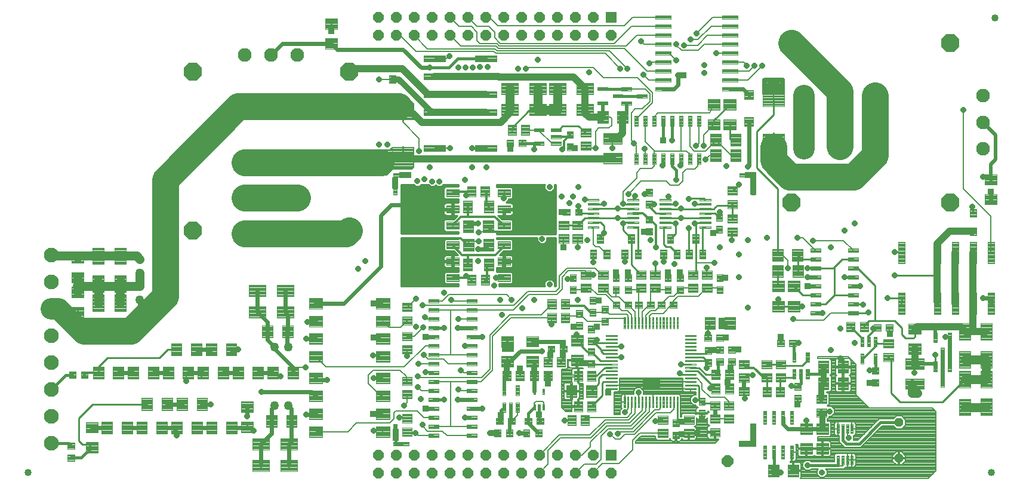
<source format=gtl>
G75*
%MOIN*%
%OFA0B0*%
%FSLAX25Y25*%
%IPPOS*%
%LPD*%
%AMOC8*
5,1,8,0,0,1.08239X$1,22.5*
%
%ADD10C,0.05000*%
%ADD11C,0.00378*%
%ADD12C,0.00409*%
%ADD13C,0.00394*%
%ADD14C,0.00405*%
%ADD15C,0.00375*%
%ADD16C,0.00406*%
%ADD17C,0.00396*%
%ADD18C,0.00400*%
%ADD19C,0.00425*%
%ADD20OC8,0.10000*%
%ADD21C,0.00402*%
%ADD22C,0.11811*%
%ADD23C,0.07677*%
%ADD24C,0.00386*%
%ADD25C,0.00408*%
%ADD26R,0.05906X0.05906*%
%ADD27OC8,0.05906*%
%ADD28C,0.08268*%
%ADD29C,0.04000*%
%ADD30C,0.00100*%
%ADD31OC8,0.06496*%
%ADD32C,0.00402*%
%ADD33OC8,0.04800*%
%ADD34C,0.02400*%
%ADD35R,0.03175X0.03175*%
%ADD36OC8,0.03175*%
%ADD37C,0.05000*%
%ADD38C,0.03200*%
%ADD39C,0.01600*%
%ADD40C,0.01000*%
%ADD41C,0.00800*%
%ADD42C,0.01200*%
%ADD43C,0.00600*%
%ADD44C,0.02000*%
%ADD45C,0.04000*%
%ADD46C,0.15000*%
%ADD47C,0.12000*%
D10*
X0157462Y0066181D03*
X0165336Y0066181D03*
X0165336Y0098781D03*
X0157462Y0098781D03*
X0082249Y0124994D03*
X0082249Y0132868D03*
X0082249Y0139944D03*
X0082249Y0147818D03*
D11*
X0050959Y0145770D02*
X0050959Y0151690D01*
X0050959Y0145770D02*
X0044239Y0145770D01*
X0044239Y0151690D01*
X0050959Y0151690D01*
X0050959Y0146147D02*
X0044239Y0146147D01*
X0044239Y0146524D02*
X0050959Y0146524D01*
X0050959Y0146901D02*
X0044239Y0146901D01*
X0044239Y0147278D02*
X0050959Y0147278D01*
X0050959Y0147655D02*
X0044239Y0147655D01*
X0044239Y0148032D02*
X0050959Y0148032D01*
X0050959Y0148409D02*
X0044239Y0148409D01*
X0044239Y0148786D02*
X0050959Y0148786D01*
X0050959Y0149163D02*
X0044239Y0149163D01*
X0044239Y0149540D02*
X0050959Y0149540D01*
X0050959Y0149917D02*
X0044239Y0149917D01*
X0044239Y0150294D02*
X0050959Y0150294D01*
X0050959Y0150671D02*
X0044239Y0150671D01*
X0044239Y0151048D02*
X0050959Y0151048D01*
X0050959Y0151425D02*
X0044239Y0151425D01*
X0050959Y0140493D02*
X0050959Y0134573D01*
X0044239Y0134573D01*
X0044239Y0140493D01*
X0050959Y0140493D01*
X0050959Y0134950D02*
X0044239Y0134950D01*
X0044239Y0135327D02*
X0050959Y0135327D01*
X0050959Y0135704D02*
X0044239Y0135704D01*
X0044239Y0136081D02*
X0050959Y0136081D01*
X0050959Y0136458D02*
X0044239Y0136458D01*
X0044239Y0136835D02*
X0050959Y0136835D01*
X0050959Y0137212D02*
X0044239Y0137212D01*
X0044239Y0137589D02*
X0050959Y0137589D01*
X0050959Y0137966D02*
X0044239Y0137966D01*
X0044239Y0138343D02*
X0050959Y0138343D01*
X0050959Y0138720D02*
X0044239Y0138720D01*
X0044239Y0139097D02*
X0050959Y0139097D01*
X0050959Y0139474D02*
X0044239Y0139474D01*
X0044239Y0139851D02*
X0050959Y0139851D01*
X0050959Y0140228D02*
X0044239Y0140228D01*
X0044189Y0132240D02*
X0044189Y0126320D01*
X0044189Y0132240D02*
X0050909Y0132240D01*
X0050909Y0126320D01*
X0044189Y0126320D01*
X0044189Y0126697D02*
X0050909Y0126697D01*
X0050909Y0127074D02*
X0044189Y0127074D01*
X0044189Y0127451D02*
X0050909Y0127451D01*
X0050909Y0127828D02*
X0044189Y0127828D01*
X0044189Y0128205D02*
X0050909Y0128205D01*
X0050909Y0128582D02*
X0044189Y0128582D01*
X0044189Y0128959D02*
X0050909Y0128959D01*
X0050909Y0129336D02*
X0044189Y0129336D01*
X0044189Y0129713D02*
X0050909Y0129713D01*
X0050909Y0130090D02*
X0044189Y0130090D01*
X0044189Y0130467D02*
X0050909Y0130467D01*
X0050909Y0130844D02*
X0044189Y0130844D01*
X0044189Y0131221D02*
X0050909Y0131221D01*
X0050909Y0131598D02*
X0044189Y0131598D01*
X0044189Y0131975D02*
X0050909Y0131975D01*
X0044189Y0121043D02*
X0044189Y0115123D01*
X0044189Y0121043D02*
X0050909Y0121043D01*
X0050909Y0115123D01*
X0044189Y0115123D01*
X0044189Y0115500D02*
X0050909Y0115500D01*
X0050909Y0115877D02*
X0044189Y0115877D01*
X0044189Y0116254D02*
X0050909Y0116254D01*
X0050909Y0116631D02*
X0044189Y0116631D01*
X0044189Y0117008D02*
X0050909Y0117008D01*
X0050909Y0117385D02*
X0044189Y0117385D01*
X0044189Y0117762D02*
X0050909Y0117762D01*
X0050909Y0118139D02*
X0044189Y0118139D01*
X0044189Y0118516D02*
X0050909Y0118516D01*
X0050909Y0118893D02*
X0044189Y0118893D01*
X0044189Y0119270D02*
X0050909Y0119270D01*
X0050909Y0119647D02*
X0044189Y0119647D01*
X0044189Y0120024D02*
X0050909Y0120024D01*
X0050909Y0120401D02*
X0044189Y0120401D01*
X0044189Y0120778D02*
X0050909Y0120778D01*
X0099740Y0100691D02*
X0105660Y0100691D01*
X0105660Y0093971D01*
X0099740Y0093971D01*
X0099740Y0100691D01*
X0099740Y0094348D02*
X0105660Y0094348D01*
X0105660Y0094725D02*
X0099740Y0094725D01*
X0099740Y0095102D02*
X0105660Y0095102D01*
X0105660Y0095479D02*
X0099740Y0095479D01*
X0099740Y0095856D02*
X0105660Y0095856D01*
X0105660Y0096233D02*
X0099740Y0096233D01*
X0099740Y0096610D02*
X0105660Y0096610D01*
X0105660Y0096987D02*
X0099740Y0096987D01*
X0099740Y0097364D02*
X0105660Y0097364D01*
X0105660Y0097741D02*
X0099740Y0097741D01*
X0099740Y0098118D02*
X0105660Y0098118D01*
X0105660Y0098495D02*
X0099740Y0098495D01*
X0099740Y0098872D02*
X0105660Y0098872D01*
X0105660Y0099249D02*
X0099740Y0099249D01*
X0099740Y0099626D02*
X0105660Y0099626D01*
X0105660Y0100003D02*
X0099740Y0100003D01*
X0099740Y0100380D02*
X0105660Y0100380D01*
X0110937Y0100691D02*
X0116857Y0100691D01*
X0116857Y0093971D01*
X0110937Y0093971D01*
X0110937Y0100691D01*
X0110937Y0094348D02*
X0116857Y0094348D01*
X0116857Y0094725D02*
X0110937Y0094725D01*
X0110937Y0095102D02*
X0116857Y0095102D01*
X0116857Y0095479D02*
X0110937Y0095479D01*
X0110937Y0095856D02*
X0116857Y0095856D01*
X0116857Y0096233D02*
X0110937Y0096233D01*
X0110937Y0096610D02*
X0116857Y0096610D01*
X0116857Y0096987D02*
X0110937Y0096987D01*
X0110937Y0097364D02*
X0116857Y0097364D01*
X0116857Y0097741D02*
X0110937Y0097741D01*
X0110937Y0098118D02*
X0116857Y0098118D01*
X0116857Y0098495D02*
X0110937Y0098495D01*
X0110937Y0098872D02*
X0116857Y0098872D01*
X0116857Y0099249D02*
X0110937Y0099249D01*
X0110937Y0099626D02*
X0116857Y0099626D01*
X0116857Y0100003D02*
X0110937Y0100003D01*
X0110937Y0100380D02*
X0116857Y0100380D01*
X0119190Y0100691D02*
X0125110Y0100691D01*
X0125110Y0093971D01*
X0119190Y0093971D01*
X0119190Y0100691D01*
X0119190Y0094348D02*
X0125110Y0094348D01*
X0125110Y0094725D02*
X0119190Y0094725D01*
X0119190Y0095102D02*
X0125110Y0095102D01*
X0125110Y0095479D02*
X0119190Y0095479D01*
X0119190Y0095856D02*
X0125110Y0095856D01*
X0125110Y0096233D02*
X0119190Y0096233D01*
X0119190Y0096610D02*
X0125110Y0096610D01*
X0125110Y0096987D02*
X0119190Y0096987D01*
X0119190Y0097364D02*
X0125110Y0097364D01*
X0125110Y0097741D02*
X0119190Y0097741D01*
X0119190Y0098118D02*
X0125110Y0098118D01*
X0125110Y0098495D02*
X0119190Y0098495D01*
X0119190Y0098872D02*
X0125110Y0098872D01*
X0125110Y0099249D02*
X0119190Y0099249D01*
X0119190Y0099626D02*
X0125110Y0099626D01*
X0125110Y0100003D02*
X0119190Y0100003D01*
X0119190Y0100380D02*
X0125110Y0100380D01*
X0130387Y0100691D02*
X0136307Y0100691D01*
X0136307Y0093971D01*
X0130387Y0093971D01*
X0130387Y0100691D01*
X0130387Y0094348D02*
X0136307Y0094348D01*
X0136307Y0094725D02*
X0130387Y0094725D01*
X0130387Y0095102D02*
X0136307Y0095102D01*
X0136307Y0095479D02*
X0130387Y0095479D01*
X0130387Y0095856D02*
X0136307Y0095856D01*
X0136307Y0096233D02*
X0130387Y0096233D01*
X0130387Y0096610D02*
X0136307Y0096610D01*
X0136307Y0096987D02*
X0130387Y0096987D01*
X0130387Y0097364D02*
X0136307Y0097364D01*
X0136307Y0097741D02*
X0130387Y0097741D01*
X0130387Y0098118D02*
X0136307Y0098118D01*
X0136307Y0098495D02*
X0130387Y0098495D01*
X0130387Y0098872D02*
X0136307Y0098872D01*
X0136307Y0099249D02*
X0130387Y0099249D01*
X0130387Y0099626D02*
X0136307Y0099626D01*
X0136307Y0100003D02*
X0130387Y0100003D01*
X0130387Y0100380D02*
X0136307Y0100380D01*
X0150640Y0110891D02*
X0156560Y0110891D01*
X0156560Y0104171D01*
X0150640Y0104171D01*
X0150640Y0110891D01*
X0150640Y0104548D02*
X0156560Y0104548D01*
X0156560Y0104925D02*
X0150640Y0104925D01*
X0150640Y0105302D02*
X0156560Y0105302D01*
X0156560Y0105679D02*
X0150640Y0105679D01*
X0150640Y0106056D02*
X0156560Y0106056D01*
X0156560Y0106433D02*
X0150640Y0106433D01*
X0150640Y0106810D02*
X0156560Y0106810D01*
X0156560Y0107187D02*
X0150640Y0107187D01*
X0150640Y0107564D02*
X0156560Y0107564D01*
X0156560Y0107941D02*
X0150640Y0107941D01*
X0150640Y0108318D02*
X0156560Y0108318D01*
X0156560Y0108695D02*
X0150640Y0108695D01*
X0150640Y0109072D02*
X0156560Y0109072D01*
X0156560Y0109449D02*
X0150640Y0109449D01*
X0150640Y0109826D02*
X0156560Y0109826D01*
X0156560Y0110203D02*
X0150640Y0110203D01*
X0150640Y0110580D02*
X0156560Y0110580D01*
X0161837Y0110891D02*
X0167757Y0110891D01*
X0167757Y0104171D01*
X0161837Y0104171D01*
X0161837Y0110891D01*
X0161837Y0104548D02*
X0167757Y0104548D01*
X0167757Y0104925D02*
X0161837Y0104925D01*
X0161837Y0105302D02*
X0167757Y0105302D01*
X0167757Y0105679D02*
X0161837Y0105679D01*
X0161837Y0106056D02*
X0167757Y0106056D01*
X0167757Y0106433D02*
X0161837Y0106433D01*
X0161837Y0106810D02*
X0167757Y0106810D01*
X0167757Y0107187D02*
X0161837Y0107187D01*
X0161837Y0107564D02*
X0167757Y0107564D01*
X0167757Y0107941D02*
X0161837Y0107941D01*
X0161837Y0108318D02*
X0167757Y0108318D01*
X0167757Y0108695D02*
X0161837Y0108695D01*
X0161837Y0109072D02*
X0167757Y0109072D01*
X0167757Y0109449D02*
X0161837Y0109449D01*
X0161837Y0109826D02*
X0167757Y0109826D01*
X0167757Y0110203D02*
X0161837Y0110203D01*
X0161837Y0110580D02*
X0167757Y0110580D01*
X0176721Y0110221D02*
X0176721Y0116141D01*
X0184217Y0116141D01*
X0184217Y0110221D01*
X0176721Y0110221D01*
X0176721Y0110598D02*
X0184217Y0110598D01*
X0184217Y0110975D02*
X0176721Y0110975D01*
X0176721Y0111352D02*
X0184217Y0111352D01*
X0184217Y0111729D02*
X0176721Y0111729D01*
X0176721Y0112106D02*
X0184217Y0112106D01*
X0184217Y0112483D02*
X0176721Y0112483D01*
X0176721Y0112860D02*
X0184217Y0112860D01*
X0184217Y0113237D02*
X0176721Y0113237D01*
X0176721Y0113614D02*
X0184217Y0113614D01*
X0184217Y0113991D02*
X0176721Y0113991D01*
X0176721Y0114368D02*
X0184217Y0114368D01*
X0184217Y0114745D02*
X0176721Y0114745D01*
X0176721Y0115122D02*
X0184217Y0115122D01*
X0184217Y0115499D02*
X0176721Y0115499D01*
X0176721Y0115876D02*
X0184217Y0115876D01*
X0176721Y0120221D02*
X0176721Y0126141D01*
X0184217Y0126141D01*
X0184217Y0120221D01*
X0176721Y0120221D01*
X0176721Y0120598D02*
X0184217Y0120598D01*
X0184217Y0120975D02*
X0176721Y0120975D01*
X0176721Y0121352D02*
X0184217Y0121352D01*
X0184217Y0121729D02*
X0176721Y0121729D01*
X0176721Y0122106D02*
X0184217Y0122106D01*
X0184217Y0122483D02*
X0176721Y0122483D01*
X0176721Y0122860D02*
X0184217Y0122860D01*
X0184217Y0123237D02*
X0176721Y0123237D01*
X0176721Y0123614D02*
X0184217Y0123614D01*
X0184217Y0123991D02*
X0176721Y0123991D01*
X0176721Y0124368D02*
X0184217Y0124368D01*
X0184217Y0124745D02*
X0176721Y0124745D01*
X0176721Y0125122D02*
X0184217Y0125122D01*
X0184217Y0125499D02*
X0176721Y0125499D01*
X0176721Y0125876D02*
X0184217Y0125876D01*
X0221776Y0126141D02*
X0221776Y0120221D01*
X0214280Y0120221D01*
X0214280Y0126141D01*
X0221776Y0126141D01*
X0221776Y0120598D02*
X0214280Y0120598D01*
X0214280Y0120975D02*
X0221776Y0120975D01*
X0221776Y0121352D02*
X0214280Y0121352D01*
X0214280Y0121729D02*
X0221776Y0121729D01*
X0221776Y0122106D02*
X0214280Y0122106D01*
X0214280Y0122483D02*
X0221776Y0122483D01*
X0221776Y0122860D02*
X0214280Y0122860D01*
X0214280Y0123237D02*
X0221776Y0123237D01*
X0221776Y0123614D02*
X0214280Y0123614D01*
X0214280Y0123991D02*
X0221776Y0123991D01*
X0221776Y0124368D02*
X0214280Y0124368D01*
X0214280Y0124745D02*
X0221776Y0124745D01*
X0221776Y0125122D02*
X0214280Y0125122D01*
X0214280Y0125499D02*
X0221776Y0125499D01*
X0221776Y0125876D02*
X0214280Y0125876D01*
X0221776Y0116141D02*
X0221776Y0110221D01*
X0214280Y0110221D01*
X0214280Y0116141D01*
X0221776Y0116141D01*
X0221776Y0110598D02*
X0214280Y0110598D01*
X0214280Y0110975D02*
X0221776Y0110975D01*
X0221776Y0111352D02*
X0214280Y0111352D01*
X0214280Y0111729D02*
X0221776Y0111729D01*
X0221776Y0112106D02*
X0214280Y0112106D01*
X0214280Y0112483D02*
X0221776Y0112483D01*
X0221776Y0112860D02*
X0214280Y0112860D01*
X0214280Y0113237D02*
X0221776Y0113237D01*
X0221776Y0113614D02*
X0214280Y0113614D01*
X0214280Y0113991D02*
X0221776Y0113991D01*
X0221776Y0114368D02*
X0214280Y0114368D01*
X0214280Y0114745D02*
X0221776Y0114745D01*
X0221776Y0115122D02*
X0214280Y0115122D01*
X0214280Y0115499D02*
X0221776Y0115499D01*
X0221776Y0115876D02*
X0214280Y0115876D01*
X0221776Y0106391D02*
X0221776Y0100471D01*
X0214280Y0100471D01*
X0214280Y0106391D01*
X0221776Y0106391D01*
X0221776Y0100848D02*
X0214280Y0100848D01*
X0214280Y0101225D02*
X0221776Y0101225D01*
X0221776Y0101602D02*
X0214280Y0101602D01*
X0214280Y0101979D02*
X0221776Y0101979D01*
X0221776Y0102356D02*
X0214280Y0102356D01*
X0214280Y0102733D02*
X0221776Y0102733D01*
X0221776Y0103110D02*
X0214280Y0103110D01*
X0214280Y0103487D02*
X0221776Y0103487D01*
X0221776Y0103864D02*
X0214280Y0103864D01*
X0214280Y0104241D02*
X0221776Y0104241D01*
X0221776Y0104618D02*
X0214280Y0104618D01*
X0214280Y0104995D02*
X0221776Y0104995D01*
X0221776Y0105372D02*
X0214280Y0105372D01*
X0214280Y0105749D02*
X0221776Y0105749D01*
X0221776Y0106126D02*
X0214280Y0106126D01*
X0221776Y0096391D02*
X0221776Y0090471D01*
X0214280Y0090471D01*
X0214280Y0096391D01*
X0221776Y0096391D01*
X0221776Y0090848D02*
X0214280Y0090848D01*
X0214280Y0091225D02*
X0221776Y0091225D01*
X0221776Y0091602D02*
X0214280Y0091602D01*
X0214280Y0091979D02*
X0221776Y0091979D01*
X0221776Y0092356D02*
X0214280Y0092356D01*
X0214280Y0092733D02*
X0221776Y0092733D01*
X0221776Y0093110D02*
X0214280Y0093110D01*
X0214280Y0093487D02*
X0221776Y0093487D01*
X0221776Y0093864D02*
X0214280Y0093864D01*
X0214280Y0094241D02*
X0221776Y0094241D01*
X0221776Y0094618D02*
X0214280Y0094618D01*
X0214280Y0094995D02*
X0221776Y0094995D01*
X0221776Y0095372D02*
X0214280Y0095372D01*
X0214280Y0095749D02*
X0221776Y0095749D01*
X0221776Y0096126D02*
X0214280Y0096126D01*
X0221776Y0084441D02*
X0221776Y0078521D01*
X0214280Y0078521D01*
X0214280Y0084441D01*
X0221776Y0084441D01*
X0221776Y0078898D02*
X0214280Y0078898D01*
X0214280Y0079275D02*
X0221776Y0079275D01*
X0221776Y0079652D02*
X0214280Y0079652D01*
X0214280Y0080029D02*
X0221776Y0080029D01*
X0221776Y0080406D02*
X0214280Y0080406D01*
X0214280Y0080783D02*
X0221776Y0080783D01*
X0221776Y0081160D02*
X0214280Y0081160D01*
X0214280Y0081537D02*
X0221776Y0081537D01*
X0221776Y0081914D02*
X0214280Y0081914D01*
X0214280Y0082291D02*
X0221776Y0082291D01*
X0221776Y0082668D02*
X0214280Y0082668D01*
X0214280Y0083045D02*
X0221776Y0083045D01*
X0221776Y0083422D02*
X0214280Y0083422D01*
X0214280Y0083799D02*
X0221776Y0083799D01*
X0221776Y0084176D02*
X0214280Y0084176D01*
X0221776Y0074441D02*
X0221776Y0068521D01*
X0214280Y0068521D01*
X0214280Y0074441D01*
X0221776Y0074441D01*
X0221776Y0068898D02*
X0214280Y0068898D01*
X0214280Y0069275D02*
X0221776Y0069275D01*
X0221776Y0069652D02*
X0214280Y0069652D01*
X0214280Y0070029D02*
X0221776Y0070029D01*
X0221776Y0070406D02*
X0214280Y0070406D01*
X0214280Y0070783D02*
X0221776Y0070783D01*
X0221776Y0071160D02*
X0214280Y0071160D01*
X0214280Y0071537D02*
X0221776Y0071537D01*
X0221776Y0071914D02*
X0214280Y0071914D01*
X0214280Y0072291D02*
X0221776Y0072291D01*
X0221776Y0072668D02*
X0214280Y0072668D01*
X0214280Y0073045D02*
X0221776Y0073045D01*
X0221776Y0073422D02*
X0214280Y0073422D01*
X0214280Y0073799D02*
X0221776Y0073799D01*
X0221776Y0074176D02*
X0214280Y0074176D01*
X0221776Y0064441D02*
X0221776Y0058521D01*
X0214280Y0058521D01*
X0214280Y0064441D01*
X0221776Y0064441D01*
X0221776Y0058898D02*
X0214280Y0058898D01*
X0214280Y0059275D02*
X0221776Y0059275D01*
X0221776Y0059652D02*
X0214280Y0059652D01*
X0214280Y0060029D02*
X0221776Y0060029D01*
X0221776Y0060406D02*
X0214280Y0060406D01*
X0214280Y0060783D02*
X0221776Y0060783D01*
X0221776Y0061160D02*
X0214280Y0061160D01*
X0214280Y0061537D02*
X0221776Y0061537D01*
X0221776Y0061914D02*
X0214280Y0061914D01*
X0214280Y0062291D02*
X0221776Y0062291D01*
X0221776Y0062668D02*
X0214280Y0062668D01*
X0214280Y0063045D02*
X0221776Y0063045D01*
X0221776Y0063422D02*
X0214280Y0063422D01*
X0214280Y0063799D02*
X0221776Y0063799D01*
X0221776Y0064176D02*
X0214280Y0064176D01*
X0221776Y0054441D02*
X0221776Y0048521D01*
X0214280Y0048521D01*
X0214280Y0054441D01*
X0221776Y0054441D01*
X0221776Y0048898D02*
X0214280Y0048898D01*
X0214280Y0049275D02*
X0221776Y0049275D01*
X0221776Y0049652D02*
X0214280Y0049652D01*
X0214280Y0050029D02*
X0221776Y0050029D01*
X0221776Y0050406D02*
X0214280Y0050406D01*
X0214280Y0050783D02*
X0221776Y0050783D01*
X0221776Y0051160D02*
X0214280Y0051160D01*
X0214280Y0051537D02*
X0221776Y0051537D01*
X0221776Y0051914D02*
X0214280Y0051914D01*
X0214280Y0052291D02*
X0221776Y0052291D01*
X0221776Y0052668D02*
X0214280Y0052668D01*
X0214280Y0053045D02*
X0221776Y0053045D01*
X0221776Y0053422D02*
X0214280Y0053422D01*
X0214280Y0053799D02*
X0221776Y0053799D01*
X0221776Y0054176D02*
X0214280Y0054176D01*
X0176721Y0054441D02*
X0176721Y0048521D01*
X0176721Y0054441D02*
X0184217Y0054441D01*
X0184217Y0048521D01*
X0176721Y0048521D01*
X0176721Y0048898D02*
X0184217Y0048898D01*
X0184217Y0049275D02*
X0176721Y0049275D01*
X0176721Y0049652D02*
X0184217Y0049652D01*
X0184217Y0050029D02*
X0176721Y0050029D01*
X0176721Y0050406D02*
X0184217Y0050406D01*
X0184217Y0050783D02*
X0176721Y0050783D01*
X0176721Y0051160D02*
X0184217Y0051160D01*
X0184217Y0051537D02*
X0176721Y0051537D01*
X0176721Y0051914D02*
X0184217Y0051914D01*
X0184217Y0052291D02*
X0176721Y0052291D01*
X0176721Y0052668D02*
X0184217Y0052668D01*
X0184217Y0053045D02*
X0176721Y0053045D01*
X0176721Y0053422D02*
X0184217Y0053422D01*
X0184217Y0053799D02*
X0176721Y0053799D01*
X0176721Y0054176D02*
X0184217Y0054176D01*
X0176721Y0058521D02*
X0176721Y0064441D01*
X0184217Y0064441D01*
X0184217Y0058521D01*
X0176721Y0058521D01*
X0176721Y0058898D02*
X0184217Y0058898D01*
X0184217Y0059275D02*
X0176721Y0059275D01*
X0176721Y0059652D02*
X0184217Y0059652D01*
X0184217Y0060029D02*
X0176721Y0060029D01*
X0176721Y0060406D02*
X0184217Y0060406D01*
X0184217Y0060783D02*
X0176721Y0060783D01*
X0176721Y0061160D02*
X0184217Y0061160D01*
X0184217Y0061537D02*
X0176721Y0061537D01*
X0176721Y0061914D02*
X0184217Y0061914D01*
X0184217Y0062291D02*
X0176721Y0062291D01*
X0176721Y0062668D02*
X0184217Y0062668D01*
X0184217Y0063045D02*
X0176721Y0063045D01*
X0176721Y0063422D02*
X0184217Y0063422D01*
X0184217Y0063799D02*
X0176721Y0063799D01*
X0176721Y0064176D02*
X0184217Y0064176D01*
X0176721Y0068521D02*
X0176721Y0074441D01*
X0184217Y0074441D01*
X0184217Y0068521D01*
X0176721Y0068521D01*
X0176721Y0068898D02*
X0184217Y0068898D01*
X0184217Y0069275D02*
X0176721Y0069275D01*
X0176721Y0069652D02*
X0184217Y0069652D01*
X0184217Y0070029D02*
X0176721Y0070029D01*
X0176721Y0070406D02*
X0184217Y0070406D01*
X0184217Y0070783D02*
X0176721Y0070783D01*
X0176721Y0071160D02*
X0184217Y0071160D01*
X0184217Y0071537D02*
X0176721Y0071537D01*
X0176721Y0071914D02*
X0184217Y0071914D01*
X0184217Y0072291D02*
X0176721Y0072291D01*
X0176721Y0072668D02*
X0184217Y0072668D01*
X0184217Y0073045D02*
X0176721Y0073045D01*
X0176721Y0073422D02*
X0184217Y0073422D01*
X0184217Y0073799D02*
X0176721Y0073799D01*
X0176721Y0074176D02*
X0184217Y0074176D01*
X0176721Y0078521D02*
X0176721Y0084441D01*
X0184217Y0084441D01*
X0184217Y0078521D01*
X0176721Y0078521D01*
X0176721Y0078898D02*
X0184217Y0078898D01*
X0184217Y0079275D02*
X0176721Y0079275D01*
X0176721Y0079652D02*
X0184217Y0079652D01*
X0184217Y0080029D02*
X0176721Y0080029D01*
X0176721Y0080406D02*
X0184217Y0080406D01*
X0184217Y0080783D02*
X0176721Y0080783D01*
X0176721Y0081160D02*
X0184217Y0081160D01*
X0184217Y0081537D02*
X0176721Y0081537D01*
X0176721Y0081914D02*
X0184217Y0081914D01*
X0184217Y0082291D02*
X0176721Y0082291D01*
X0176721Y0082668D02*
X0184217Y0082668D01*
X0184217Y0083045D02*
X0176721Y0083045D01*
X0176721Y0083422D02*
X0184217Y0083422D01*
X0184217Y0083799D02*
X0176721Y0083799D01*
X0176721Y0084176D02*
X0184217Y0084176D01*
X0170757Y0087791D02*
X0164837Y0087791D01*
X0170757Y0087791D02*
X0170757Y0081071D01*
X0164837Y0081071D01*
X0164837Y0087791D01*
X0164837Y0081448D02*
X0170757Y0081448D01*
X0170757Y0081825D02*
X0164837Y0081825D01*
X0164837Y0082202D02*
X0170757Y0082202D01*
X0170757Y0082579D02*
X0164837Y0082579D01*
X0164837Y0082956D02*
X0170757Y0082956D01*
X0170757Y0083333D02*
X0164837Y0083333D01*
X0164837Y0083710D02*
X0170757Y0083710D01*
X0170757Y0084087D02*
X0164837Y0084087D01*
X0164837Y0084464D02*
X0170757Y0084464D01*
X0170757Y0084841D02*
X0164837Y0084841D01*
X0164837Y0085218D02*
X0170757Y0085218D01*
X0170757Y0085595D02*
X0164837Y0085595D01*
X0164837Y0085972D02*
X0170757Y0085972D01*
X0170757Y0086349D02*
X0164837Y0086349D01*
X0164837Y0086726D02*
X0170757Y0086726D01*
X0170757Y0087103D02*
X0164837Y0087103D01*
X0164837Y0087480D02*
X0170757Y0087480D01*
X0176721Y0090471D02*
X0176721Y0096391D01*
X0184217Y0096391D01*
X0184217Y0090471D01*
X0176721Y0090471D01*
X0176721Y0090848D02*
X0184217Y0090848D01*
X0184217Y0091225D02*
X0176721Y0091225D01*
X0176721Y0091602D02*
X0184217Y0091602D01*
X0184217Y0091979D02*
X0176721Y0091979D01*
X0176721Y0092356D02*
X0184217Y0092356D01*
X0184217Y0092733D02*
X0176721Y0092733D01*
X0176721Y0093110D02*
X0184217Y0093110D01*
X0184217Y0093487D02*
X0176721Y0093487D01*
X0176721Y0093864D02*
X0184217Y0093864D01*
X0184217Y0094241D02*
X0176721Y0094241D01*
X0176721Y0094618D02*
X0184217Y0094618D01*
X0184217Y0094995D02*
X0176721Y0094995D01*
X0176721Y0095372D02*
X0184217Y0095372D01*
X0184217Y0095749D02*
X0176721Y0095749D01*
X0176721Y0096126D02*
X0184217Y0096126D01*
X0176721Y0100471D02*
X0176721Y0106391D01*
X0184217Y0106391D01*
X0184217Y0100471D01*
X0176721Y0100471D01*
X0176721Y0100848D02*
X0184217Y0100848D01*
X0184217Y0101225D02*
X0176721Y0101225D01*
X0176721Y0101602D02*
X0184217Y0101602D01*
X0184217Y0101979D02*
X0176721Y0101979D01*
X0176721Y0102356D02*
X0184217Y0102356D01*
X0184217Y0102733D02*
X0176721Y0102733D01*
X0176721Y0103110D02*
X0184217Y0103110D01*
X0184217Y0103487D02*
X0176721Y0103487D01*
X0176721Y0103864D02*
X0184217Y0103864D01*
X0184217Y0104241D02*
X0176721Y0104241D01*
X0176721Y0104618D02*
X0184217Y0104618D01*
X0184217Y0104995D02*
X0176721Y0104995D01*
X0176721Y0105372D02*
X0184217Y0105372D01*
X0184217Y0105749D02*
X0176721Y0105749D01*
X0176721Y0106126D02*
X0184217Y0106126D01*
X0159560Y0087791D02*
X0153640Y0087791D01*
X0159560Y0087791D02*
X0159560Y0081071D01*
X0153640Y0081071D01*
X0153640Y0087791D01*
X0153640Y0081448D02*
X0159560Y0081448D01*
X0159560Y0081825D02*
X0153640Y0081825D01*
X0153640Y0082202D02*
X0159560Y0082202D01*
X0159560Y0082579D02*
X0153640Y0082579D01*
X0153640Y0082956D02*
X0159560Y0082956D01*
X0159560Y0083333D02*
X0153640Y0083333D01*
X0153640Y0083710D02*
X0159560Y0083710D01*
X0159560Y0084087D02*
X0153640Y0084087D01*
X0153640Y0084464D02*
X0159560Y0084464D01*
X0159560Y0084841D02*
X0153640Y0084841D01*
X0153640Y0085218D02*
X0159560Y0085218D01*
X0159560Y0085595D02*
X0153640Y0085595D01*
X0153640Y0085972D02*
X0159560Y0085972D01*
X0159560Y0086349D02*
X0153640Y0086349D01*
X0153640Y0086726D02*
X0159560Y0086726D01*
X0159560Y0087103D02*
X0153640Y0087103D01*
X0153640Y0087480D02*
X0159560Y0087480D01*
X0151257Y0087791D02*
X0145337Y0087791D01*
X0151257Y0087791D02*
X0151257Y0081071D01*
X0145337Y0081071D01*
X0145337Y0087791D01*
X0145337Y0081448D02*
X0151257Y0081448D01*
X0151257Y0081825D02*
X0145337Y0081825D01*
X0145337Y0082202D02*
X0151257Y0082202D01*
X0151257Y0082579D02*
X0145337Y0082579D01*
X0145337Y0082956D02*
X0151257Y0082956D01*
X0151257Y0083333D02*
X0145337Y0083333D01*
X0145337Y0083710D02*
X0151257Y0083710D01*
X0151257Y0084087D02*
X0145337Y0084087D01*
X0145337Y0084464D02*
X0151257Y0084464D01*
X0151257Y0084841D02*
X0145337Y0084841D01*
X0145337Y0085218D02*
X0151257Y0085218D01*
X0151257Y0085595D02*
X0145337Y0085595D01*
X0145337Y0085972D02*
X0151257Y0085972D01*
X0151257Y0086349D02*
X0145337Y0086349D01*
X0145337Y0086726D02*
X0151257Y0086726D01*
X0151257Y0087103D02*
X0145337Y0087103D01*
X0145337Y0087480D02*
X0151257Y0087480D01*
X0140060Y0087791D02*
X0134140Y0087791D01*
X0140060Y0087791D02*
X0140060Y0081071D01*
X0134140Y0081071D01*
X0134140Y0087791D01*
X0134140Y0081448D02*
X0140060Y0081448D01*
X0140060Y0081825D02*
X0134140Y0081825D01*
X0134140Y0082202D02*
X0140060Y0082202D01*
X0140060Y0082579D02*
X0134140Y0082579D01*
X0134140Y0082956D02*
X0140060Y0082956D01*
X0140060Y0083333D02*
X0134140Y0083333D01*
X0134140Y0083710D02*
X0140060Y0083710D01*
X0140060Y0084087D02*
X0134140Y0084087D01*
X0134140Y0084464D02*
X0140060Y0084464D01*
X0140060Y0084841D02*
X0134140Y0084841D01*
X0134140Y0085218D02*
X0140060Y0085218D01*
X0140060Y0085595D02*
X0134140Y0085595D01*
X0134140Y0085972D02*
X0140060Y0085972D01*
X0140060Y0086349D02*
X0134140Y0086349D01*
X0134140Y0086726D02*
X0140060Y0086726D01*
X0140060Y0087103D02*
X0134140Y0087103D01*
X0134140Y0087480D02*
X0140060Y0087480D01*
X0131757Y0087791D02*
X0125837Y0087791D01*
X0131757Y0087791D02*
X0131757Y0081071D01*
X0125837Y0081071D01*
X0125837Y0087791D01*
X0125837Y0081448D02*
X0131757Y0081448D01*
X0131757Y0081825D02*
X0125837Y0081825D01*
X0125837Y0082202D02*
X0131757Y0082202D01*
X0131757Y0082579D02*
X0125837Y0082579D01*
X0125837Y0082956D02*
X0131757Y0082956D01*
X0131757Y0083333D02*
X0125837Y0083333D01*
X0125837Y0083710D02*
X0131757Y0083710D01*
X0131757Y0084087D02*
X0125837Y0084087D01*
X0125837Y0084464D02*
X0131757Y0084464D01*
X0131757Y0084841D02*
X0125837Y0084841D01*
X0125837Y0085218D02*
X0131757Y0085218D01*
X0131757Y0085595D02*
X0125837Y0085595D01*
X0125837Y0085972D02*
X0131757Y0085972D01*
X0131757Y0086349D02*
X0125837Y0086349D01*
X0125837Y0086726D02*
X0131757Y0086726D01*
X0131757Y0087103D02*
X0125837Y0087103D01*
X0125837Y0087480D02*
X0131757Y0087480D01*
X0120560Y0087791D02*
X0114640Y0087791D01*
X0120560Y0087791D02*
X0120560Y0081071D01*
X0114640Y0081071D01*
X0114640Y0087791D01*
X0114640Y0081448D02*
X0120560Y0081448D01*
X0120560Y0081825D02*
X0114640Y0081825D01*
X0114640Y0082202D02*
X0120560Y0082202D01*
X0120560Y0082579D02*
X0114640Y0082579D01*
X0114640Y0082956D02*
X0120560Y0082956D01*
X0120560Y0083333D02*
X0114640Y0083333D01*
X0114640Y0083710D02*
X0120560Y0083710D01*
X0120560Y0084087D02*
X0114640Y0084087D01*
X0114640Y0084464D02*
X0120560Y0084464D01*
X0120560Y0084841D02*
X0114640Y0084841D01*
X0114640Y0085218D02*
X0120560Y0085218D01*
X0120560Y0085595D02*
X0114640Y0085595D01*
X0114640Y0085972D02*
X0120560Y0085972D01*
X0120560Y0086349D02*
X0114640Y0086349D01*
X0114640Y0086726D02*
X0120560Y0086726D01*
X0120560Y0087103D02*
X0114640Y0087103D01*
X0114640Y0087480D02*
X0120560Y0087480D01*
X0112257Y0087791D02*
X0106337Y0087791D01*
X0112257Y0087791D02*
X0112257Y0081071D01*
X0106337Y0081071D01*
X0106337Y0087791D01*
X0106337Y0081448D02*
X0112257Y0081448D01*
X0112257Y0081825D02*
X0106337Y0081825D01*
X0106337Y0082202D02*
X0112257Y0082202D01*
X0112257Y0082579D02*
X0106337Y0082579D01*
X0106337Y0082956D02*
X0112257Y0082956D01*
X0112257Y0083333D02*
X0106337Y0083333D01*
X0106337Y0083710D02*
X0112257Y0083710D01*
X0112257Y0084087D02*
X0106337Y0084087D01*
X0106337Y0084464D02*
X0112257Y0084464D01*
X0112257Y0084841D02*
X0106337Y0084841D01*
X0106337Y0085218D02*
X0112257Y0085218D01*
X0112257Y0085595D02*
X0106337Y0085595D01*
X0106337Y0085972D02*
X0112257Y0085972D01*
X0112257Y0086349D02*
X0106337Y0086349D01*
X0106337Y0086726D02*
X0112257Y0086726D01*
X0112257Y0087103D02*
X0106337Y0087103D01*
X0106337Y0087480D02*
X0112257Y0087480D01*
X0101060Y0087791D02*
X0095140Y0087791D01*
X0101060Y0087791D02*
X0101060Y0081071D01*
X0095140Y0081071D01*
X0095140Y0087791D01*
X0095140Y0081448D02*
X0101060Y0081448D01*
X0101060Y0081825D02*
X0095140Y0081825D01*
X0095140Y0082202D02*
X0101060Y0082202D01*
X0101060Y0082579D02*
X0095140Y0082579D01*
X0095140Y0082956D02*
X0101060Y0082956D01*
X0101060Y0083333D02*
X0095140Y0083333D01*
X0095140Y0083710D02*
X0101060Y0083710D01*
X0101060Y0084087D02*
X0095140Y0084087D01*
X0095140Y0084464D02*
X0101060Y0084464D01*
X0101060Y0084841D02*
X0095140Y0084841D01*
X0095140Y0085218D02*
X0101060Y0085218D01*
X0101060Y0085595D02*
X0095140Y0085595D01*
X0095140Y0085972D02*
X0101060Y0085972D01*
X0101060Y0086349D02*
X0095140Y0086349D01*
X0095140Y0086726D02*
X0101060Y0086726D01*
X0101060Y0087103D02*
X0095140Y0087103D01*
X0095140Y0087480D02*
X0101060Y0087480D01*
X0092757Y0087791D02*
X0086837Y0087791D01*
X0092757Y0087791D02*
X0092757Y0081071D01*
X0086837Y0081071D01*
X0086837Y0087791D01*
X0086837Y0081448D02*
X0092757Y0081448D01*
X0092757Y0081825D02*
X0086837Y0081825D01*
X0086837Y0082202D02*
X0092757Y0082202D01*
X0092757Y0082579D02*
X0086837Y0082579D01*
X0086837Y0082956D02*
X0092757Y0082956D01*
X0092757Y0083333D02*
X0086837Y0083333D01*
X0086837Y0083710D02*
X0092757Y0083710D01*
X0092757Y0084087D02*
X0086837Y0084087D01*
X0086837Y0084464D02*
X0092757Y0084464D01*
X0092757Y0084841D02*
X0086837Y0084841D01*
X0086837Y0085218D02*
X0092757Y0085218D01*
X0092757Y0085595D02*
X0086837Y0085595D01*
X0086837Y0085972D02*
X0092757Y0085972D01*
X0092757Y0086349D02*
X0086837Y0086349D01*
X0086837Y0086726D02*
X0092757Y0086726D01*
X0092757Y0087103D02*
X0086837Y0087103D01*
X0086837Y0087480D02*
X0092757Y0087480D01*
X0081560Y0087791D02*
X0075640Y0087791D01*
X0081560Y0087791D02*
X0081560Y0081071D01*
X0075640Y0081071D01*
X0075640Y0087791D01*
X0075640Y0081448D02*
X0081560Y0081448D01*
X0081560Y0081825D02*
X0075640Y0081825D01*
X0075640Y0082202D02*
X0081560Y0082202D01*
X0081560Y0082579D02*
X0075640Y0082579D01*
X0075640Y0082956D02*
X0081560Y0082956D01*
X0081560Y0083333D02*
X0075640Y0083333D01*
X0075640Y0083710D02*
X0081560Y0083710D01*
X0081560Y0084087D02*
X0075640Y0084087D01*
X0075640Y0084464D02*
X0081560Y0084464D01*
X0081560Y0084841D02*
X0075640Y0084841D01*
X0075640Y0085218D02*
X0081560Y0085218D01*
X0081560Y0085595D02*
X0075640Y0085595D01*
X0075640Y0085972D02*
X0081560Y0085972D01*
X0081560Y0086349D02*
X0075640Y0086349D01*
X0075640Y0086726D02*
X0081560Y0086726D01*
X0081560Y0087103D02*
X0075640Y0087103D01*
X0075640Y0087480D02*
X0081560Y0087480D01*
X0073257Y0087791D02*
X0067337Y0087791D01*
X0073257Y0087791D02*
X0073257Y0081071D01*
X0067337Y0081071D01*
X0067337Y0087791D01*
X0067337Y0081448D02*
X0073257Y0081448D01*
X0073257Y0081825D02*
X0067337Y0081825D01*
X0067337Y0082202D02*
X0073257Y0082202D01*
X0073257Y0082579D02*
X0067337Y0082579D01*
X0067337Y0082956D02*
X0073257Y0082956D01*
X0073257Y0083333D02*
X0067337Y0083333D01*
X0067337Y0083710D02*
X0073257Y0083710D01*
X0073257Y0084087D02*
X0067337Y0084087D01*
X0067337Y0084464D02*
X0073257Y0084464D01*
X0073257Y0084841D02*
X0067337Y0084841D01*
X0067337Y0085218D02*
X0073257Y0085218D01*
X0073257Y0085595D02*
X0067337Y0085595D01*
X0067337Y0085972D02*
X0073257Y0085972D01*
X0073257Y0086349D02*
X0067337Y0086349D01*
X0067337Y0086726D02*
X0073257Y0086726D01*
X0073257Y0087103D02*
X0067337Y0087103D01*
X0067337Y0087480D02*
X0073257Y0087480D01*
X0062060Y0087791D02*
X0056140Y0087791D01*
X0062060Y0087791D02*
X0062060Y0081071D01*
X0056140Y0081071D01*
X0056140Y0087791D01*
X0056140Y0081448D02*
X0062060Y0081448D01*
X0062060Y0081825D02*
X0056140Y0081825D01*
X0056140Y0082202D02*
X0062060Y0082202D01*
X0062060Y0082579D02*
X0056140Y0082579D01*
X0056140Y0082956D02*
X0062060Y0082956D01*
X0062060Y0083333D02*
X0056140Y0083333D01*
X0056140Y0083710D02*
X0062060Y0083710D01*
X0062060Y0084087D02*
X0056140Y0084087D01*
X0056140Y0084464D02*
X0062060Y0084464D01*
X0062060Y0084841D02*
X0056140Y0084841D01*
X0056140Y0085218D02*
X0062060Y0085218D01*
X0062060Y0085595D02*
X0056140Y0085595D01*
X0056140Y0085972D02*
X0062060Y0085972D01*
X0062060Y0086349D02*
X0056140Y0086349D01*
X0056140Y0086726D02*
X0062060Y0086726D01*
X0062060Y0087103D02*
X0056140Y0087103D01*
X0056140Y0087480D02*
X0062060Y0087480D01*
X0083340Y0070241D02*
X0089260Y0070241D01*
X0089260Y0063521D01*
X0083340Y0063521D01*
X0083340Y0070241D01*
X0083340Y0063898D02*
X0089260Y0063898D01*
X0089260Y0064275D02*
X0083340Y0064275D01*
X0083340Y0064652D02*
X0089260Y0064652D01*
X0089260Y0065029D02*
X0083340Y0065029D01*
X0083340Y0065406D02*
X0089260Y0065406D01*
X0089260Y0065783D02*
X0083340Y0065783D01*
X0083340Y0066160D02*
X0089260Y0066160D01*
X0089260Y0066537D02*
X0083340Y0066537D01*
X0083340Y0066914D02*
X0089260Y0066914D01*
X0089260Y0067291D02*
X0083340Y0067291D01*
X0083340Y0067668D02*
X0089260Y0067668D01*
X0089260Y0068045D02*
X0083340Y0068045D01*
X0083340Y0068422D02*
X0089260Y0068422D01*
X0089260Y0068799D02*
X0083340Y0068799D01*
X0083340Y0069176D02*
X0089260Y0069176D01*
X0089260Y0069553D02*
X0083340Y0069553D01*
X0083340Y0069930D02*
X0089260Y0069930D01*
X0094537Y0070241D02*
X0100457Y0070241D01*
X0100457Y0063521D01*
X0094537Y0063521D01*
X0094537Y0070241D01*
X0094537Y0063898D02*
X0100457Y0063898D01*
X0100457Y0064275D02*
X0094537Y0064275D01*
X0094537Y0064652D02*
X0100457Y0064652D01*
X0100457Y0065029D02*
X0094537Y0065029D01*
X0094537Y0065406D02*
X0100457Y0065406D01*
X0100457Y0065783D02*
X0094537Y0065783D01*
X0094537Y0066160D02*
X0100457Y0066160D01*
X0100457Y0066537D02*
X0094537Y0066537D01*
X0094537Y0066914D02*
X0100457Y0066914D01*
X0100457Y0067291D02*
X0094537Y0067291D01*
X0094537Y0067668D02*
X0100457Y0067668D01*
X0100457Y0068045D02*
X0094537Y0068045D01*
X0094537Y0068422D02*
X0100457Y0068422D01*
X0100457Y0068799D02*
X0094537Y0068799D01*
X0094537Y0069176D02*
X0100457Y0069176D01*
X0100457Y0069553D02*
X0094537Y0069553D01*
X0094537Y0069930D02*
X0100457Y0069930D01*
X0102840Y0070241D02*
X0108760Y0070241D01*
X0108760Y0063521D01*
X0102840Y0063521D01*
X0102840Y0070241D01*
X0102840Y0063898D02*
X0108760Y0063898D01*
X0108760Y0064275D02*
X0102840Y0064275D01*
X0102840Y0064652D02*
X0108760Y0064652D01*
X0108760Y0065029D02*
X0102840Y0065029D01*
X0102840Y0065406D02*
X0108760Y0065406D01*
X0108760Y0065783D02*
X0102840Y0065783D01*
X0102840Y0066160D02*
X0108760Y0066160D01*
X0108760Y0066537D02*
X0102840Y0066537D01*
X0102840Y0066914D02*
X0108760Y0066914D01*
X0108760Y0067291D02*
X0102840Y0067291D01*
X0102840Y0067668D02*
X0108760Y0067668D01*
X0108760Y0068045D02*
X0102840Y0068045D01*
X0102840Y0068422D02*
X0108760Y0068422D01*
X0108760Y0068799D02*
X0102840Y0068799D01*
X0102840Y0069176D02*
X0108760Y0069176D01*
X0108760Y0069553D02*
X0102840Y0069553D01*
X0102840Y0069930D02*
X0108760Y0069930D01*
X0114037Y0070241D02*
X0119957Y0070241D01*
X0119957Y0063521D01*
X0114037Y0063521D01*
X0114037Y0070241D01*
X0114037Y0063898D02*
X0119957Y0063898D01*
X0119957Y0064275D02*
X0114037Y0064275D01*
X0114037Y0064652D02*
X0119957Y0064652D01*
X0119957Y0065029D02*
X0114037Y0065029D01*
X0114037Y0065406D02*
X0119957Y0065406D01*
X0119957Y0065783D02*
X0114037Y0065783D01*
X0114037Y0066160D02*
X0119957Y0066160D01*
X0119957Y0066537D02*
X0114037Y0066537D01*
X0114037Y0066914D02*
X0119957Y0066914D01*
X0119957Y0067291D02*
X0114037Y0067291D01*
X0114037Y0067668D02*
X0119957Y0067668D01*
X0119957Y0068045D02*
X0114037Y0068045D01*
X0114037Y0068422D02*
X0119957Y0068422D01*
X0119957Y0068799D02*
X0114037Y0068799D01*
X0114037Y0069176D02*
X0119957Y0069176D01*
X0119957Y0069553D02*
X0114037Y0069553D01*
X0114037Y0069930D02*
X0119957Y0069930D01*
X0138739Y0068240D02*
X0138739Y0062320D01*
X0138739Y0068240D02*
X0145459Y0068240D01*
X0145459Y0062320D01*
X0138739Y0062320D01*
X0138739Y0062697D02*
X0145459Y0062697D01*
X0145459Y0063074D02*
X0138739Y0063074D01*
X0138739Y0063451D02*
X0145459Y0063451D01*
X0145459Y0063828D02*
X0138739Y0063828D01*
X0138739Y0064205D02*
X0145459Y0064205D01*
X0145459Y0064582D02*
X0138739Y0064582D01*
X0138739Y0064959D02*
X0145459Y0064959D01*
X0145459Y0065336D02*
X0138739Y0065336D01*
X0138739Y0065713D02*
X0145459Y0065713D01*
X0145459Y0066090D02*
X0138739Y0066090D01*
X0138739Y0066467D02*
X0145459Y0066467D01*
X0145459Y0066844D02*
X0138739Y0066844D01*
X0138739Y0067221D02*
X0145459Y0067221D01*
X0145459Y0067598D02*
X0138739Y0067598D01*
X0138739Y0067975D02*
X0145459Y0067975D01*
X0152840Y0060841D02*
X0158760Y0060841D01*
X0158760Y0054121D01*
X0152840Y0054121D01*
X0152840Y0060841D01*
X0152840Y0054498D02*
X0158760Y0054498D01*
X0158760Y0054875D02*
X0152840Y0054875D01*
X0152840Y0055252D02*
X0158760Y0055252D01*
X0158760Y0055629D02*
X0152840Y0055629D01*
X0152840Y0056006D02*
X0158760Y0056006D01*
X0158760Y0056383D02*
X0152840Y0056383D01*
X0152840Y0056760D02*
X0158760Y0056760D01*
X0158760Y0057137D02*
X0152840Y0057137D01*
X0152840Y0057514D02*
X0158760Y0057514D01*
X0158760Y0057891D02*
X0152840Y0057891D01*
X0152840Y0058268D02*
X0158760Y0058268D01*
X0158760Y0058645D02*
X0152840Y0058645D01*
X0152840Y0059022D02*
X0158760Y0059022D01*
X0158760Y0059399D02*
X0152840Y0059399D01*
X0152840Y0059776D02*
X0158760Y0059776D01*
X0158760Y0060153D02*
X0152840Y0060153D01*
X0152840Y0060530D02*
X0158760Y0060530D01*
X0164037Y0060841D02*
X0169957Y0060841D01*
X0169957Y0054121D01*
X0164037Y0054121D01*
X0164037Y0060841D01*
X0164037Y0054498D02*
X0169957Y0054498D01*
X0169957Y0054875D02*
X0164037Y0054875D01*
X0164037Y0055252D02*
X0169957Y0055252D01*
X0169957Y0055629D02*
X0164037Y0055629D01*
X0164037Y0056006D02*
X0169957Y0056006D01*
X0169957Y0056383D02*
X0164037Y0056383D01*
X0164037Y0056760D02*
X0169957Y0056760D01*
X0169957Y0057137D02*
X0164037Y0057137D01*
X0164037Y0057514D02*
X0169957Y0057514D01*
X0169957Y0057891D02*
X0164037Y0057891D01*
X0164037Y0058268D02*
X0169957Y0058268D01*
X0169957Y0058645D02*
X0164037Y0058645D01*
X0164037Y0059022D02*
X0169957Y0059022D01*
X0169957Y0059399D02*
X0164037Y0059399D01*
X0164037Y0059776D02*
X0169957Y0059776D01*
X0169957Y0060153D02*
X0164037Y0060153D01*
X0164037Y0060530D02*
X0169957Y0060530D01*
X0138739Y0057043D02*
X0138739Y0051123D01*
X0138739Y0057043D02*
X0145459Y0057043D01*
X0145459Y0051123D01*
X0138739Y0051123D01*
X0138739Y0051500D02*
X0145459Y0051500D01*
X0145459Y0051877D02*
X0138739Y0051877D01*
X0138739Y0052254D02*
X0145459Y0052254D01*
X0145459Y0052631D02*
X0138739Y0052631D01*
X0138739Y0053008D02*
X0145459Y0053008D01*
X0145459Y0053385D02*
X0138739Y0053385D01*
X0138739Y0053762D02*
X0145459Y0053762D01*
X0145459Y0054139D02*
X0138739Y0054139D01*
X0138739Y0054516D02*
X0145459Y0054516D01*
X0145459Y0054893D02*
X0138739Y0054893D01*
X0138739Y0055270D02*
X0145459Y0055270D01*
X0145459Y0055647D02*
X0138739Y0055647D01*
X0138739Y0056024D02*
X0145459Y0056024D01*
X0145459Y0056401D02*
X0138739Y0056401D01*
X0138739Y0056778D02*
X0145459Y0056778D01*
X0136557Y0057041D02*
X0130637Y0057041D01*
X0136557Y0057041D02*
X0136557Y0050321D01*
X0130637Y0050321D01*
X0130637Y0057041D01*
X0130637Y0050698D02*
X0136557Y0050698D01*
X0136557Y0051075D02*
X0130637Y0051075D01*
X0130637Y0051452D02*
X0136557Y0051452D01*
X0136557Y0051829D02*
X0130637Y0051829D01*
X0130637Y0052206D02*
X0136557Y0052206D01*
X0136557Y0052583D02*
X0130637Y0052583D01*
X0130637Y0052960D02*
X0136557Y0052960D01*
X0136557Y0053337D02*
X0130637Y0053337D01*
X0130637Y0053714D02*
X0136557Y0053714D01*
X0136557Y0054091D02*
X0130637Y0054091D01*
X0130637Y0054468D02*
X0136557Y0054468D01*
X0136557Y0054845D02*
X0130637Y0054845D01*
X0130637Y0055222D02*
X0136557Y0055222D01*
X0136557Y0055599D02*
X0130637Y0055599D01*
X0130637Y0055976D02*
X0136557Y0055976D01*
X0136557Y0056353D02*
X0130637Y0056353D01*
X0130637Y0056730D02*
X0136557Y0056730D01*
X0125360Y0057041D02*
X0119440Y0057041D01*
X0125360Y0057041D02*
X0125360Y0050321D01*
X0119440Y0050321D01*
X0119440Y0057041D01*
X0119440Y0050698D02*
X0125360Y0050698D01*
X0125360Y0051075D02*
X0119440Y0051075D01*
X0119440Y0051452D02*
X0125360Y0051452D01*
X0125360Y0051829D02*
X0119440Y0051829D01*
X0119440Y0052206D02*
X0125360Y0052206D01*
X0125360Y0052583D02*
X0119440Y0052583D01*
X0119440Y0052960D02*
X0125360Y0052960D01*
X0125360Y0053337D02*
X0119440Y0053337D01*
X0119440Y0053714D02*
X0125360Y0053714D01*
X0125360Y0054091D02*
X0119440Y0054091D01*
X0119440Y0054468D02*
X0125360Y0054468D01*
X0125360Y0054845D02*
X0119440Y0054845D01*
X0119440Y0055222D02*
X0125360Y0055222D01*
X0125360Y0055599D02*
X0119440Y0055599D01*
X0119440Y0055976D02*
X0125360Y0055976D01*
X0125360Y0056353D02*
X0119440Y0056353D01*
X0119440Y0056730D02*
X0125360Y0056730D01*
X0117057Y0057041D02*
X0111137Y0057041D01*
X0117057Y0057041D02*
X0117057Y0050321D01*
X0111137Y0050321D01*
X0111137Y0057041D01*
X0111137Y0050698D02*
X0117057Y0050698D01*
X0117057Y0051075D02*
X0111137Y0051075D01*
X0111137Y0051452D02*
X0117057Y0051452D01*
X0117057Y0051829D02*
X0111137Y0051829D01*
X0111137Y0052206D02*
X0117057Y0052206D01*
X0117057Y0052583D02*
X0111137Y0052583D01*
X0111137Y0052960D02*
X0117057Y0052960D01*
X0117057Y0053337D02*
X0111137Y0053337D01*
X0111137Y0053714D02*
X0117057Y0053714D01*
X0117057Y0054091D02*
X0111137Y0054091D01*
X0111137Y0054468D02*
X0117057Y0054468D01*
X0117057Y0054845D02*
X0111137Y0054845D01*
X0111137Y0055222D02*
X0117057Y0055222D01*
X0117057Y0055599D02*
X0111137Y0055599D01*
X0111137Y0055976D02*
X0117057Y0055976D01*
X0117057Y0056353D02*
X0111137Y0056353D01*
X0111137Y0056730D02*
X0117057Y0056730D01*
X0105860Y0057041D02*
X0099940Y0057041D01*
X0105860Y0057041D02*
X0105860Y0050321D01*
X0099940Y0050321D01*
X0099940Y0057041D01*
X0099940Y0050698D02*
X0105860Y0050698D01*
X0105860Y0051075D02*
X0099940Y0051075D01*
X0099940Y0051452D02*
X0105860Y0051452D01*
X0105860Y0051829D02*
X0099940Y0051829D01*
X0099940Y0052206D02*
X0105860Y0052206D01*
X0105860Y0052583D02*
X0099940Y0052583D01*
X0099940Y0052960D02*
X0105860Y0052960D01*
X0105860Y0053337D02*
X0099940Y0053337D01*
X0099940Y0053714D02*
X0105860Y0053714D01*
X0105860Y0054091D02*
X0099940Y0054091D01*
X0099940Y0054468D02*
X0105860Y0054468D01*
X0105860Y0054845D02*
X0099940Y0054845D01*
X0099940Y0055222D02*
X0105860Y0055222D01*
X0105860Y0055599D02*
X0099940Y0055599D01*
X0099940Y0055976D02*
X0105860Y0055976D01*
X0105860Y0056353D02*
X0099940Y0056353D01*
X0099940Y0056730D02*
X0105860Y0056730D01*
X0097557Y0057041D02*
X0091637Y0057041D01*
X0097557Y0057041D02*
X0097557Y0050321D01*
X0091637Y0050321D01*
X0091637Y0057041D01*
X0091637Y0050698D02*
X0097557Y0050698D01*
X0097557Y0051075D02*
X0091637Y0051075D01*
X0091637Y0051452D02*
X0097557Y0051452D01*
X0097557Y0051829D02*
X0091637Y0051829D01*
X0091637Y0052206D02*
X0097557Y0052206D01*
X0097557Y0052583D02*
X0091637Y0052583D01*
X0091637Y0052960D02*
X0097557Y0052960D01*
X0097557Y0053337D02*
X0091637Y0053337D01*
X0091637Y0053714D02*
X0097557Y0053714D01*
X0097557Y0054091D02*
X0091637Y0054091D01*
X0091637Y0054468D02*
X0097557Y0054468D01*
X0097557Y0054845D02*
X0091637Y0054845D01*
X0091637Y0055222D02*
X0097557Y0055222D01*
X0097557Y0055599D02*
X0091637Y0055599D01*
X0091637Y0055976D02*
X0097557Y0055976D01*
X0097557Y0056353D02*
X0091637Y0056353D01*
X0091637Y0056730D02*
X0097557Y0056730D01*
X0086360Y0057041D02*
X0080440Y0057041D01*
X0086360Y0057041D02*
X0086360Y0050321D01*
X0080440Y0050321D01*
X0080440Y0057041D01*
X0080440Y0050698D02*
X0086360Y0050698D01*
X0086360Y0051075D02*
X0080440Y0051075D01*
X0080440Y0051452D02*
X0086360Y0051452D01*
X0086360Y0051829D02*
X0080440Y0051829D01*
X0080440Y0052206D02*
X0086360Y0052206D01*
X0086360Y0052583D02*
X0080440Y0052583D01*
X0080440Y0052960D02*
X0086360Y0052960D01*
X0086360Y0053337D02*
X0080440Y0053337D01*
X0080440Y0053714D02*
X0086360Y0053714D01*
X0086360Y0054091D02*
X0080440Y0054091D01*
X0080440Y0054468D02*
X0086360Y0054468D01*
X0086360Y0054845D02*
X0080440Y0054845D01*
X0080440Y0055222D02*
X0086360Y0055222D01*
X0086360Y0055599D02*
X0080440Y0055599D01*
X0080440Y0055976D02*
X0086360Y0055976D01*
X0086360Y0056353D02*
X0080440Y0056353D01*
X0080440Y0056730D02*
X0086360Y0056730D01*
X0078057Y0057041D02*
X0072137Y0057041D01*
X0078057Y0057041D02*
X0078057Y0050321D01*
X0072137Y0050321D01*
X0072137Y0057041D01*
X0072137Y0050698D02*
X0078057Y0050698D01*
X0078057Y0051075D02*
X0072137Y0051075D01*
X0072137Y0051452D02*
X0078057Y0051452D01*
X0078057Y0051829D02*
X0072137Y0051829D01*
X0072137Y0052206D02*
X0078057Y0052206D01*
X0078057Y0052583D02*
X0072137Y0052583D01*
X0072137Y0052960D02*
X0078057Y0052960D01*
X0078057Y0053337D02*
X0072137Y0053337D01*
X0072137Y0053714D02*
X0078057Y0053714D01*
X0078057Y0054091D02*
X0072137Y0054091D01*
X0072137Y0054468D02*
X0078057Y0054468D01*
X0078057Y0054845D02*
X0072137Y0054845D01*
X0072137Y0055222D02*
X0078057Y0055222D01*
X0078057Y0055599D02*
X0072137Y0055599D01*
X0072137Y0055976D02*
X0078057Y0055976D01*
X0078057Y0056353D02*
X0072137Y0056353D01*
X0072137Y0056730D02*
X0078057Y0056730D01*
X0066860Y0057041D02*
X0060940Y0057041D01*
X0066860Y0057041D02*
X0066860Y0050321D01*
X0060940Y0050321D01*
X0060940Y0057041D01*
X0060940Y0050698D02*
X0066860Y0050698D01*
X0066860Y0051075D02*
X0060940Y0051075D01*
X0060940Y0051452D02*
X0066860Y0051452D01*
X0066860Y0051829D02*
X0060940Y0051829D01*
X0060940Y0052206D02*
X0066860Y0052206D01*
X0066860Y0052583D02*
X0060940Y0052583D01*
X0060940Y0052960D02*
X0066860Y0052960D01*
X0066860Y0053337D02*
X0060940Y0053337D01*
X0060940Y0053714D02*
X0066860Y0053714D01*
X0066860Y0054091D02*
X0060940Y0054091D01*
X0060940Y0054468D02*
X0066860Y0054468D01*
X0066860Y0054845D02*
X0060940Y0054845D01*
X0060940Y0055222D02*
X0066860Y0055222D01*
X0066860Y0055599D02*
X0060940Y0055599D01*
X0060940Y0055976D02*
X0066860Y0055976D01*
X0066860Y0056353D02*
X0060940Y0056353D01*
X0060940Y0056730D02*
X0066860Y0056730D01*
X0052039Y0056890D02*
X0052039Y0050970D01*
X0052039Y0056890D02*
X0058759Y0056890D01*
X0058759Y0050970D01*
X0052039Y0050970D01*
X0052039Y0051347D02*
X0058759Y0051347D01*
X0058759Y0051724D02*
X0052039Y0051724D01*
X0052039Y0052101D02*
X0058759Y0052101D01*
X0058759Y0052478D02*
X0052039Y0052478D01*
X0052039Y0052855D02*
X0058759Y0052855D01*
X0058759Y0053232D02*
X0052039Y0053232D01*
X0052039Y0053609D02*
X0058759Y0053609D01*
X0058759Y0053986D02*
X0052039Y0053986D01*
X0052039Y0054363D02*
X0058759Y0054363D01*
X0058759Y0054740D02*
X0052039Y0054740D01*
X0052039Y0055117D02*
X0058759Y0055117D01*
X0058759Y0055494D02*
X0052039Y0055494D01*
X0052039Y0055871D02*
X0058759Y0055871D01*
X0058759Y0056248D02*
X0052039Y0056248D01*
X0052039Y0056625D02*
X0058759Y0056625D01*
X0052039Y0045693D02*
X0052039Y0039773D01*
X0052039Y0045693D02*
X0058759Y0045693D01*
X0058759Y0039773D01*
X0052039Y0039773D01*
X0052039Y0040150D02*
X0058759Y0040150D01*
X0058759Y0040527D02*
X0052039Y0040527D01*
X0052039Y0040904D02*
X0058759Y0040904D01*
X0058759Y0041281D02*
X0052039Y0041281D01*
X0052039Y0041658D02*
X0058759Y0041658D01*
X0058759Y0042035D02*
X0052039Y0042035D01*
X0052039Y0042412D02*
X0058759Y0042412D01*
X0058759Y0042789D02*
X0052039Y0042789D01*
X0052039Y0043166D02*
X0058759Y0043166D01*
X0058759Y0043543D02*
X0052039Y0043543D01*
X0052039Y0043920D02*
X0058759Y0043920D01*
X0058759Y0044297D02*
X0052039Y0044297D01*
X0052039Y0044674D02*
X0058759Y0044674D01*
X0058759Y0045051D02*
X0052039Y0045051D01*
X0052039Y0045428D02*
X0058759Y0045428D01*
X0284039Y0087673D02*
X0284039Y0093593D01*
X0290759Y0093593D01*
X0290759Y0087673D01*
X0284039Y0087673D01*
X0284039Y0088050D02*
X0290759Y0088050D01*
X0290759Y0088427D02*
X0284039Y0088427D01*
X0284039Y0088804D02*
X0290759Y0088804D01*
X0290759Y0089181D02*
X0284039Y0089181D01*
X0284039Y0089558D02*
X0290759Y0089558D01*
X0290759Y0089935D02*
X0284039Y0089935D01*
X0284039Y0090312D02*
X0290759Y0090312D01*
X0290759Y0090689D02*
X0284039Y0090689D01*
X0284039Y0091066D02*
X0290759Y0091066D01*
X0290759Y0091443D02*
X0284039Y0091443D01*
X0284039Y0091820D02*
X0290759Y0091820D01*
X0290759Y0092197D02*
X0284039Y0092197D01*
X0284039Y0092574D02*
X0290759Y0092574D01*
X0290759Y0092951D02*
X0284039Y0092951D01*
X0284039Y0093328D02*
X0290759Y0093328D01*
X0305009Y0093643D02*
X0305009Y0087723D01*
X0298289Y0087723D01*
X0298289Y0093643D01*
X0305009Y0093643D01*
X0305009Y0088100D02*
X0298289Y0088100D01*
X0298289Y0088477D02*
X0305009Y0088477D01*
X0305009Y0088854D02*
X0298289Y0088854D01*
X0298289Y0089231D02*
X0305009Y0089231D01*
X0305009Y0089608D02*
X0298289Y0089608D01*
X0298289Y0089985D02*
X0305009Y0089985D01*
X0305009Y0090362D02*
X0298289Y0090362D01*
X0298289Y0090739D02*
X0305009Y0090739D01*
X0305009Y0091116D02*
X0298289Y0091116D01*
X0298289Y0091493D02*
X0305009Y0091493D01*
X0305009Y0091870D02*
X0298289Y0091870D01*
X0298289Y0092247D02*
X0305009Y0092247D01*
X0305009Y0092624D02*
X0298289Y0092624D01*
X0298289Y0093001D02*
X0305009Y0093001D01*
X0305009Y0093378D02*
X0298289Y0093378D01*
X0305009Y0098920D02*
X0305009Y0104840D01*
X0305009Y0098920D02*
X0298289Y0098920D01*
X0298289Y0104840D01*
X0305009Y0104840D01*
X0305009Y0099297D02*
X0298289Y0099297D01*
X0298289Y0099674D02*
X0305009Y0099674D01*
X0305009Y0100051D02*
X0298289Y0100051D01*
X0298289Y0100428D02*
X0305009Y0100428D01*
X0305009Y0100805D02*
X0298289Y0100805D01*
X0298289Y0101182D02*
X0305009Y0101182D01*
X0305009Y0101559D02*
X0298289Y0101559D01*
X0298289Y0101936D02*
X0305009Y0101936D01*
X0305009Y0102313D02*
X0298289Y0102313D01*
X0298289Y0102690D02*
X0305009Y0102690D01*
X0305009Y0103067D02*
X0298289Y0103067D01*
X0298289Y0103444D02*
X0305009Y0103444D01*
X0305009Y0103821D02*
X0298289Y0103821D01*
X0298289Y0104198D02*
X0305009Y0104198D01*
X0305009Y0104575D02*
X0298289Y0104575D01*
X0284039Y0104790D02*
X0284039Y0098870D01*
X0284039Y0104790D02*
X0290759Y0104790D01*
X0290759Y0098870D01*
X0284039Y0098870D01*
X0284039Y0099247D02*
X0290759Y0099247D01*
X0290759Y0099624D02*
X0284039Y0099624D01*
X0284039Y0100001D02*
X0290759Y0100001D01*
X0290759Y0100378D02*
X0284039Y0100378D01*
X0284039Y0100755D02*
X0290759Y0100755D01*
X0290759Y0101132D02*
X0284039Y0101132D01*
X0284039Y0101509D02*
X0290759Y0101509D01*
X0290759Y0101886D02*
X0284039Y0101886D01*
X0284039Y0102263D02*
X0290759Y0102263D01*
X0290759Y0102640D02*
X0284039Y0102640D01*
X0284039Y0103017D02*
X0290759Y0103017D01*
X0290759Y0103394D02*
X0284039Y0103394D01*
X0284039Y0103771D02*
X0290759Y0103771D01*
X0290759Y0104148D02*
X0284039Y0104148D01*
X0284039Y0104525D02*
X0290759Y0104525D01*
X0323045Y0105303D02*
X0323045Y0099383D01*
X0323045Y0105303D02*
X0329753Y0105303D01*
X0329753Y0099383D01*
X0323045Y0099383D01*
X0323045Y0099760D02*
X0329753Y0099760D01*
X0329753Y0100137D02*
X0323045Y0100137D01*
X0323045Y0100514D02*
X0329753Y0100514D01*
X0329753Y0100891D02*
X0323045Y0100891D01*
X0323045Y0101268D02*
X0329753Y0101268D01*
X0329753Y0101645D02*
X0323045Y0101645D01*
X0323045Y0102022D02*
X0329753Y0102022D01*
X0329753Y0102399D02*
X0323045Y0102399D01*
X0323045Y0102776D02*
X0329753Y0102776D01*
X0329753Y0103153D02*
X0323045Y0103153D01*
X0323045Y0103530D02*
X0329753Y0103530D01*
X0329753Y0103907D02*
X0323045Y0103907D01*
X0323045Y0104284D02*
X0329753Y0104284D01*
X0329753Y0104661D02*
X0323045Y0104661D01*
X0323045Y0105038D02*
X0329753Y0105038D01*
X0323045Y0094279D02*
X0323045Y0088359D01*
X0323045Y0094279D02*
X0329753Y0094279D01*
X0329753Y0088359D01*
X0323045Y0088359D01*
X0323045Y0088736D02*
X0329753Y0088736D01*
X0329753Y0089113D02*
X0323045Y0089113D01*
X0323045Y0089490D02*
X0329753Y0089490D01*
X0329753Y0089867D02*
X0323045Y0089867D01*
X0323045Y0090244D02*
X0329753Y0090244D01*
X0329753Y0090621D02*
X0323045Y0090621D01*
X0323045Y0090998D02*
X0329753Y0090998D01*
X0329753Y0091375D02*
X0323045Y0091375D01*
X0323045Y0091752D02*
X0329753Y0091752D01*
X0329753Y0092129D02*
X0323045Y0092129D01*
X0323045Y0092506D02*
X0329753Y0092506D01*
X0329753Y0092883D02*
X0323045Y0092883D01*
X0323045Y0093260D02*
X0329753Y0093260D01*
X0329753Y0093637D02*
X0323045Y0093637D01*
X0323045Y0094014D02*
X0329753Y0094014D01*
X0331451Y0070777D02*
X0337371Y0070777D01*
X0331451Y0070777D02*
X0331451Y0077485D01*
X0337371Y0077485D01*
X0337371Y0070777D01*
X0337371Y0071154D02*
X0331451Y0071154D01*
X0331451Y0071531D02*
X0337371Y0071531D01*
X0337371Y0071908D02*
X0331451Y0071908D01*
X0331451Y0072285D02*
X0337371Y0072285D01*
X0337371Y0072662D02*
X0331451Y0072662D01*
X0331451Y0073039D02*
X0337371Y0073039D01*
X0337371Y0073416D02*
X0331451Y0073416D01*
X0331451Y0073793D02*
X0337371Y0073793D01*
X0337371Y0074170D02*
X0331451Y0074170D01*
X0331451Y0074547D02*
X0337371Y0074547D01*
X0337371Y0074924D02*
X0331451Y0074924D01*
X0331451Y0075301D02*
X0337371Y0075301D01*
X0337371Y0075678D02*
X0331451Y0075678D01*
X0331451Y0076055D02*
X0337371Y0076055D01*
X0337371Y0076432D02*
X0331451Y0076432D01*
X0331451Y0076809D02*
X0337371Y0076809D01*
X0337371Y0077186D02*
X0331451Y0077186D01*
X0326347Y0070777D02*
X0320427Y0070777D01*
X0320427Y0077485D01*
X0326347Y0077485D01*
X0326347Y0070777D01*
X0326347Y0071154D02*
X0320427Y0071154D01*
X0320427Y0071531D02*
X0326347Y0071531D01*
X0326347Y0071908D02*
X0320427Y0071908D01*
X0320427Y0072285D02*
X0326347Y0072285D01*
X0326347Y0072662D02*
X0320427Y0072662D01*
X0320427Y0073039D02*
X0326347Y0073039D01*
X0326347Y0073416D02*
X0320427Y0073416D01*
X0320427Y0073793D02*
X0326347Y0073793D01*
X0326347Y0074170D02*
X0320427Y0074170D01*
X0320427Y0074547D02*
X0326347Y0074547D01*
X0326347Y0074924D02*
X0320427Y0074924D01*
X0320427Y0075301D02*
X0326347Y0075301D01*
X0326347Y0075678D02*
X0320427Y0075678D01*
X0320427Y0076055D02*
X0326347Y0076055D01*
X0326347Y0076432D02*
X0320427Y0076432D01*
X0320427Y0076809D02*
X0326347Y0076809D01*
X0326347Y0077186D02*
X0320427Y0077186D01*
X0397777Y0108627D02*
X0403697Y0108627D01*
X0397777Y0108627D02*
X0397777Y0115335D01*
X0403697Y0115335D01*
X0403697Y0108627D01*
X0403697Y0109004D02*
X0397777Y0109004D01*
X0397777Y0109381D02*
X0403697Y0109381D01*
X0403697Y0109758D02*
X0397777Y0109758D01*
X0397777Y0110135D02*
X0403697Y0110135D01*
X0403697Y0110512D02*
X0397777Y0110512D01*
X0397777Y0110889D02*
X0403697Y0110889D01*
X0403697Y0111266D02*
X0397777Y0111266D01*
X0397777Y0111643D02*
X0403697Y0111643D01*
X0403697Y0112020D02*
X0397777Y0112020D01*
X0397777Y0112397D02*
X0403697Y0112397D01*
X0403697Y0112774D02*
X0397777Y0112774D01*
X0397777Y0113151D02*
X0403697Y0113151D01*
X0403697Y0113528D02*
X0397777Y0113528D01*
X0397777Y0113905D02*
X0403697Y0113905D01*
X0403697Y0114282D02*
X0397777Y0114282D01*
X0397777Y0114659D02*
X0403697Y0114659D01*
X0403697Y0115036D02*
X0397777Y0115036D01*
X0408801Y0108627D02*
X0414721Y0108627D01*
X0408801Y0108627D02*
X0408801Y0115335D01*
X0414721Y0115335D01*
X0414721Y0108627D01*
X0414721Y0109004D02*
X0408801Y0109004D01*
X0408801Y0109381D02*
X0414721Y0109381D01*
X0414721Y0109758D02*
X0408801Y0109758D01*
X0408801Y0110135D02*
X0414721Y0110135D01*
X0414721Y0110512D02*
X0408801Y0110512D01*
X0408801Y0110889D02*
X0414721Y0110889D01*
X0414721Y0111266D02*
X0408801Y0111266D01*
X0408801Y0111643D02*
X0414721Y0111643D01*
X0414721Y0112020D02*
X0408801Y0112020D01*
X0408801Y0112397D02*
X0414721Y0112397D01*
X0414721Y0112774D02*
X0408801Y0112774D01*
X0408801Y0113151D02*
X0414721Y0113151D01*
X0414721Y0113528D02*
X0408801Y0113528D01*
X0408801Y0113905D02*
X0414721Y0113905D01*
X0414721Y0114282D02*
X0408801Y0114282D01*
X0408801Y0114659D02*
X0414721Y0114659D01*
X0414721Y0115036D02*
X0408801Y0115036D01*
X0435439Y0118473D02*
X0435439Y0124393D01*
X0442159Y0124393D01*
X0442159Y0118473D01*
X0435439Y0118473D01*
X0435439Y0118850D02*
X0442159Y0118850D01*
X0442159Y0119227D02*
X0435439Y0119227D01*
X0435439Y0119604D02*
X0442159Y0119604D01*
X0442159Y0119981D02*
X0435439Y0119981D01*
X0435439Y0120358D02*
X0442159Y0120358D01*
X0442159Y0120735D02*
X0435439Y0120735D01*
X0435439Y0121112D02*
X0442159Y0121112D01*
X0442159Y0121489D02*
X0435439Y0121489D01*
X0435439Y0121866D02*
X0442159Y0121866D01*
X0442159Y0122243D02*
X0435439Y0122243D01*
X0435439Y0122620D02*
X0442159Y0122620D01*
X0442159Y0122997D02*
X0435439Y0122997D01*
X0435439Y0123374D02*
X0442159Y0123374D01*
X0442159Y0123751D02*
X0435439Y0123751D01*
X0435439Y0124128D02*
X0442159Y0124128D01*
X0444189Y0124393D02*
X0444189Y0118473D01*
X0444189Y0124393D02*
X0450909Y0124393D01*
X0450909Y0118473D01*
X0444189Y0118473D01*
X0444189Y0118850D02*
X0450909Y0118850D01*
X0450909Y0119227D02*
X0444189Y0119227D01*
X0444189Y0119604D02*
X0450909Y0119604D01*
X0450909Y0119981D02*
X0444189Y0119981D01*
X0444189Y0120358D02*
X0450909Y0120358D01*
X0450909Y0120735D02*
X0444189Y0120735D01*
X0444189Y0121112D02*
X0450909Y0121112D01*
X0450909Y0121489D02*
X0444189Y0121489D01*
X0444189Y0121866D02*
X0450909Y0121866D01*
X0450909Y0122243D02*
X0444189Y0122243D01*
X0444189Y0122620D02*
X0450909Y0122620D01*
X0450909Y0122997D02*
X0444189Y0122997D01*
X0444189Y0123374D02*
X0450909Y0123374D01*
X0450909Y0123751D02*
X0444189Y0123751D01*
X0444189Y0124128D02*
X0450909Y0124128D01*
X0444189Y0129670D02*
X0444189Y0135590D01*
X0450909Y0135590D01*
X0450909Y0129670D01*
X0444189Y0129670D01*
X0444189Y0130047D02*
X0450909Y0130047D01*
X0450909Y0130424D02*
X0444189Y0130424D01*
X0444189Y0130801D02*
X0450909Y0130801D01*
X0450909Y0131178D02*
X0444189Y0131178D01*
X0444189Y0131555D02*
X0450909Y0131555D01*
X0450909Y0131932D02*
X0444189Y0131932D01*
X0444189Y0132309D02*
X0450909Y0132309D01*
X0450909Y0132686D02*
X0444189Y0132686D01*
X0444189Y0133063D02*
X0450909Y0133063D01*
X0450909Y0133440D02*
X0444189Y0133440D01*
X0444189Y0133817D02*
X0450909Y0133817D01*
X0450909Y0134194D02*
X0444189Y0134194D01*
X0444189Y0134571D02*
X0450909Y0134571D01*
X0450909Y0134948D02*
X0444189Y0134948D01*
X0444189Y0135325D02*
X0450909Y0135325D01*
X0452707Y0144541D02*
X0446787Y0144541D01*
X0452707Y0144541D02*
X0452707Y0137821D01*
X0446787Y0137821D01*
X0446787Y0144541D01*
X0446787Y0138198D02*
X0452707Y0138198D01*
X0452707Y0138575D02*
X0446787Y0138575D01*
X0446787Y0138952D02*
X0452707Y0138952D01*
X0452707Y0139329D02*
X0446787Y0139329D01*
X0446787Y0139706D02*
X0452707Y0139706D01*
X0452707Y0140083D02*
X0446787Y0140083D01*
X0446787Y0140460D02*
X0452707Y0140460D01*
X0452707Y0140837D02*
X0446787Y0140837D01*
X0446787Y0141214D02*
X0452707Y0141214D01*
X0452707Y0141591D02*
X0446787Y0141591D01*
X0446787Y0141968D02*
X0452707Y0141968D01*
X0452707Y0142345D02*
X0446787Y0142345D01*
X0446787Y0142722D02*
X0452707Y0142722D01*
X0452707Y0143099D02*
X0446787Y0143099D01*
X0446787Y0143476D02*
X0452707Y0143476D01*
X0452707Y0143853D02*
X0446787Y0143853D01*
X0446787Y0144230D02*
X0452707Y0144230D01*
X0452607Y0146571D02*
X0446687Y0146571D01*
X0446687Y0153291D01*
X0452607Y0153291D01*
X0452607Y0146571D01*
X0452607Y0146948D02*
X0446687Y0146948D01*
X0446687Y0147325D02*
X0452607Y0147325D01*
X0452607Y0147702D02*
X0446687Y0147702D01*
X0446687Y0148079D02*
X0452607Y0148079D01*
X0452607Y0148456D02*
X0446687Y0148456D01*
X0446687Y0148833D02*
X0452607Y0148833D01*
X0452607Y0149210D02*
X0446687Y0149210D01*
X0446687Y0149587D02*
X0452607Y0149587D01*
X0452607Y0149964D02*
X0446687Y0149964D01*
X0446687Y0150341D02*
X0452607Y0150341D01*
X0452607Y0150718D02*
X0446687Y0150718D01*
X0446687Y0151095D02*
X0452607Y0151095D01*
X0452607Y0151472D02*
X0446687Y0151472D01*
X0446687Y0151849D02*
X0452607Y0151849D01*
X0452607Y0152226D02*
X0446687Y0152226D01*
X0446687Y0152603D02*
X0452607Y0152603D01*
X0452607Y0152980D02*
X0446687Y0152980D01*
X0441410Y0146571D02*
X0435490Y0146571D01*
X0435490Y0153291D01*
X0441410Y0153291D01*
X0441410Y0146571D01*
X0441410Y0146948D02*
X0435490Y0146948D01*
X0435490Y0147325D02*
X0441410Y0147325D01*
X0441410Y0147702D02*
X0435490Y0147702D01*
X0435490Y0148079D02*
X0441410Y0148079D01*
X0441410Y0148456D02*
X0435490Y0148456D01*
X0435490Y0148833D02*
X0441410Y0148833D01*
X0441410Y0149210D02*
X0435490Y0149210D01*
X0435490Y0149587D02*
X0441410Y0149587D01*
X0441410Y0149964D02*
X0435490Y0149964D01*
X0435490Y0150341D02*
X0441410Y0150341D01*
X0441410Y0150718D02*
X0435490Y0150718D01*
X0435490Y0151095D02*
X0441410Y0151095D01*
X0441410Y0151472D02*
X0435490Y0151472D01*
X0435490Y0151849D02*
X0441410Y0151849D01*
X0441410Y0152226D02*
X0435490Y0152226D01*
X0435490Y0152603D02*
X0441410Y0152603D01*
X0441410Y0152980D02*
X0435490Y0152980D01*
X0435590Y0144541D02*
X0441510Y0144541D01*
X0441510Y0137821D01*
X0435590Y0137821D01*
X0435590Y0144541D01*
X0435590Y0138198D02*
X0441510Y0138198D01*
X0441510Y0138575D02*
X0435590Y0138575D01*
X0435590Y0138952D02*
X0441510Y0138952D01*
X0441510Y0139329D02*
X0435590Y0139329D01*
X0435590Y0139706D02*
X0441510Y0139706D01*
X0441510Y0140083D02*
X0435590Y0140083D01*
X0435590Y0140460D02*
X0441510Y0140460D01*
X0441510Y0140837D02*
X0435590Y0140837D01*
X0435590Y0141214D02*
X0441510Y0141214D01*
X0441510Y0141591D02*
X0435590Y0141591D01*
X0435590Y0141968D02*
X0441510Y0141968D01*
X0441510Y0142345D02*
X0435590Y0142345D01*
X0435590Y0142722D02*
X0441510Y0142722D01*
X0441510Y0143099D02*
X0435590Y0143099D01*
X0435590Y0143476D02*
X0441510Y0143476D01*
X0441510Y0143853D02*
X0435590Y0143853D01*
X0435590Y0144230D02*
X0441510Y0144230D01*
X0435439Y0135590D02*
X0435439Y0129670D01*
X0435439Y0135590D02*
X0442159Y0135590D01*
X0442159Y0129670D01*
X0435439Y0129670D01*
X0435439Y0130047D02*
X0442159Y0130047D01*
X0442159Y0130424D02*
X0435439Y0130424D01*
X0435439Y0130801D02*
X0442159Y0130801D01*
X0442159Y0131178D02*
X0435439Y0131178D01*
X0435439Y0131555D02*
X0442159Y0131555D01*
X0442159Y0131932D02*
X0435439Y0131932D01*
X0435439Y0132309D02*
X0442159Y0132309D01*
X0442159Y0132686D02*
X0435439Y0132686D01*
X0435439Y0133063D02*
X0442159Y0133063D01*
X0442159Y0133440D02*
X0435439Y0133440D01*
X0435439Y0133817D02*
X0442159Y0133817D01*
X0442159Y0134194D02*
X0435439Y0134194D01*
X0435439Y0134571D02*
X0442159Y0134571D01*
X0442159Y0134948D02*
X0435439Y0134948D01*
X0435439Y0135325D02*
X0442159Y0135325D01*
X0518409Y0111840D02*
X0518409Y0105920D01*
X0511689Y0105920D01*
X0511689Y0111840D01*
X0518409Y0111840D01*
X0518409Y0106297D02*
X0511689Y0106297D01*
X0511689Y0106674D02*
X0518409Y0106674D01*
X0518409Y0107051D02*
X0511689Y0107051D01*
X0511689Y0107428D02*
X0518409Y0107428D01*
X0518409Y0107805D02*
X0511689Y0107805D01*
X0511689Y0108182D02*
X0518409Y0108182D01*
X0518409Y0108559D02*
X0511689Y0108559D01*
X0511689Y0108936D02*
X0518409Y0108936D01*
X0518409Y0109313D02*
X0511689Y0109313D01*
X0511689Y0109690D02*
X0518409Y0109690D01*
X0518409Y0110067D02*
X0511689Y0110067D01*
X0511689Y0110444D02*
X0518409Y0110444D01*
X0518409Y0110821D02*
X0511689Y0110821D01*
X0511689Y0111198D02*
X0518409Y0111198D01*
X0518409Y0111575D02*
X0511689Y0111575D01*
X0518409Y0100643D02*
X0518409Y0094723D01*
X0511689Y0094723D01*
X0511689Y0100643D01*
X0518409Y0100643D01*
X0518409Y0095100D02*
X0511689Y0095100D01*
X0511689Y0095477D02*
X0518409Y0095477D01*
X0518409Y0095854D02*
X0511689Y0095854D01*
X0511689Y0096231D02*
X0518409Y0096231D01*
X0518409Y0096608D02*
X0511689Y0096608D01*
X0511689Y0096985D02*
X0518409Y0096985D01*
X0518409Y0097362D02*
X0511689Y0097362D01*
X0511689Y0097739D02*
X0518409Y0097739D01*
X0518409Y0098116D02*
X0511689Y0098116D01*
X0511689Y0098493D02*
X0518409Y0098493D01*
X0518409Y0098870D02*
X0511689Y0098870D01*
X0511689Y0099247D02*
X0518409Y0099247D01*
X0518409Y0099624D02*
X0511689Y0099624D01*
X0511689Y0100001D02*
X0518409Y0100001D01*
X0518409Y0100378D02*
X0511689Y0100378D01*
X0520175Y0092253D02*
X0520175Y0086333D01*
X0509923Y0086333D01*
X0509923Y0092253D01*
X0520175Y0092253D01*
X0520175Y0086710D02*
X0509923Y0086710D01*
X0509923Y0087087D02*
X0520175Y0087087D01*
X0520175Y0087464D02*
X0509923Y0087464D01*
X0509923Y0087841D02*
X0520175Y0087841D01*
X0520175Y0088218D02*
X0509923Y0088218D01*
X0509923Y0088595D02*
X0520175Y0088595D01*
X0520175Y0088972D02*
X0509923Y0088972D01*
X0509923Y0089349D02*
X0520175Y0089349D01*
X0520175Y0089726D02*
X0509923Y0089726D01*
X0509923Y0090103D02*
X0520175Y0090103D01*
X0520175Y0090480D02*
X0509923Y0090480D01*
X0509923Y0090857D02*
X0520175Y0090857D01*
X0520175Y0091234D02*
X0509923Y0091234D01*
X0509923Y0091611D02*
X0520175Y0091611D01*
X0520175Y0091988D02*
X0509923Y0091988D01*
X0520175Y0081229D02*
X0520175Y0075309D01*
X0509923Y0075309D01*
X0509923Y0081229D01*
X0520175Y0081229D01*
X0520175Y0075686D02*
X0509923Y0075686D01*
X0509923Y0076063D02*
X0520175Y0076063D01*
X0520175Y0076440D02*
X0509923Y0076440D01*
X0509923Y0076817D02*
X0520175Y0076817D01*
X0520175Y0077194D02*
X0509923Y0077194D01*
X0509923Y0077571D02*
X0520175Y0077571D01*
X0520175Y0077948D02*
X0509923Y0077948D01*
X0509923Y0078325D02*
X0520175Y0078325D01*
X0520175Y0078702D02*
X0509923Y0078702D01*
X0509923Y0079079D02*
X0520175Y0079079D01*
X0520175Y0079456D02*
X0509923Y0079456D01*
X0509923Y0079833D02*
X0520175Y0079833D01*
X0520175Y0080210D02*
X0509923Y0080210D01*
X0509923Y0080587D02*
X0520175Y0080587D01*
X0520175Y0080964D02*
X0509923Y0080964D01*
X0478021Y0075077D02*
X0472101Y0075077D01*
X0472101Y0081785D01*
X0478021Y0081785D01*
X0478021Y0075077D01*
X0478021Y0075454D02*
X0472101Y0075454D01*
X0472101Y0075831D02*
X0478021Y0075831D01*
X0478021Y0076208D02*
X0472101Y0076208D01*
X0472101Y0076585D02*
X0478021Y0076585D01*
X0478021Y0076962D02*
X0472101Y0076962D01*
X0472101Y0077339D02*
X0478021Y0077339D01*
X0478021Y0077716D02*
X0472101Y0077716D01*
X0472101Y0078093D02*
X0478021Y0078093D01*
X0478021Y0078470D02*
X0472101Y0078470D01*
X0472101Y0078847D02*
X0478021Y0078847D01*
X0478021Y0079224D02*
X0472101Y0079224D01*
X0472101Y0079601D02*
X0478021Y0079601D01*
X0478021Y0079978D02*
X0472101Y0079978D01*
X0472101Y0080355D02*
X0478021Y0080355D01*
X0478021Y0080732D02*
X0472101Y0080732D01*
X0472101Y0081109D02*
X0478021Y0081109D01*
X0478021Y0081486D02*
X0472101Y0081486D01*
X0466997Y0075077D02*
X0461077Y0075077D01*
X0461077Y0081785D01*
X0466997Y0081785D01*
X0466997Y0075077D01*
X0466997Y0075454D02*
X0461077Y0075454D01*
X0461077Y0075831D02*
X0466997Y0075831D01*
X0466997Y0076208D02*
X0461077Y0076208D01*
X0461077Y0076585D02*
X0466997Y0076585D01*
X0466997Y0076962D02*
X0461077Y0076962D01*
X0461077Y0077339D02*
X0466997Y0077339D01*
X0466997Y0077716D02*
X0461077Y0077716D01*
X0461077Y0078093D02*
X0466997Y0078093D01*
X0466997Y0078470D02*
X0461077Y0078470D01*
X0461077Y0078847D02*
X0466997Y0078847D01*
X0466997Y0079224D02*
X0461077Y0079224D01*
X0461077Y0079601D02*
X0466997Y0079601D01*
X0466997Y0079978D02*
X0461077Y0079978D01*
X0461077Y0080355D02*
X0466997Y0080355D01*
X0466997Y0080732D02*
X0461077Y0080732D01*
X0461077Y0081109D02*
X0466997Y0081109D01*
X0466997Y0081486D02*
X0461077Y0081486D01*
X0461077Y0084277D02*
X0466997Y0084277D01*
X0461077Y0084277D02*
X0461077Y0090985D01*
X0466997Y0090985D01*
X0466997Y0084277D01*
X0466997Y0084654D02*
X0461077Y0084654D01*
X0461077Y0085031D02*
X0466997Y0085031D01*
X0466997Y0085408D02*
X0461077Y0085408D01*
X0461077Y0085785D02*
X0466997Y0085785D01*
X0466997Y0086162D02*
X0461077Y0086162D01*
X0461077Y0086539D02*
X0466997Y0086539D01*
X0466997Y0086916D02*
X0461077Y0086916D01*
X0461077Y0087293D02*
X0466997Y0087293D01*
X0466997Y0087670D02*
X0461077Y0087670D01*
X0461077Y0088047D02*
X0466997Y0088047D01*
X0466997Y0088424D02*
X0461077Y0088424D01*
X0461077Y0088801D02*
X0466997Y0088801D01*
X0466997Y0089178D02*
X0461077Y0089178D01*
X0461077Y0089555D02*
X0466997Y0089555D01*
X0466997Y0089932D02*
X0461077Y0089932D01*
X0461077Y0090309D02*
X0466997Y0090309D01*
X0466997Y0090686D02*
X0461077Y0090686D01*
X0472101Y0084277D02*
X0478021Y0084277D01*
X0472101Y0084277D02*
X0472101Y0090985D01*
X0478021Y0090985D01*
X0478021Y0084277D01*
X0478021Y0084654D02*
X0472101Y0084654D01*
X0472101Y0085031D02*
X0478021Y0085031D01*
X0478021Y0085408D02*
X0472101Y0085408D01*
X0472101Y0085785D02*
X0478021Y0085785D01*
X0478021Y0086162D02*
X0472101Y0086162D01*
X0472101Y0086539D02*
X0478021Y0086539D01*
X0478021Y0086916D02*
X0472101Y0086916D01*
X0472101Y0087293D02*
X0478021Y0087293D01*
X0478021Y0087670D02*
X0472101Y0087670D01*
X0472101Y0088047D02*
X0478021Y0088047D01*
X0478021Y0088424D02*
X0472101Y0088424D01*
X0472101Y0088801D02*
X0478021Y0088801D01*
X0478021Y0089178D02*
X0472101Y0089178D01*
X0472101Y0089555D02*
X0478021Y0089555D01*
X0478021Y0089932D02*
X0472101Y0089932D01*
X0472101Y0090309D02*
X0478021Y0090309D01*
X0478021Y0090686D02*
X0472101Y0090686D01*
X0460095Y0056003D02*
X0460095Y0050083D01*
X0460095Y0056003D02*
X0466803Y0056003D01*
X0466803Y0050083D01*
X0460095Y0050083D01*
X0460095Y0050460D02*
X0466803Y0050460D01*
X0466803Y0050837D02*
X0460095Y0050837D01*
X0460095Y0051214D02*
X0466803Y0051214D01*
X0466803Y0051591D02*
X0460095Y0051591D01*
X0460095Y0051968D02*
X0466803Y0051968D01*
X0466803Y0052345D02*
X0460095Y0052345D01*
X0460095Y0052722D02*
X0466803Y0052722D01*
X0466803Y0053099D02*
X0460095Y0053099D01*
X0460095Y0053476D02*
X0466803Y0053476D01*
X0466803Y0053853D02*
X0460095Y0053853D01*
X0460095Y0054230D02*
X0466803Y0054230D01*
X0466803Y0054607D02*
X0460095Y0054607D01*
X0460095Y0054984D02*
X0466803Y0054984D01*
X0466803Y0055361D02*
X0460095Y0055361D01*
X0460095Y0055738D02*
X0466803Y0055738D01*
X0451095Y0056003D02*
X0451095Y0050083D01*
X0451095Y0056003D02*
X0457803Y0056003D01*
X0457803Y0050083D01*
X0451095Y0050083D01*
X0451095Y0050460D02*
X0457803Y0050460D01*
X0457803Y0050837D02*
X0451095Y0050837D01*
X0451095Y0051214D02*
X0457803Y0051214D01*
X0457803Y0051591D02*
X0451095Y0051591D01*
X0451095Y0051968D02*
X0457803Y0051968D01*
X0457803Y0052345D02*
X0451095Y0052345D01*
X0451095Y0052722D02*
X0457803Y0052722D01*
X0457803Y0053099D02*
X0451095Y0053099D01*
X0451095Y0053476D02*
X0457803Y0053476D01*
X0457803Y0053853D02*
X0451095Y0053853D01*
X0451095Y0054230D02*
X0457803Y0054230D01*
X0457803Y0054607D02*
X0451095Y0054607D01*
X0451095Y0054984D02*
X0457803Y0054984D01*
X0457803Y0055361D02*
X0451095Y0055361D01*
X0451095Y0055738D02*
X0457803Y0055738D01*
X0451095Y0044979D02*
X0451095Y0039059D01*
X0451095Y0044979D02*
X0457803Y0044979D01*
X0457803Y0039059D01*
X0451095Y0039059D01*
X0451095Y0039436D02*
X0457803Y0039436D01*
X0457803Y0039813D02*
X0451095Y0039813D01*
X0451095Y0040190D02*
X0457803Y0040190D01*
X0457803Y0040567D02*
X0451095Y0040567D01*
X0451095Y0040944D02*
X0457803Y0040944D01*
X0457803Y0041321D02*
X0451095Y0041321D01*
X0451095Y0041698D02*
X0457803Y0041698D01*
X0457803Y0042075D02*
X0451095Y0042075D01*
X0451095Y0042452D02*
X0457803Y0042452D01*
X0457803Y0042829D02*
X0451095Y0042829D01*
X0451095Y0043206D02*
X0457803Y0043206D01*
X0457803Y0043583D02*
X0451095Y0043583D01*
X0451095Y0043960D02*
X0457803Y0043960D01*
X0457803Y0044337D02*
X0451095Y0044337D01*
X0451095Y0044714D02*
X0457803Y0044714D01*
X0460095Y0044979D02*
X0460095Y0039059D01*
X0460095Y0044979D02*
X0466803Y0044979D01*
X0466803Y0039059D01*
X0460095Y0039059D01*
X0460095Y0039436D02*
X0466803Y0039436D01*
X0466803Y0039813D02*
X0460095Y0039813D01*
X0460095Y0040190D02*
X0466803Y0040190D01*
X0466803Y0040567D02*
X0460095Y0040567D01*
X0460095Y0040944D02*
X0466803Y0040944D01*
X0466803Y0041321D02*
X0460095Y0041321D01*
X0460095Y0041698D02*
X0466803Y0041698D01*
X0466803Y0042075D02*
X0460095Y0042075D01*
X0460095Y0042452D02*
X0466803Y0042452D01*
X0466803Y0042829D02*
X0460095Y0042829D01*
X0460095Y0043206D02*
X0466803Y0043206D01*
X0466803Y0043583D02*
X0460095Y0043583D01*
X0460095Y0043960D02*
X0466803Y0043960D01*
X0466803Y0044337D02*
X0460095Y0044337D01*
X0460095Y0044714D02*
X0466803Y0044714D01*
X0450221Y0026427D02*
X0444301Y0026427D01*
X0444301Y0033135D01*
X0450221Y0033135D01*
X0450221Y0026427D01*
X0450221Y0026804D02*
X0444301Y0026804D01*
X0444301Y0027181D02*
X0450221Y0027181D01*
X0450221Y0027558D02*
X0444301Y0027558D01*
X0444301Y0027935D02*
X0450221Y0027935D01*
X0450221Y0028312D02*
X0444301Y0028312D01*
X0444301Y0028689D02*
X0450221Y0028689D01*
X0450221Y0029066D02*
X0444301Y0029066D01*
X0444301Y0029443D02*
X0450221Y0029443D01*
X0450221Y0029820D02*
X0444301Y0029820D01*
X0444301Y0030197D02*
X0450221Y0030197D01*
X0450221Y0030574D02*
X0444301Y0030574D01*
X0444301Y0030951D02*
X0450221Y0030951D01*
X0450221Y0031328D02*
X0444301Y0031328D01*
X0444301Y0031705D02*
X0450221Y0031705D01*
X0450221Y0032082D02*
X0444301Y0032082D01*
X0444301Y0032459D02*
X0450221Y0032459D01*
X0450221Y0032836D02*
X0444301Y0032836D01*
X0439197Y0026427D02*
X0433277Y0026427D01*
X0433277Y0033135D01*
X0439197Y0033135D01*
X0439197Y0026427D01*
X0439197Y0026804D02*
X0433277Y0026804D01*
X0433277Y0027181D02*
X0439197Y0027181D01*
X0439197Y0027558D02*
X0433277Y0027558D01*
X0433277Y0027935D02*
X0439197Y0027935D01*
X0439197Y0028312D02*
X0433277Y0028312D01*
X0433277Y0028689D02*
X0439197Y0028689D01*
X0439197Y0029066D02*
X0433277Y0029066D01*
X0433277Y0029443D02*
X0439197Y0029443D01*
X0439197Y0029820D02*
X0433277Y0029820D01*
X0433277Y0030197D02*
X0439197Y0030197D01*
X0439197Y0030574D02*
X0433277Y0030574D01*
X0433277Y0030951D02*
X0439197Y0030951D01*
X0439197Y0031328D02*
X0433277Y0031328D01*
X0433277Y0031705D02*
X0439197Y0031705D01*
X0439197Y0032082D02*
X0433277Y0032082D01*
X0433277Y0032459D02*
X0439197Y0032459D01*
X0439197Y0032836D02*
X0433277Y0032836D01*
X0279957Y0159041D02*
X0274037Y0159041D01*
X0279957Y0159041D02*
X0279957Y0152321D01*
X0274037Y0152321D01*
X0274037Y0159041D01*
X0274037Y0152698D02*
X0279957Y0152698D01*
X0279957Y0153075D02*
X0274037Y0153075D01*
X0274037Y0153452D02*
X0279957Y0153452D01*
X0279957Y0153829D02*
X0274037Y0153829D01*
X0274037Y0154206D02*
X0279957Y0154206D01*
X0279957Y0154583D02*
X0274037Y0154583D01*
X0274037Y0154960D02*
X0279957Y0154960D01*
X0279957Y0155337D02*
X0274037Y0155337D01*
X0274037Y0155714D02*
X0279957Y0155714D01*
X0279957Y0156091D02*
X0274037Y0156091D01*
X0274037Y0156468D02*
X0279957Y0156468D01*
X0279957Y0156845D02*
X0274037Y0156845D01*
X0274037Y0157222D02*
X0279957Y0157222D01*
X0279957Y0157599D02*
X0274037Y0157599D01*
X0274037Y0157976D02*
X0279957Y0157976D01*
X0279957Y0158353D02*
X0274037Y0158353D01*
X0274037Y0158730D02*
X0279957Y0158730D01*
X0279857Y0162671D02*
X0273937Y0162671D01*
X0273937Y0169391D01*
X0279857Y0169391D01*
X0279857Y0162671D01*
X0279857Y0163048D02*
X0273937Y0163048D01*
X0273937Y0163425D02*
X0279857Y0163425D01*
X0279857Y0163802D02*
X0273937Y0163802D01*
X0273937Y0164179D02*
X0279857Y0164179D01*
X0279857Y0164556D02*
X0273937Y0164556D01*
X0273937Y0164933D02*
X0279857Y0164933D01*
X0279857Y0165310D02*
X0273937Y0165310D01*
X0273937Y0165687D02*
X0279857Y0165687D01*
X0279857Y0166064D02*
X0273937Y0166064D01*
X0273937Y0166441D02*
X0279857Y0166441D01*
X0279857Y0166818D02*
X0273937Y0166818D01*
X0273937Y0167195D02*
X0279857Y0167195D01*
X0279857Y0167572D02*
X0273937Y0167572D01*
X0273937Y0167949D02*
X0279857Y0167949D01*
X0279857Y0168326D02*
X0273937Y0168326D01*
X0273937Y0168703D02*
X0279857Y0168703D01*
X0279857Y0169080D02*
X0273937Y0169080D01*
X0268660Y0162671D02*
X0262740Y0162671D01*
X0262740Y0169391D01*
X0268660Y0169391D01*
X0268660Y0162671D01*
X0268660Y0163048D02*
X0262740Y0163048D01*
X0262740Y0163425D02*
X0268660Y0163425D01*
X0268660Y0163802D02*
X0262740Y0163802D01*
X0262740Y0164179D02*
X0268660Y0164179D01*
X0268660Y0164556D02*
X0262740Y0164556D01*
X0262740Y0164933D02*
X0268660Y0164933D01*
X0268660Y0165310D02*
X0262740Y0165310D01*
X0262740Y0165687D02*
X0268660Y0165687D01*
X0268660Y0166064D02*
X0262740Y0166064D01*
X0262740Y0166441D02*
X0268660Y0166441D01*
X0268660Y0166818D02*
X0262740Y0166818D01*
X0262740Y0167195D02*
X0268660Y0167195D01*
X0268660Y0167572D02*
X0262740Y0167572D01*
X0262740Y0167949D02*
X0268660Y0167949D01*
X0268660Y0168326D02*
X0262740Y0168326D01*
X0262740Y0168703D02*
X0268660Y0168703D01*
X0268660Y0169080D02*
X0262740Y0169080D01*
X0262840Y0159041D02*
X0268760Y0159041D01*
X0268760Y0152321D01*
X0262840Y0152321D01*
X0262840Y0159041D01*
X0262840Y0152698D02*
X0268760Y0152698D01*
X0268760Y0153075D02*
X0262840Y0153075D01*
X0262840Y0153452D02*
X0268760Y0153452D01*
X0268760Y0153829D02*
X0262840Y0153829D01*
X0262840Y0154206D02*
X0268760Y0154206D01*
X0268760Y0154583D02*
X0262840Y0154583D01*
X0262840Y0154960D02*
X0268760Y0154960D01*
X0268760Y0155337D02*
X0262840Y0155337D01*
X0262840Y0155714D02*
X0268760Y0155714D01*
X0268760Y0156091D02*
X0262840Y0156091D01*
X0262840Y0156468D02*
X0268760Y0156468D01*
X0268760Y0156845D02*
X0262840Y0156845D01*
X0262840Y0157222D02*
X0268760Y0157222D01*
X0268760Y0157599D02*
X0262840Y0157599D01*
X0262840Y0157976D02*
X0268760Y0157976D01*
X0268760Y0158353D02*
X0262840Y0158353D01*
X0262840Y0158730D02*
X0268760Y0158730D01*
X0351475Y0201159D02*
X0351475Y0207079D01*
X0351475Y0201159D02*
X0341223Y0201159D01*
X0341223Y0207079D01*
X0351475Y0207079D01*
X0351475Y0201536D02*
X0341223Y0201536D01*
X0341223Y0201913D02*
X0351475Y0201913D01*
X0351475Y0202290D02*
X0341223Y0202290D01*
X0341223Y0202667D02*
X0351475Y0202667D01*
X0351475Y0203044D02*
X0341223Y0203044D01*
X0341223Y0203421D02*
X0351475Y0203421D01*
X0351475Y0203798D02*
X0341223Y0203798D01*
X0341223Y0204175D02*
X0351475Y0204175D01*
X0351475Y0204552D02*
X0341223Y0204552D01*
X0341223Y0204929D02*
X0351475Y0204929D01*
X0351475Y0205306D02*
X0341223Y0205306D01*
X0341223Y0205683D02*
X0351475Y0205683D01*
X0351475Y0206060D02*
X0341223Y0206060D01*
X0341223Y0206437D02*
X0351475Y0206437D01*
X0351475Y0206814D02*
X0341223Y0206814D01*
X0351475Y0212183D02*
X0351475Y0218103D01*
X0351475Y0212183D02*
X0341223Y0212183D01*
X0341223Y0218103D01*
X0351475Y0218103D01*
X0351475Y0212560D02*
X0341223Y0212560D01*
X0341223Y0212937D02*
X0351475Y0212937D01*
X0351475Y0213314D02*
X0341223Y0213314D01*
X0341223Y0213691D02*
X0351475Y0213691D01*
X0351475Y0214068D02*
X0341223Y0214068D01*
X0341223Y0214445D02*
X0351475Y0214445D01*
X0351475Y0214822D02*
X0341223Y0214822D01*
X0341223Y0215199D02*
X0351475Y0215199D01*
X0351475Y0215576D02*
X0341223Y0215576D01*
X0341223Y0215953D02*
X0351475Y0215953D01*
X0351475Y0216330D02*
X0341223Y0216330D01*
X0341223Y0216707D02*
X0351475Y0216707D01*
X0351475Y0217084D02*
X0341223Y0217084D01*
X0341223Y0217461D02*
X0351475Y0217461D01*
X0351475Y0217838D02*
X0341223Y0217838D01*
X0343710Y0230441D02*
X0337790Y0230441D01*
X0343710Y0230441D02*
X0343710Y0223721D01*
X0337790Y0223721D01*
X0337790Y0230441D01*
X0337790Y0224098D02*
X0343710Y0224098D01*
X0343710Y0224475D02*
X0337790Y0224475D01*
X0337790Y0224852D02*
X0343710Y0224852D01*
X0343710Y0225229D02*
X0337790Y0225229D01*
X0337790Y0225606D02*
X0343710Y0225606D01*
X0343710Y0225983D02*
X0337790Y0225983D01*
X0337790Y0226360D02*
X0343710Y0226360D01*
X0343710Y0226737D02*
X0337790Y0226737D01*
X0337790Y0227114D02*
X0343710Y0227114D01*
X0343710Y0227491D02*
X0337790Y0227491D01*
X0337790Y0227868D02*
X0343710Y0227868D01*
X0343710Y0228245D02*
X0337790Y0228245D01*
X0337790Y0228622D02*
X0343710Y0228622D01*
X0343710Y0228999D02*
X0337790Y0228999D01*
X0337790Y0229376D02*
X0343710Y0229376D01*
X0343710Y0229753D02*
X0337790Y0229753D01*
X0337790Y0230130D02*
X0343710Y0230130D01*
X0348987Y0230441D02*
X0354907Y0230441D01*
X0354907Y0223721D01*
X0348987Y0223721D01*
X0348987Y0230441D01*
X0348987Y0224098D02*
X0354907Y0224098D01*
X0354907Y0224475D02*
X0348987Y0224475D01*
X0348987Y0224852D02*
X0354907Y0224852D01*
X0354907Y0225229D02*
X0348987Y0225229D01*
X0348987Y0225606D02*
X0354907Y0225606D01*
X0354907Y0225983D02*
X0348987Y0225983D01*
X0348987Y0226360D02*
X0354907Y0226360D01*
X0354907Y0226737D02*
X0348987Y0226737D01*
X0348987Y0227114D02*
X0354907Y0227114D01*
X0354907Y0227491D02*
X0348987Y0227491D01*
X0348987Y0227868D02*
X0354907Y0227868D01*
X0354907Y0228245D02*
X0348987Y0228245D01*
X0348987Y0228622D02*
X0354907Y0228622D01*
X0354907Y0228999D02*
X0348987Y0228999D01*
X0348987Y0229376D02*
X0354907Y0229376D01*
X0354907Y0229753D02*
X0348987Y0229753D01*
X0348987Y0230130D02*
X0354907Y0230130D01*
X0399539Y0231170D02*
X0399539Y0237090D01*
X0406259Y0237090D01*
X0406259Y0231170D01*
X0399539Y0231170D01*
X0399539Y0231547D02*
X0406259Y0231547D01*
X0406259Y0231924D02*
X0399539Y0231924D01*
X0399539Y0232301D02*
X0406259Y0232301D01*
X0406259Y0232678D02*
X0399539Y0232678D01*
X0399539Y0233055D02*
X0406259Y0233055D01*
X0406259Y0233432D02*
X0399539Y0233432D01*
X0399539Y0233809D02*
X0406259Y0233809D01*
X0406259Y0234186D02*
X0399539Y0234186D01*
X0399539Y0234563D02*
X0406259Y0234563D01*
X0406259Y0234940D02*
X0399539Y0234940D01*
X0399539Y0235317D02*
X0406259Y0235317D01*
X0406259Y0235694D02*
X0399539Y0235694D01*
X0399539Y0236071D02*
X0406259Y0236071D01*
X0406259Y0236448D02*
X0399539Y0236448D01*
X0399539Y0236825D02*
X0406259Y0236825D01*
X0415059Y0237090D02*
X0415059Y0231170D01*
X0408339Y0231170D01*
X0408339Y0237090D01*
X0415059Y0237090D01*
X0415059Y0231547D02*
X0408339Y0231547D01*
X0408339Y0231924D02*
X0415059Y0231924D01*
X0415059Y0232301D02*
X0408339Y0232301D01*
X0408339Y0232678D02*
X0415059Y0232678D01*
X0415059Y0233055D02*
X0408339Y0233055D01*
X0408339Y0233432D02*
X0415059Y0233432D01*
X0415059Y0233809D02*
X0408339Y0233809D01*
X0408339Y0234186D02*
X0415059Y0234186D01*
X0415059Y0234563D02*
X0408339Y0234563D01*
X0408339Y0234940D02*
X0415059Y0234940D01*
X0415059Y0235317D02*
X0408339Y0235317D01*
X0408339Y0235694D02*
X0415059Y0235694D01*
X0415059Y0236071D02*
X0408339Y0236071D01*
X0408339Y0236448D02*
X0415059Y0236448D01*
X0415059Y0236825D02*
X0408339Y0236825D01*
X0415059Y0225893D02*
X0415059Y0219973D01*
X0408339Y0219973D01*
X0408339Y0225893D01*
X0415059Y0225893D01*
X0415059Y0220350D02*
X0408339Y0220350D01*
X0408339Y0220727D02*
X0415059Y0220727D01*
X0415059Y0221104D02*
X0408339Y0221104D01*
X0408339Y0221481D02*
X0415059Y0221481D01*
X0415059Y0221858D02*
X0408339Y0221858D01*
X0408339Y0222235D02*
X0415059Y0222235D01*
X0415059Y0222612D02*
X0408339Y0222612D01*
X0408339Y0222989D02*
X0415059Y0222989D01*
X0415059Y0223366D02*
X0408339Y0223366D01*
X0408339Y0223743D02*
X0415059Y0223743D01*
X0415059Y0224120D02*
X0408339Y0224120D01*
X0408339Y0224497D02*
X0415059Y0224497D01*
X0415059Y0224874D02*
X0408339Y0224874D01*
X0408339Y0225251D02*
X0415059Y0225251D01*
X0415059Y0225628D02*
X0408339Y0225628D01*
X0399539Y0225893D02*
X0399539Y0219973D01*
X0399539Y0225893D02*
X0406259Y0225893D01*
X0406259Y0219973D01*
X0399539Y0219973D01*
X0399539Y0220350D02*
X0406259Y0220350D01*
X0406259Y0220727D02*
X0399539Y0220727D01*
X0399539Y0221104D02*
X0406259Y0221104D01*
X0406259Y0221481D02*
X0399539Y0221481D01*
X0399539Y0221858D02*
X0406259Y0221858D01*
X0406259Y0222235D02*
X0399539Y0222235D01*
X0399539Y0222612D02*
X0406259Y0222612D01*
X0406259Y0222989D02*
X0399539Y0222989D01*
X0399539Y0223366D02*
X0406259Y0223366D01*
X0406259Y0223743D02*
X0399539Y0223743D01*
X0399539Y0224120D02*
X0406259Y0224120D01*
X0406259Y0224497D02*
X0399539Y0224497D01*
X0399539Y0224874D02*
X0406259Y0224874D01*
X0406259Y0225251D02*
X0399539Y0225251D01*
X0399539Y0225628D02*
X0406259Y0225628D01*
X0406810Y0211021D02*
X0400890Y0211021D01*
X0400890Y0217741D01*
X0406810Y0217741D01*
X0406810Y0211021D01*
X0406810Y0211398D02*
X0400890Y0211398D01*
X0400890Y0211775D02*
X0406810Y0211775D01*
X0406810Y0212152D02*
X0400890Y0212152D01*
X0400890Y0212529D02*
X0406810Y0212529D01*
X0406810Y0212906D02*
X0400890Y0212906D01*
X0400890Y0213283D02*
X0406810Y0213283D01*
X0406810Y0213660D02*
X0400890Y0213660D01*
X0400890Y0214037D02*
X0406810Y0214037D01*
X0406810Y0214414D02*
X0400890Y0214414D01*
X0400890Y0214791D02*
X0406810Y0214791D01*
X0406810Y0215168D02*
X0400890Y0215168D01*
X0400890Y0215545D02*
X0406810Y0215545D01*
X0406810Y0215922D02*
X0400890Y0215922D01*
X0400890Y0216299D02*
X0406810Y0216299D01*
X0406810Y0216676D02*
X0400890Y0216676D01*
X0400890Y0217053D02*
X0406810Y0217053D01*
X0406810Y0217430D02*
X0400890Y0217430D01*
X0412087Y0211021D02*
X0418007Y0211021D01*
X0412087Y0211021D02*
X0412087Y0217741D01*
X0418007Y0217741D01*
X0418007Y0211021D01*
X0418007Y0211398D02*
X0412087Y0211398D01*
X0412087Y0211775D02*
X0418007Y0211775D01*
X0418007Y0212152D02*
X0412087Y0212152D01*
X0412087Y0212529D02*
X0418007Y0212529D01*
X0418007Y0212906D02*
X0412087Y0212906D01*
X0412087Y0213283D02*
X0418007Y0213283D01*
X0418007Y0213660D02*
X0412087Y0213660D01*
X0412087Y0214037D02*
X0418007Y0214037D01*
X0418007Y0214414D02*
X0412087Y0214414D01*
X0412087Y0214791D02*
X0418007Y0214791D01*
X0418007Y0215168D02*
X0412087Y0215168D01*
X0412087Y0215545D02*
X0418007Y0215545D01*
X0418007Y0215922D02*
X0412087Y0215922D01*
X0412087Y0216299D02*
X0418007Y0216299D01*
X0418007Y0216676D02*
X0412087Y0216676D01*
X0412087Y0217053D02*
X0418007Y0217053D01*
X0418007Y0217430D02*
X0412087Y0217430D01*
X0412087Y0202321D02*
X0418007Y0202321D01*
X0412087Y0202321D02*
X0412087Y0209041D01*
X0418007Y0209041D01*
X0418007Y0202321D01*
X0418007Y0202698D02*
X0412087Y0202698D01*
X0412087Y0203075D02*
X0418007Y0203075D01*
X0418007Y0203452D02*
X0412087Y0203452D01*
X0412087Y0203829D02*
X0418007Y0203829D01*
X0418007Y0204206D02*
X0412087Y0204206D01*
X0412087Y0204583D02*
X0418007Y0204583D01*
X0418007Y0204960D02*
X0412087Y0204960D01*
X0412087Y0205337D02*
X0418007Y0205337D01*
X0418007Y0205714D02*
X0412087Y0205714D01*
X0412087Y0206091D02*
X0418007Y0206091D01*
X0418007Y0206468D02*
X0412087Y0206468D01*
X0412087Y0206845D02*
X0418007Y0206845D01*
X0418007Y0207222D02*
X0412087Y0207222D01*
X0412087Y0207599D02*
X0418007Y0207599D01*
X0418007Y0207976D02*
X0412087Y0207976D01*
X0412087Y0208353D02*
X0418007Y0208353D01*
X0418007Y0208730D02*
X0412087Y0208730D01*
X0406810Y0202321D02*
X0400890Y0202321D01*
X0400890Y0209041D01*
X0406810Y0209041D01*
X0406810Y0202321D01*
X0406810Y0202698D02*
X0400890Y0202698D01*
X0400890Y0203075D02*
X0406810Y0203075D01*
X0406810Y0203452D02*
X0400890Y0203452D01*
X0400890Y0203829D02*
X0406810Y0203829D01*
X0406810Y0204206D02*
X0400890Y0204206D01*
X0400890Y0204583D02*
X0406810Y0204583D01*
X0406810Y0204960D02*
X0400890Y0204960D01*
X0400890Y0205337D02*
X0406810Y0205337D01*
X0406810Y0205714D02*
X0400890Y0205714D01*
X0400890Y0206091D02*
X0406810Y0206091D01*
X0406810Y0206468D02*
X0400890Y0206468D01*
X0400890Y0206845D02*
X0406810Y0206845D01*
X0406810Y0207222D02*
X0400890Y0207222D01*
X0400890Y0207599D02*
X0406810Y0207599D01*
X0406810Y0207976D02*
X0400890Y0207976D01*
X0400890Y0208353D02*
X0406810Y0208353D01*
X0406810Y0208730D02*
X0400890Y0208730D01*
X0554195Y0195203D02*
X0554195Y0189283D01*
X0554195Y0195203D02*
X0560903Y0195203D01*
X0560903Y0189283D01*
X0554195Y0189283D01*
X0554195Y0189660D02*
X0560903Y0189660D01*
X0560903Y0190037D02*
X0554195Y0190037D01*
X0554195Y0190414D02*
X0560903Y0190414D01*
X0560903Y0190791D02*
X0554195Y0190791D01*
X0554195Y0191168D02*
X0560903Y0191168D01*
X0560903Y0191545D02*
X0554195Y0191545D01*
X0554195Y0191922D02*
X0560903Y0191922D01*
X0560903Y0192299D02*
X0554195Y0192299D01*
X0554195Y0192676D02*
X0560903Y0192676D01*
X0560903Y0193053D02*
X0554195Y0193053D01*
X0554195Y0193430D02*
X0560903Y0193430D01*
X0560903Y0193807D02*
X0554195Y0193807D01*
X0554195Y0194184D02*
X0560903Y0194184D01*
X0560903Y0194561D02*
X0554195Y0194561D01*
X0554195Y0194938D02*
X0560903Y0194938D01*
X0554195Y0184179D02*
X0554195Y0178259D01*
X0554195Y0184179D02*
X0560903Y0184179D01*
X0560903Y0178259D01*
X0554195Y0178259D01*
X0554195Y0178636D02*
X0560903Y0178636D01*
X0560903Y0179013D02*
X0554195Y0179013D01*
X0554195Y0179390D02*
X0560903Y0179390D01*
X0560903Y0179767D02*
X0554195Y0179767D01*
X0554195Y0180144D02*
X0560903Y0180144D01*
X0560903Y0180521D02*
X0554195Y0180521D01*
X0554195Y0180898D02*
X0560903Y0180898D01*
X0560903Y0181275D02*
X0554195Y0181275D01*
X0554195Y0181652D02*
X0560903Y0181652D01*
X0560903Y0182029D02*
X0554195Y0182029D01*
X0554195Y0182406D02*
X0560903Y0182406D01*
X0560903Y0182783D02*
X0554195Y0182783D01*
X0554195Y0183160D02*
X0560903Y0183160D01*
X0560903Y0183537D02*
X0554195Y0183537D01*
X0554195Y0183914D02*
X0560903Y0183914D01*
X0192453Y0265209D02*
X0192453Y0271129D01*
X0192453Y0265209D02*
X0185745Y0265209D01*
X0185745Y0271129D01*
X0192453Y0271129D01*
X0192453Y0265586D02*
X0185745Y0265586D01*
X0185745Y0265963D02*
X0192453Y0265963D01*
X0192453Y0266340D02*
X0185745Y0266340D01*
X0185745Y0266717D02*
X0192453Y0266717D01*
X0192453Y0267094D02*
X0185745Y0267094D01*
X0185745Y0267471D02*
X0192453Y0267471D01*
X0192453Y0267848D02*
X0185745Y0267848D01*
X0185745Y0268225D02*
X0192453Y0268225D01*
X0192453Y0268602D02*
X0185745Y0268602D01*
X0185745Y0268979D02*
X0192453Y0268979D01*
X0192453Y0269356D02*
X0185745Y0269356D01*
X0185745Y0269733D02*
X0192453Y0269733D01*
X0192453Y0270110D02*
X0185745Y0270110D01*
X0185745Y0270487D02*
X0192453Y0270487D01*
X0192453Y0270864D02*
X0185745Y0270864D01*
X0192453Y0276233D02*
X0192453Y0282153D01*
X0192453Y0276233D02*
X0185745Y0276233D01*
X0185745Y0282153D01*
X0192453Y0282153D01*
X0192453Y0276610D02*
X0185745Y0276610D01*
X0185745Y0276987D02*
X0192453Y0276987D01*
X0192453Y0277364D02*
X0185745Y0277364D01*
X0185745Y0277741D02*
X0192453Y0277741D01*
X0192453Y0278118D02*
X0185745Y0278118D01*
X0185745Y0278495D02*
X0192453Y0278495D01*
X0192453Y0278872D02*
X0185745Y0278872D01*
X0185745Y0279249D02*
X0192453Y0279249D01*
X0192453Y0279626D02*
X0185745Y0279626D01*
X0185745Y0280003D02*
X0192453Y0280003D01*
X0192453Y0280380D02*
X0185745Y0280380D01*
X0185745Y0280757D02*
X0192453Y0280757D01*
X0192453Y0281134D02*
X0185745Y0281134D01*
X0185745Y0281511D02*
X0192453Y0281511D01*
X0192453Y0281888D02*
X0185745Y0281888D01*
D12*
X0287704Y0222630D02*
X0292414Y0222630D01*
X0292414Y0217132D01*
X0287704Y0217132D01*
X0287704Y0222630D01*
X0287704Y0217540D02*
X0292414Y0217540D01*
X0292414Y0217948D02*
X0287704Y0217948D01*
X0287704Y0218356D02*
X0292414Y0218356D01*
X0292414Y0218764D02*
X0287704Y0218764D01*
X0287704Y0219172D02*
X0292414Y0219172D01*
X0292414Y0219580D02*
X0287704Y0219580D01*
X0287704Y0219988D02*
X0292414Y0219988D01*
X0292414Y0220396D02*
X0287704Y0220396D01*
X0287704Y0220804D02*
X0292414Y0220804D01*
X0292414Y0221212D02*
X0287704Y0221212D01*
X0287704Y0221620D02*
X0292414Y0221620D01*
X0292414Y0222028D02*
X0287704Y0222028D01*
X0287704Y0222436D02*
X0292414Y0222436D01*
X0295184Y0222630D02*
X0299894Y0222630D01*
X0299894Y0217132D01*
X0295184Y0217132D01*
X0295184Y0222630D01*
X0295184Y0217540D02*
X0299894Y0217540D01*
X0299894Y0217948D02*
X0295184Y0217948D01*
X0295184Y0218356D02*
X0299894Y0218356D01*
X0299894Y0218764D02*
X0295184Y0218764D01*
X0295184Y0219172D02*
X0299894Y0219172D01*
X0299894Y0219580D02*
X0295184Y0219580D01*
X0295184Y0219988D02*
X0299894Y0219988D01*
X0299894Y0220396D02*
X0295184Y0220396D01*
X0295184Y0220804D02*
X0299894Y0220804D01*
X0299894Y0221212D02*
X0295184Y0221212D01*
X0295184Y0221620D02*
X0299894Y0221620D01*
X0299894Y0222028D02*
X0295184Y0222028D01*
X0295184Y0222436D02*
X0299894Y0222436D01*
X0328600Y0220776D02*
X0328600Y0216066D01*
X0328600Y0220776D02*
X0334098Y0220776D01*
X0334098Y0216066D01*
X0328600Y0216066D01*
X0328600Y0216474D02*
X0334098Y0216474D01*
X0334098Y0216882D02*
X0328600Y0216882D01*
X0328600Y0217290D02*
X0334098Y0217290D01*
X0334098Y0217698D02*
X0328600Y0217698D01*
X0328600Y0218106D02*
X0334098Y0218106D01*
X0334098Y0218514D02*
X0328600Y0218514D01*
X0328600Y0218922D02*
X0334098Y0218922D01*
X0334098Y0219330D02*
X0328600Y0219330D01*
X0328600Y0219738D02*
X0334098Y0219738D01*
X0334098Y0220146D02*
X0328600Y0220146D01*
X0328600Y0220554D02*
X0334098Y0220554D01*
X0328600Y0213296D02*
X0328600Y0208586D01*
X0328600Y0213296D02*
X0334098Y0213296D01*
X0334098Y0208586D01*
X0328600Y0208586D01*
X0328600Y0208994D02*
X0334098Y0208994D01*
X0334098Y0209402D02*
X0328600Y0209402D01*
X0328600Y0209810D02*
X0334098Y0209810D01*
X0334098Y0210218D02*
X0328600Y0210218D01*
X0328600Y0210626D02*
X0334098Y0210626D01*
X0334098Y0211034D02*
X0328600Y0211034D01*
X0328600Y0211442D02*
X0334098Y0211442D01*
X0334098Y0211850D02*
X0328600Y0211850D01*
X0328600Y0212258D02*
X0334098Y0212258D01*
X0334098Y0212666D02*
X0328600Y0212666D01*
X0328600Y0213074D02*
X0334098Y0213074D01*
X0277394Y0188380D02*
X0272684Y0188380D01*
X0277394Y0188380D02*
X0277394Y0182882D01*
X0272684Y0182882D01*
X0272684Y0188380D01*
X0272684Y0183290D02*
X0277394Y0183290D01*
X0277394Y0183698D02*
X0272684Y0183698D01*
X0272684Y0184106D02*
X0277394Y0184106D01*
X0277394Y0184514D02*
X0272684Y0184514D01*
X0272684Y0184922D02*
X0277394Y0184922D01*
X0277394Y0185330D02*
X0272684Y0185330D01*
X0272684Y0185738D02*
X0277394Y0185738D01*
X0277394Y0186146D02*
X0272684Y0186146D01*
X0272684Y0186554D02*
X0277394Y0186554D01*
X0277394Y0186962D02*
X0272684Y0186962D01*
X0272684Y0187370D02*
X0277394Y0187370D01*
X0277394Y0187778D02*
X0272684Y0187778D01*
X0272684Y0188186D02*
X0277394Y0188186D01*
X0269914Y0188380D02*
X0265204Y0188380D01*
X0269914Y0188380D02*
X0269914Y0182882D01*
X0265204Y0182882D01*
X0265204Y0188380D01*
X0265204Y0183290D02*
X0269914Y0183290D01*
X0269914Y0183698D02*
X0265204Y0183698D01*
X0265204Y0184106D02*
X0269914Y0184106D01*
X0269914Y0184514D02*
X0265204Y0184514D01*
X0265204Y0184922D02*
X0269914Y0184922D01*
X0269914Y0185330D02*
X0265204Y0185330D01*
X0265204Y0185738D02*
X0269914Y0185738D01*
X0269914Y0186146D02*
X0265204Y0186146D01*
X0265204Y0186554D02*
X0269914Y0186554D01*
X0269914Y0186962D02*
X0265204Y0186962D01*
X0265204Y0187370D02*
X0269914Y0187370D01*
X0269914Y0187778D02*
X0265204Y0187778D01*
X0265204Y0188186D02*
X0269914Y0188186D01*
X0316200Y0169076D02*
X0316200Y0164366D01*
X0316200Y0169076D02*
X0321698Y0169076D01*
X0321698Y0164366D01*
X0316200Y0164366D01*
X0316200Y0164774D02*
X0321698Y0164774D01*
X0321698Y0165182D02*
X0316200Y0165182D01*
X0316200Y0165590D02*
X0321698Y0165590D01*
X0321698Y0165998D02*
X0316200Y0165998D01*
X0316200Y0166406D02*
X0321698Y0166406D01*
X0321698Y0166814D02*
X0316200Y0166814D01*
X0316200Y0167222D02*
X0321698Y0167222D01*
X0321698Y0167630D02*
X0316200Y0167630D01*
X0316200Y0168038D02*
X0321698Y0168038D01*
X0321698Y0168446D02*
X0316200Y0168446D01*
X0316200Y0168854D02*
X0321698Y0168854D01*
X0329448Y0169076D02*
X0329448Y0164366D01*
X0323950Y0164366D01*
X0323950Y0169076D01*
X0329448Y0169076D01*
X0329448Y0164774D02*
X0323950Y0164774D01*
X0323950Y0165182D02*
X0329448Y0165182D01*
X0329448Y0165590D02*
X0323950Y0165590D01*
X0323950Y0165998D02*
X0329448Y0165998D01*
X0329448Y0166406D02*
X0323950Y0166406D01*
X0323950Y0166814D02*
X0329448Y0166814D01*
X0329448Y0167222D02*
X0323950Y0167222D01*
X0323950Y0167630D02*
X0329448Y0167630D01*
X0329448Y0168038D02*
X0323950Y0168038D01*
X0323950Y0168446D02*
X0329448Y0168446D01*
X0329448Y0168854D02*
X0323950Y0168854D01*
X0329448Y0161596D02*
X0329448Y0156886D01*
X0323950Y0156886D01*
X0323950Y0161596D01*
X0329448Y0161596D01*
X0329448Y0157294D02*
X0323950Y0157294D01*
X0323950Y0157702D02*
X0329448Y0157702D01*
X0329448Y0158110D02*
X0323950Y0158110D01*
X0323950Y0158518D02*
X0329448Y0158518D01*
X0329448Y0158926D02*
X0323950Y0158926D01*
X0323950Y0159334D02*
X0329448Y0159334D01*
X0329448Y0159742D02*
X0323950Y0159742D01*
X0323950Y0160150D02*
X0329448Y0160150D01*
X0329448Y0160558D02*
X0323950Y0160558D01*
X0323950Y0160966D02*
X0329448Y0160966D01*
X0329448Y0161374D02*
X0323950Y0161374D01*
X0316200Y0161596D02*
X0316200Y0156886D01*
X0316200Y0161596D02*
X0321698Y0161596D01*
X0321698Y0156886D01*
X0316200Y0156886D01*
X0316200Y0157294D02*
X0321698Y0157294D01*
X0321698Y0157702D02*
X0316200Y0157702D01*
X0316200Y0158110D02*
X0321698Y0158110D01*
X0321698Y0158518D02*
X0316200Y0158518D01*
X0316200Y0158926D02*
X0321698Y0158926D01*
X0321698Y0159334D02*
X0316200Y0159334D01*
X0316200Y0159742D02*
X0321698Y0159742D01*
X0321698Y0160150D02*
X0316200Y0160150D01*
X0316200Y0160558D02*
X0321698Y0160558D01*
X0321698Y0160966D02*
X0316200Y0160966D01*
X0316200Y0161374D02*
X0321698Y0161374D01*
X0328650Y0141526D02*
X0328650Y0136816D01*
X0328650Y0141526D02*
X0334148Y0141526D01*
X0334148Y0136816D01*
X0328650Y0136816D01*
X0328650Y0137224D02*
X0334148Y0137224D01*
X0334148Y0137632D02*
X0328650Y0137632D01*
X0328650Y0138040D02*
X0334148Y0138040D01*
X0334148Y0138448D02*
X0328650Y0138448D01*
X0328650Y0138856D02*
X0334148Y0138856D01*
X0334148Y0139264D02*
X0328650Y0139264D01*
X0328650Y0139672D02*
X0334148Y0139672D01*
X0334148Y0140080D02*
X0328650Y0140080D01*
X0328650Y0140488D02*
X0334148Y0140488D01*
X0334148Y0140896D02*
X0328650Y0140896D01*
X0328650Y0141304D02*
X0334148Y0141304D01*
X0338250Y0141526D02*
X0338250Y0136816D01*
X0338250Y0141526D02*
X0343748Y0141526D01*
X0343748Y0136816D01*
X0338250Y0136816D01*
X0338250Y0137224D02*
X0343748Y0137224D01*
X0343748Y0137632D02*
X0338250Y0137632D01*
X0338250Y0138040D02*
X0343748Y0138040D01*
X0343748Y0138448D02*
X0338250Y0138448D01*
X0338250Y0138856D02*
X0343748Y0138856D01*
X0343748Y0139264D02*
X0338250Y0139264D01*
X0338250Y0139672D02*
X0343748Y0139672D01*
X0343748Y0140080D02*
X0338250Y0140080D01*
X0338250Y0140488D02*
X0343748Y0140488D01*
X0343748Y0140896D02*
X0338250Y0140896D01*
X0338250Y0141304D02*
X0343748Y0141304D01*
X0338250Y0134046D02*
X0338250Y0129336D01*
X0338250Y0134046D02*
X0343748Y0134046D01*
X0343748Y0129336D01*
X0338250Y0129336D01*
X0338250Y0129744D02*
X0343748Y0129744D01*
X0343748Y0130152D02*
X0338250Y0130152D01*
X0338250Y0130560D02*
X0343748Y0130560D01*
X0343748Y0130968D02*
X0338250Y0130968D01*
X0338250Y0131376D02*
X0343748Y0131376D01*
X0343748Y0131784D02*
X0338250Y0131784D01*
X0338250Y0132192D02*
X0343748Y0132192D01*
X0343748Y0132600D02*
X0338250Y0132600D01*
X0338250Y0133008D02*
X0343748Y0133008D01*
X0343748Y0133416D02*
X0338250Y0133416D01*
X0338250Y0133824D02*
X0343748Y0133824D01*
X0328650Y0134046D02*
X0328650Y0129336D01*
X0328650Y0134046D02*
X0334148Y0134046D01*
X0334148Y0129336D01*
X0328650Y0129336D01*
X0328650Y0129744D02*
X0334148Y0129744D01*
X0334148Y0130152D02*
X0328650Y0130152D01*
X0328650Y0130560D02*
X0334148Y0130560D01*
X0334148Y0130968D02*
X0328650Y0130968D01*
X0328650Y0131376D02*
X0334148Y0131376D01*
X0334148Y0131784D02*
X0328650Y0131784D01*
X0328650Y0132192D02*
X0334148Y0132192D01*
X0334148Y0132600D02*
X0328650Y0132600D01*
X0328650Y0133008D02*
X0334148Y0133008D01*
X0334148Y0133416D02*
X0328650Y0133416D01*
X0328650Y0133824D02*
X0334148Y0133824D01*
X0322194Y0120032D02*
X0317484Y0120032D01*
X0317484Y0125530D01*
X0322194Y0125530D01*
X0322194Y0120032D01*
X0322194Y0120440D02*
X0317484Y0120440D01*
X0317484Y0120848D02*
X0322194Y0120848D01*
X0322194Y0121256D02*
X0317484Y0121256D01*
X0317484Y0121664D02*
X0322194Y0121664D01*
X0322194Y0122072D02*
X0317484Y0122072D01*
X0317484Y0122480D02*
X0322194Y0122480D01*
X0322194Y0122888D02*
X0317484Y0122888D01*
X0317484Y0123296D02*
X0322194Y0123296D01*
X0322194Y0123704D02*
X0317484Y0123704D01*
X0317484Y0124112D02*
X0322194Y0124112D01*
X0322194Y0124520D02*
X0317484Y0124520D01*
X0317484Y0124928D02*
X0322194Y0124928D01*
X0322194Y0125336D02*
X0317484Y0125336D01*
X0314714Y0120032D02*
X0310004Y0120032D01*
X0310004Y0125530D01*
X0314714Y0125530D01*
X0314714Y0120032D01*
X0314714Y0120440D02*
X0310004Y0120440D01*
X0310004Y0120848D02*
X0314714Y0120848D01*
X0314714Y0121256D02*
X0310004Y0121256D01*
X0310004Y0121664D02*
X0314714Y0121664D01*
X0314714Y0122072D02*
X0310004Y0122072D01*
X0310004Y0122480D02*
X0314714Y0122480D01*
X0314714Y0122888D02*
X0310004Y0122888D01*
X0310004Y0123296D02*
X0314714Y0123296D01*
X0314714Y0123704D02*
X0310004Y0123704D01*
X0310004Y0124112D02*
X0314714Y0124112D01*
X0314714Y0124520D02*
X0310004Y0124520D01*
X0310004Y0124928D02*
X0314714Y0124928D01*
X0314714Y0125336D02*
X0310004Y0125336D01*
X0310004Y0112282D02*
X0314714Y0112282D01*
X0310004Y0112282D02*
X0310004Y0117780D01*
X0314714Y0117780D01*
X0314714Y0112282D01*
X0314714Y0112690D02*
X0310004Y0112690D01*
X0310004Y0113098D02*
X0314714Y0113098D01*
X0314714Y0113506D02*
X0310004Y0113506D01*
X0310004Y0113914D02*
X0314714Y0113914D01*
X0314714Y0114322D02*
X0310004Y0114322D01*
X0310004Y0114730D02*
X0314714Y0114730D01*
X0314714Y0115138D02*
X0310004Y0115138D01*
X0310004Y0115546D02*
X0314714Y0115546D01*
X0314714Y0115954D02*
X0310004Y0115954D01*
X0310004Y0116362D02*
X0314714Y0116362D01*
X0314714Y0116770D02*
X0310004Y0116770D01*
X0310004Y0117178D02*
X0314714Y0117178D01*
X0314714Y0117586D02*
X0310004Y0117586D01*
X0317484Y0112282D02*
X0322194Y0112282D01*
X0317484Y0112282D02*
X0317484Y0117780D01*
X0322194Y0117780D01*
X0322194Y0112282D01*
X0322194Y0112690D02*
X0317484Y0112690D01*
X0317484Y0113098D02*
X0322194Y0113098D01*
X0322194Y0113506D02*
X0317484Y0113506D01*
X0317484Y0113914D02*
X0322194Y0113914D01*
X0322194Y0114322D02*
X0317484Y0114322D01*
X0317484Y0114730D02*
X0322194Y0114730D01*
X0322194Y0115138D02*
X0317484Y0115138D01*
X0317484Y0115546D02*
X0322194Y0115546D01*
X0322194Y0115954D02*
X0317484Y0115954D01*
X0317484Y0116362D02*
X0322194Y0116362D01*
X0322194Y0116770D02*
X0317484Y0116770D01*
X0317484Y0117178D02*
X0322194Y0117178D01*
X0322194Y0117586D02*
X0317484Y0117586D01*
X0277444Y0138930D02*
X0272734Y0138930D01*
X0277444Y0138930D02*
X0277444Y0133432D01*
X0272734Y0133432D01*
X0272734Y0138930D01*
X0272734Y0133840D02*
X0277444Y0133840D01*
X0277444Y0134248D02*
X0272734Y0134248D01*
X0272734Y0134656D02*
X0277444Y0134656D01*
X0277444Y0135064D02*
X0272734Y0135064D01*
X0272734Y0135472D02*
X0277444Y0135472D01*
X0277444Y0135880D02*
X0272734Y0135880D01*
X0272734Y0136288D02*
X0277444Y0136288D01*
X0277444Y0136696D02*
X0272734Y0136696D01*
X0272734Y0137104D02*
X0277444Y0137104D01*
X0277444Y0137512D02*
X0272734Y0137512D01*
X0272734Y0137920D02*
X0277444Y0137920D01*
X0277444Y0138328D02*
X0272734Y0138328D01*
X0272734Y0138736D02*
X0277444Y0138736D01*
X0269964Y0138930D02*
X0265254Y0138930D01*
X0269964Y0138930D02*
X0269964Y0133432D01*
X0265254Y0133432D01*
X0265254Y0138930D01*
X0265254Y0133840D02*
X0269964Y0133840D01*
X0269964Y0134248D02*
X0265254Y0134248D01*
X0265254Y0134656D02*
X0269964Y0134656D01*
X0269964Y0135064D02*
X0265254Y0135064D01*
X0265254Y0135472D02*
X0269964Y0135472D01*
X0269964Y0135880D02*
X0265254Y0135880D01*
X0265254Y0136288D02*
X0269964Y0136288D01*
X0269964Y0136696D02*
X0265254Y0136696D01*
X0265254Y0137104D02*
X0269964Y0137104D01*
X0269964Y0137512D02*
X0265254Y0137512D01*
X0265254Y0137920D02*
X0269964Y0137920D01*
X0269964Y0138328D02*
X0265254Y0138328D01*
X0265254Y0138736D02*
X0269964Y0138736D01*
X0234298Y0123376D02*
X0234298Y0118666D01*
X0228800Y0118666D01*
X0228800Y0123376D01*
X0234298Y0123376D01*
X0234298Y0119074D02*
X0228800Y0119074D01*
X0228800Y0119482D02*
X0234298Y0119482D01*
X0234298Y0119890D02*
X0228800Y0119890D01*
X0228800Y0120298D02*
X0234298Y0120298D01*
X0234298Y0120706D02*
X0228800Y0120706D01*
X0228800Y0121114D02*
X0234298Y0121114D01*
X0234298Y0121522D02*
X0228800Y0121522D01*
X0228800Y0121930D02*
X0234298Y0121930D01*
X0234298Y0122338D02*
X0228800Y0122338D01*
X0228800Y0122746D02*
X0234298Y0122746D01*
X0234298Y0123154D02*
X0228800Y0123154D01*
X0234298Y0115896D02*
X0234298Y0111186D01*
X0228800Y0111186D01*
X0228800Y0115896D01*
X0234298Y0115896D01*
X0234298Y0111594D02*
X0228800Y0111594D01*
X0228800Y0112002D02*
X0234298Y0112002D01*
X0234298Y0112410D02*
X0228800Y0112410D01*
X0228800Y0112818D02*
X0234298Y0112818D01*
X0234298Y0113226D02*
X0228800Y0113226D01*
X0228800Y0113634D02*
X0234298Y0113634D01*
X0234298Y0114042D02*
X0228800Y0114042D01*
X0228800Y0114450D02*
X0234298Y0114450D01*
X0234298Y0114858D02*
X0228800Y0114858D01*
X0228800Y0115266D02*
X0234298Y0115266D01*
X0234298Y0115674D02*
X0228800Y0115674D01*
X0228800Y0107176D02*
X0228800Y0102466D01*
X0228800Y0107176D02*
X0234298Y0107176D01*
X0234298Y0102466D01*
X0228800Y0102466D01*
X0228800Y0102874D02*
X0234298Y0102874D01*
X0234298Y0103282D02*
X0228800Y0103282D01*
X0228800Y0103690D02*
X0234298Y0103690D01*
X0234298Y0104098D02*
X0228800Y0104098D01*
X0228800Y0104506D02*
X0234298Y0104506D01*
X0234298Y0104914D02*
X0228800Y0104914D01*
X0228800Y0105322D02*
X0234298Y0105322D01*
X0234298Y0105730D02*
X0228800Y0105730D01*
X0228800Y0106138D02*
X0234298Y0106138D01*
X0234298Y0106546D02*
X0228800Y0106546D01*
X0228800Y0106954D02*
X0234298Y0106954D01*
X0228800Y0099696D02*
X0228800Y0094986D01*
X0228800Y0099696D02*
X0234298Y0099696D01*
X0234298Y0094986D01*
X0228800Y0094986D01*
X0228800Y0095394D02*
X0234298Y0095394D01*
X0234298Y0095802D02*
X0228800Y0095802D01*
X0228800Y0096210D02*
X0234298Y0096210D01*
X0234298Y0096618D02*
X0228800Y0096618D01*
X0228800Y0097026D02*
X0234298Y0097026D01*
X0234298Y0097434D02*
X0228800Y0097434D01*
X0228800Y0097842D02*
X0234298Y0097842D01*
X0234298Y0098250D02*
X0228800Y0098250D01*
X0228800Y0098658D02*
X0234298Y0098658D01*
X0234298Y0099066D02*
X0228800Y0099066D01*
X0228800Y0099474D02*
X0234298Y0099474D01*
X0228800Y0082226D02*
X0228800Y0077516D01*
X0228800Y0082226D02*
X0234298Y0082226D01*
X0234298Y0077516D01*
X0228800Y0077516D01*
X0228800Y0077924D02*
X0234298Y0077924D01*
X0234298Y0078332D02*
X0228800Y0078332D01*
X0228800Y0078740D02*
X0234298Y0078740D01*
X0234298Y0079148D02*
X0228800Y0079148D01*
X0228800Y0079556D02*
X0234298Y0079556D01*
X0234298Y0079964D02*
X0228800Y0079964D01*
X0228800Y0080372D02*
X0234298Y0080372D01*
X0234298Y0080780D02*
X0228800Y0080780D01*
X0228800Y0081188D02*
X0234298Y0081188D01*
X0234298Y0081596D02*
X0228800Y0081596D01*
X0228800Y0082004D02*
X0234298Y0082004D01*
X0228800Y0074746D02*
X0228800Y0070036D01*
X0228800Y0074746D02*
X0234298Y0074746D01*
X0234298Y0070036D01*
X0228800Y0070036D01*
X0228800Y0070444D02*
X0234298Y0070444D01*
X0234298Y0070852D02*
X0228800Y0070852D01*
X0228800Y0071260D02*
X0234298Y0071260D01*
X0234298Y0071668D02*
X0228800Y0071668D01*
X0228800Y0072076D02*
X0234298Y0072076D01*
X0234298Y0072484D02*
X0228800Y0072484D01*
X0228800Y0072892D02*
X0234298Y0072892D01*
X0234298Y0073300D02*
X0228800Y0073300D01*
X0228800Y0073708D02*
X0234298Y0073708D01*
X0234298Y0074116D02*
X0228800Y0074116D01*
X0228800Y0074524D02*
X0234298Y0074524D01*
X0234298Y0061276D02*
X0234298Y0056566D01*
X0228800Y0056566D01*
X0228800Y0061276D01*
X0234298Y0061276D01*
X0234298Y0056974D02*
X0228800Y0056974D01*
X0228800Y0057382D02*
X0234298Y0057382D01*
X0234298Y0057790D02*
X0228800Y0057790D01*
X0228800Y0058198D02*
X0234298Y0058198D01*
X0234298Y0058606D02*
X0228800Y0058606D01*
X0228800Y0059014D02*
X0234298Y0059014D01*
X0234298Y0059422D02*
X0228800Y0059422D01*
X0228800Y0059830D02*
X0234298Y0059830D01*
X0234298Y0060238D02*
X0228800Y0060238D01*
X0228800Y0060646D02*
X0234298Y0060646D01*
X0234298Y0061054D02*
X0228800Y0061054D01*
X0234298Y0053796D02*
X0234298Y0049086D01*
X0228800Y0049086D01*
X0228800Y0053796D01*
X0234298Y0053796D01*
X0234298Y0049494D02*
X0228800Y0049494D01*
X0228800Y0049902D02*
X0234298Y0049902D01*
X0234298Y0050310D02*
X0228800Y0050310D01*
X0228800Y0050718D02*
X0234298Y0050718D01*
X0234298Y0051126D02*
X0228800Y0051126D01*
X0228800Y0051534D02*
X0234298Y0051534D01*
X0234298Y0051942D02*
X0228800Y0051942D01*
X0228800Y0052350D02*
X0234298Y0052350D01*
X0234298Y0052758D02*
X0228800Y0052758D01*
X0228800Y0053166D02*
X0234298Y0053166D01*
X0234298Y0053574D02*
X0228800Y0053574D01*
X0284754Y0085430D02*
X0289464Y0085430D01*
X0289464Y0079932D01*
X0284754Y0079932D01*
X0284754Y0085430D01*
X0284754Y0080340D02*
X0289464Y0080340D01*
X0289464Y0080748D02*
X0284754Y0080748D01*
X0284754Y0081156D02*
X0289464Y0081156D01*
X0289464Y0081564D02*
X0284754Y0081564D01*
X0284754Y0081972D02*
X0289464Y0081972D01*
X0289464Y0082380D02*
X0284754Y0082380D01*
X0284754Y0082788D02*
X0289464Y0082788D01*
X0289464Y0083196D02*
X0284754Y0083196D01*
X0284754Y0083604D02*
X0289464Y0083604D01*
X0289464Y0084012D02*
X0284754Y0084012D01*
X0284754Y0084420D02*
X0289464Y0084420D01*
X0289464Y0084828D02*
X0284754Y0084828D01*
X0284754Y0085236D02*
X0289464Y0085236D01*
X0292234Y0085430D02*
X0296944Y0085430D01*
X0296944Y0079932D01*
X0292234Y0079932D01*
X0292234Y0085430D01*
X0292234Y0080340D02*
X0296944Y0080340D01*
X0296944Y0080748D02*
X0292234Y0080748D01*
X0292234Y0081156D02*
X0296944Y0081156D01*
X0296944Y0081564D02*
X0292234Y0081564D01*
X0292234Y0081972D02*
X0296944Y0081972D01*
X0296944Y0082380D02*
X0292234Y0082380D01*
X0292234Y0082788D02*
X0296944Y0082788D01*
X0296944Y0083196D02*
X0292234Y0083196D01*
X0292234Y0083604D02*
X0296944Y0083604D01*
X0296944Y0084012D02*
X0292234Y0084012D01*
X0292234Y0084420D02*
X0296944Y0084420D01*
X0296944Y0084828D02*
X0292234Y0084828D01*
X0292234Y0085236D02*
X0296944Y0085236D01*
X0300304Y0085430D02*
X0305014Y0085430D01*
X0305014Y0079932D01*
X0300304Y0079932D01*
X0300304Y0085430D01*
X0300304Y0080340D02*
X0305014Y0080340D01*
X0305014Y0080748D02*
X0300304Y0080748D01*
X0300304Y0081156D02*
X0305014Y0081156D01*
X0305014Y0081564D02*
X0300304Y0081564D01*
X0300304Y0081972D02*
X0305014Y0081972D01*
X0305014Y0082380D02*
X0300304Y0082380D01*
X0300304Y0082788D02*
X0305014Y0082788D01*
X0305014Y0083196D02*
X0300304Y0083196D01*
X0300304Y0083604D02*
X0305014Y0083604D01*
X0305014Y0084012D02*
X0300304Y0084012D01*
X0300304Y0084420D02*
X0305014Y0084420D01*
X0305014Y0084828D02*
X0300304Y0084828D01*
X0300304Y0085236D02*
X0305014Y0085236D01*
X0307784Y0085430D02*
X0312494Y0085430D01*
X0312494Y0079932D01*
X0307784Y0079932D01*
X0307784Y0085430D01*
X0307784Y0080340D02*
X0312494Y0080340D01*
X0312494Y0080748D02*
X0307784Y0080748D01*
X0307784Y0081156D02*
X0312494Y0081156D01*
X0312494Y0081564D02*
X0307784Y0081564D01*
X0307784Y0081972D02*
X0312494Y0081972D01*
X0312494Y0082380D02*
X0307784Y0082380D01*
X0307784Y0082788D02*
X0312494Y0082788D01*
X0312494Y0083196D02*
X0307784Y0083196D01*
X0307784Y0083604D02*
X0312494Y0083604D01*
X0312494Y0084012D02*
X0307784Y0084012D01*
X0307784Y0084420D02*
X0312494Y0084420D01*
X0312494Y0084828D02*
X0307784Y0084828D01*
X0307784Y0085236D02*
X0312494Y0085236D01*
X0312414Y0087732D02*
X0307704Y0087732D01*
X0307704Y0093230D01*
X0312414Y0093230D01*
X0312414Y0087732D01*
X0312414Y0088140D02*
X0307704Y0088140D01*
X0307704Y0088548D02*
X0312414Y0088548D01*
X0312414Y0088956D02*
X0307704Y0088956D01*
X0307704Y0089364D02*
X0312414Y0089364D01*
X0312414Y0089772D02*
X0307704Y0089772D01*
X0307704Y0090180D02*
X0312414Y0090180D01*
X0312414Y0090588D02*
X0307704Y0090588D01*
X0307704Y0090996D02*
X0312414Y0090996D01*
X0312414Y0091404D02*
X0307704Y0091404D01*
X0307704Y0091812D02*
X0312414Y0091812D01*
X0312414Y0092220D02*
X0307704Y0092220D01*
X0307704Y0092628D02*
X0312414Y0092628D01*
X0312414Y0093036D02*
X0307704Y0093036D01*
X0315184Y0087732D02*
X0319894Y0087732D01*
X0315184Y0087732D02*
X0315184Y0093230D01*
X0319894Y0093230D01*
X0319894Y0087732D01*
X0319894Y0088140D02*
X0315184Y0088140D01*
X0315184Y0088548D02*
X0319894Y0088548D01*
X0319894Y0088956D02*
X0315184Y0088956D01*
X0315184Y0089364D02*
X0319894Y0089364D01*
X0319894Y0089772D02*
X0315184Y0089772D01*
X0315184Y0090180D02*
X0319894Y0090180D01*
X0319894Y0090588D02*
X0315184Y0090588D01*
X0315184Y0090996D02*
X0319894Y0090996D01*
X0319894Y0091404D02*
X0315184Y0091404D01*
X0315184Y0091812D02*
X0319894Y0091812D01*
X0319894Y0092220D02*
X0315184Y0092220D01*
X0315184Y0092628D02*
X0319894Y0092628D01*
X0319894Y0093036D02*
X0315184Y0093036D01*
X0324804Y0079882D02*
X0329514Y0079882D01*
X0324804Y0079882D02*
X0324804Y0085380D01*
X0329514Y0085380D01*
X0329514Y0079882D01*
X0329514Y0080290D02*
X0324804Y0080290D01*
X0324804Y0080698D02*
X0329514Y0080698D01*
X0329514Y0081106D02*
X0324804Y0081106D01*
X0324804Y0081514D02*
X0329514Y0081514D01*
X0329514Y0081922D02*
X0324804Y0081922D01*
X0324804Y0082330D02*
X0329514Y0082330D01*
X0329514Y0082738D02*
X0324804Y0082738D01*
X0324804Y0083146D02*
X0329514Y0083146D01*
X0329514Y0083554D02*
X0324804Y0083554D01*
X0324804Y0083962D02*
X0329514Y0083962D01*
X0329514Y0084370D02*
X0324804Y0084370D01*
X0324804Y0084778D02*
X0329514Y0084778D01*
X0329514Y0085186D02*
X0324804Y0085186D01*
X0332284Y0079882D02*
X0336994Y0079882D01*
X0332284Y0079882D02*
X0332284Y0085380D01*
X0336994Y0085380D01*
X0336994Y0079882D01*
X0336994Y0080290D02*
X0332284Y0080290D01*
X0332284Y0080698D02*
X0336994Y0080698D01*
X0336994Y0081106D02*
X0332284Y0081106D01*
X0332284Y0081514D02*
X0336994Y0081514D01*
X0336994Y0081922D02*
X0332284Y0081922D01*
X0332284Y0082330D02*
X0336994Y0082330D01*
X0336994Y0082738D02*
X0332284Y0082738D01*
X0332284Y0083146D02*
X0336994Y0083146D01*
X0336994Y0083554D02*
X0332284Y0083554D01*
X0332284Y0083962D02*
X0336994Y0083962D01*
X0336994Y0084370D02*
X0332284Y0084370D01*
X0332284Y0084778D02*
X0336994Y0084778D01*
X0336994Y0085186D02*
X0332284Y0085186D01*
X0332284Y0062882D02*
X0336994Y0062882D01*
X0332284Y0062882D02*
X0332284Y0068380D01*
X0336994Y0068380D01*
X0336994Y0062882D01*
X0336994Y0063290D02*
X0332284Y0063290D01*
X0332284Y0063698D02*
X0336994Y0063698D01*
X0336994Y0064106D02*
X0332284Y0064106D01*
X0332284Y0064514D02*
X0336994Y0064514D01*
X0336994Y0064922D02*
X0332284Y0064922D01*
X0332284Y0065330D02*
X0336994Y0065330D01*
X0336994Y0065738D02*
X0332284Y0065738D01*
X0332284Y0066146D02*
X0336994Y0066146D01*
X0336994Y0066554D02*
X0332284Y0066554D01*
X0332284Y0066962D02*
X0336994Y0066962D01*
X0336994Y0067370D02*
X0332284Y0067370D01*
X0332284Y0067778D02*
X0336994Y0067778D01*
X0336994Y0068186D02*
X0332284Y0068186D01*
X0329514Y0062882D02*
X0324804Y0062882D01*
X0324804Y0068380D01*
X0329514Y0068380D01*
X0329514Y0062882D01*
X0329514Y0063290D02*
X0324804Y0063290D01*
X0324804Y0063698D02*
X0329514Y0063698D01*
X0329514Y0064106D02*
X0324804Y0064106D01*
X0324804Y0064514D02*
X0329514Y0064514D01*
X0329514Y0064922D02*
X0324804Y0064922D01*
X0324804Y0065330D02*
X0329514Y0065330D01*
X0329514Y0065738D02*
X0324804Y0065738D01*
X0324804Y0066146D02*
X0329514Y0066146D01*
X0329514Y0066554D02*
X0324804Y0066554D01*
X0324804Y0066962D02*
X0329514Y0066962D01*
X0329514Y0067370D02*
X0324804Y0067370D01*
X0324804Y0067778D02*
X0329514Y0067778D01*
X0329514Y0068186D02*
X0324804Y0068186D01*
X0325764Y0060630D02*
X0321054Y0060630D01*
X0325764Y0060630D02*
X0325764Y0055132D01*
X0321054Y0055132D01*
X0321054Y0060630D01*
X0321054Y0055540D02*
X0325764Y0055540D01*
X0325764Y0055948D02*
X0321054Y0055948D01*
X0321054Y0056356D02*
X0325764Y0056356D01*
X0325764Y0056764D02*
X0321054Y0056764D01*
X0321054Y0057172D02*
X0325764Y0057172D01*
X0325764Y0057580D02*
X0321054Y0057580D01*
X0321054Y0057988D02*
X0325764Y0057988D01*
X0325764Y0058396D02*
X0321054Y0058396D01*
X0321054Y0058804D02*
X0325764Y0058804D01*
X0325764Y0059212D02*
X0321054Y0059212D01*
X0321054Y0059620D02*
X0325764Y0059620D01*
X0325764Y0060028D02*
X0321054Y0060028D01*
X0321054Y0060436D02*
X0325764Y0060436D01*
X0328534Y0060630D02*
X0333244Y0060630D01*
X0333244Y0055132D01*
X0328534Y0055132D01*
X0328534Y0060630D01*
X0328534Y0055540D02*
X0333244Y0055540D01*
X0333244Y0055948D02*
X0328534Y0055948D01*
X0328534Y0056356D02*
X0333244Y0056356D01*
X0333244Y0056764D02*
X0328534Y0056764D01*
X0328534Y0057172D02*
X0333244Y0057172D01*
X0333244Y0057580D02*
X0328534Y0057580D01*
X0328534Y0057988D02*
X0333244Y0057988D01*
X0333244Y0058396D02*
X0328534Y0058396D01*
X0328534Y0058804D02*
X0333244Y0058804D01*
X0333244Y0059212D02*
X0328534Y0059212D01*
X0328534Y0059620D02*
X0333244Y0059620D01*
X0333244Y0060028D02*
X0328534Y0060028D01*
X0328534Y0060436D02*
X0333244Y0060436D01*
X0377148Y0060476D02*
X0377148Y0055766D01*
X0371650Y0055766D01*
X0371650Y0060476D01*
X0377148Y0060476D01*
X0377148Y0056174D02*
X0371650Y0056174D01*
X0371650Y0056582D02*
X0377148Y0056582D01*
X0377148Y0056990D02*
X0371650Y0056990D01*
X0371650Y0057398D02*
X0377148Y0057398D01*
X0377148Y0057806D02*
X0371650Y0057806D01*
X0371650Y0058214D02*
X0377148Y0058214D01*
X0377148Y0058622D02*
X0371650Y0058622D01*
X0371650Y0059030D02*
X0377148Y0059030D01*
X0377148Y0059438D02*
X0371650Y0059438D01*
X0371650Y0059846D02*
X0377148Y0059846D01*
X0377148Y0060254D02*
X0371650Y0060254D01*
X0377148Y0052996D02*
X0377148Y0048286D01*
X0371650Y0048286D01*
X0371650Y0052996D01*
X0377148Y0052996D01*
X0377148Y0048694D02*
X0371650Y0048694D01*
X0371650Y0049102D02*
X0377148Y0049102D01*
X0377148Y0049510D02*
X0371650Y0049510D01*
X0371650Y0049918D02*
X0377148Y0049918D01*
X0377148Y0050326D02*
X0371650Y0050326D01*
X0371650Y0050734D02*
X0377148Y0050734D01*
X0377148Y0051142D02*
X0371650Y0051142D01*
X0371650Y0051550D02*
X0377148Y0051550D01*
X0377148Y0051958D02*
X0371650Y0051958D01*
X0371650Y0052366D02*
X0377148Y0052366D01*
X0377148Y0052774D02*
X0371650Y0052774D01*
X0386200Y0052996D02*
X0386200Y0048286D01*
X0386200Y0052996D02*
X0391698Y0052996D01*
X0391698Y0048286D01*
X0386200Y0048286D01*
X0386200Y0048694D02*
X0391698Y0048694D01*
X0391698Y0049102D02*
X0386200Y0049102D01*
X0386200Y0049510D02*
X0391698Y0049510D01*
X0391698Y0049918D02*
X0386200Y0049918D01*
X0386200Y0050326D02*
X0391698Y0050326D01*
X0391698Y0050734D02*
X0386200Y0050734D01*
X0386200Y0051142D02*
X0391698Y0051142D01*
X0391698Y0051550D02*
X0386200Y0051550D01*
X0386200Y0051958D02*
X0391698Y0051958D01*
X0391698Y0052366D02*
X0386200Y0052366D01*
X0386200Y0052774D02*
X0391698Y0052774D01*
X0386200Y0055766D02*
X0386200Y0060476D01*
X0391698Y0060476D01*
X0391698Y0055766D01*
X0386200Y0055766D01*
X0386200Y0056174D02*
X0391698Y0056174D01*
X0391698Y0056582D02*
X0386200Y0056582D01*
X0386200Y0056990D02*
X0391698Y0056990D01*
X0391698Y0057398D02*
X0386200Y0057398D01*
X0386200Y0057806D02*
X0391698Y0057806D01*
X0391698Y0058214D02*
X0386200Y0058214D01*
X0386200Y0058622D02*
X0391698Y0058622D01*
X0391698Y0059030D02*
X0386200Y0059030D01*
X0386200Y0059438D02*
X0391698Y0059438D01*
X0391698Y0059846D02*
X0386200Y0059846D01*
X0386200Y0060254D02*
X0391698Y0060254D01*
X0406198Y0061036D02*
X0406198Y0056326D01*
X0400700Y0056326D01*
X0400700Y0061036D01*
X0406198Y0061036D01*
X0406198Y0056734D02*
X0400700Y0056734D01*
X0400700Y0057142D02*
X0406198Y0057142D01*
X0406198Y0057550D02*
X0400700Y0057550D01*
X0400700Y0057958D02*
X0406198Y0057958D01*
X0406198Y0058366D02*
X0400700Y0058366D01*
X0400700Y0058774D02*
X0406198Y0058774D01*
X0406198Y0059182D02*
X0400700Y0059182D01*
X0400700Y0059590D02*
X0406198Y0059590D01*
X0406198Y0059998D02*
X0400700Y0059998D01*
X0400700Y0060406D02*
X0406198Y0060406D01*
X0406198Y0060814D02*
X0400700Y0060814D01*
X0406198Y0063806D02*
X0406198Y0068516D01*
X0406198Y0063806D02*
X0400700Y0063806D01*
X0400700Y0068516D01*
X0406198Y0068516D01*
X0406198Y0064214D02*
X0400700Y0064214D01*
X0400700Y0064622D02*
X0406198Y0064622D01*
X0406198Y0065030D02*
X0400700Y0065030D01*
X0400700Y0065438D02*
X0406198Y0065438D01*
X0406198Y0065846D02*
X0400700Y0065846D01*
X0400700Y0066254D02*
X0406198Y0066254D01*
X0406198Y0066662D02*
X0400700Y0066662D01*
X0400700Y0067070D02*
X0406198Y0067070D01*
X0406198Y0067478D02*
X0400700Y0067478D01*
X0400700Y0067886D02*
X0406198Y0067886D01*
X0406198Y0068294D02*
X0400700Y0068294D01*
X0401554Y0078380D02*
X0406264Y0078380D01*
X0406264Y0072882D01*
X0401554Y0072882D01*
X0401554Y0078380D01*
X0401554Y0073290D02*
X0406264Y0073290D01*
X0406264Y0073698D02*
X0401554Y0073698D01*
X0401554Y0074106D02*
X0406264Y0074106D01*
X0406264Y0074514D02*
X0401554Y0074514D01*
X0401554Y0074922D02*
X0406264Y0074922D01*
X0406264Y0075330D02*
X0401554Y0075330D01*
X0401554Y0075738D02*
X0406264Y0075738D01*
X0406264Y0076146D02*
X0401554Y0076146D01*
X0401554Y0076554D02*
X0406264Y0076554D01*
X0406264Y0076962D02*
X0401554Y0076962D01*
X0401554Y0077370D02*
X0406264Y0077370D01*
X0406264Y0077778D02*
X0401554Y0077778D01*
X0401554Y0078186D02*
X0406264Y0078186D01*
X0409034Y0078380D02*
X0413744Y0078380D01*
X0413744Y0072882D01*
X0409034Y0072882D01*
X0409034Y0078380D01*
X0409034Y0073290D02*
X0413744Y0073290D01*
X0413744Y0073698D02*
X0409034Y0073698D01*
X0409034Y0074106D02*
X0413744Y0074106D01*
X0413744Y0074514D02*
X0409034Y0074514D01*
X0409034Y0074922D02*
X0413744Y0074922D01*
X0413744Y0075330D02*
X0409034Y0075330D01*
X0409034Y0075738D02*
X0413744Y0075738D01*
X0413744Y0076146D02*
X0409034Y0076146D01*
X0409034Y0076554D02*
X0413744Y0076554D01*
X0413744Y0076962D02*
X0409034Y0076962D01*
X0409034Y0077370D02*
X0413744Y0077370D01*
X0413744Y0077778D02*
X0409034Y0077778D01*
X0409034Y0078186D02*
X0413744Y0078186D01*
X0416900Y0079226D02*
X0416900Y0083936D01*
X0422398Y0083936D01*
X0422398Y0079226D01*
X0416900Y0079226D01*
X0416900Y0079634D02*
X0422398Y0079634D01*
X0422398Y0080042D02*
X0416900Y0080042D01*
X0416900Y0080450D02*
X0422398Y0080450D01*
X0422398Y0080858D02*
X0416900Y0080858D01*
X0416900Y0081266D02*
X0422398Y0081266D01*
X0422398Y0081674D02*
X0416900Y0081674D01*
X0416900Y0082082D02*
X0422398Y0082082D01*
X0422398Y0082490D02*
X0416900Y0082490D01*
X0416900Y0082898D02*
X0422398Y0082898D01*
X0422398Y0083306D02*
X0416900Y0083306D01*
X0416900Y0083714D02*
X0422398Y0083714D01*
X0435148Y0084046D02*
X0435148Y0079336D01*
X0429650Y0079336D01*
X0429650Y0084046D01*
X0435148Y0084046D01*
X0435148Y0079744D02*
X0429650Y0079744D01*
X0429650Y0080152D02*
X0435148Y0080152D01*
X0435148Y0080560D02*
X0429650Y0080560D01*
X0429650Y0080968D02*
X0435148Y0080968D01*
X0435148Y0081376D02*
X0429650Y0081376D01*
X0429650Y0081784D02*
X0435148Y0081784D01*
X0435148Y0082192D02*
X0429650Y0082192D01*
X0429650Y0082600D02*
X0435148Y0082600D01*
X0435148Y0083008D02*
X0429650Y0083008D01*
X0429650Y0083416D02*
X0435148Y0083416D01*
X0435148Y0083824D02*
X0429650Y0083824D01*
X0435148Y0086816D02*
X0435148Y0091526D01*
X0435148Y0086816D02*
X0429650Y0086816D01*
X0429650Y0091526D01*
X0435148Y0091526D01*
X0435148Y0087224D02*
X0429650Y0087224D01*
X0429650Y0087632D02*
X0435148Y0087632D01*
X0435148Y0088040D02*
X0429650Y0088040D01*
X0429650Y0088448D02*
X0435148Y0088448D01*
X0435148Y0088856D02*
X0429650Y0088856D01*
X0429650Y0089264D02*
X0435148Y0089264D01*
X0435148Y0089672D02*
X0429650Y0089672D01*
X0429650Y0090080D02*
X0435148Y0090080D01*
X0435148Y0090488D02*
X0429650Y0090488D01*
X0429650Y0090896D02*
X0435148Y0090896D01*
X0435148Y0091304D02*
X0429650Y0091304D01*
X0416900Y0091416D02*
X0416900Y0086706D01*
X0416900Y0091416D02*
X0422398Y0091416D01*
X0422398Y0086706D01*
X0416900Y0086706D01*
X0416900Y0087114D02*
X0422398Y0087114D01*
X0422398Y0087522D02*
X0416900Y0087522D01*
X0416900Y0087930D02*
X0422398Y0087930D01*
X0422398Y0088338D02*
X0416900Y0088338D01*
X0416900Y0088746D02*
X0422398Y0088746D01*
X0422398Y0089154D02*
X0416900Y0089154D01*
X0416900Y0089562D02*
X0422398Y0089562D01*
X0422398Y0089970D02*
X0416900Y0089970D01*
X0416900Y0090378D02*
X0422398Y0090378D01*
X0422398Y0090786D02*
X0416900Y0090786D01*
X0416900Y0091194D02*
X0422398Y0091194D01*
X0413744Y0086080D02*
X0409034Y0086080D01*
X0413744Y0086080D02*
X0413744Y0080582D01*
X0409034Y0080582D01*
X0409034Y0086080D01*
X0409034Y0080990D02*
X0413744Y0080990D01*
X0413744Y0081398D02*
X0409034Y0081398D01*
X0409034Y0081806D02*
X0413744Y0081806D01*
X0413744Y0082214D02*
X0409034Y0082214D01*
X0409034Y0082622D02*
X0413744Y0082622D01*
X0413744Y0083030D02*
X0409034Y0083030D01*
X0409034Y0083438D02*
X0413744Y0083438D01*
X0413744Y0083846D02*
X0409034Y0083846D01*
X0409034Y0084254D02*
X0413744Y0084254D01*
X0413744Y0084662D02*
X0409034Y0084662D01*
X0409034Y0085070D02*
X0413744Y0085070D01*
X0413744Y0085478D02*
X0409034Y0085478D01*
X0409034Y0085886D02*
X0413744Y0085886D01*
X0406264Y0086080D02*
X0401554Y0086080D01*
X0406264Y0086080D02*
X0406264Y0080582D01*
X0401554Y0080582D01*
X0401554Y0086080D01*
X0401554Y0080990D02*
X0406264Y0080990D01*
X0406264Y0081398D02*
X0401554Y0081398D01*
X0401554Y0081806D02*
X0406264Y0081806D01*
X0406264Y0082214D02*
X0401554Y0082214D01*
X0401554Y0082622D02*
X0406264Y0082622D01*
X0406264Y0083030D02*
X0401554Y0083030D01*
X0401554Y0083438D02*
X0406264Y0083438D01*
X0406264Y0083846D02*
X0401554Y0083846D01*
X0401554Y0084254D02*
X0406264Y0084254D01*
X0406264Y0084662D02*
X0401554Y0084662D01*
X0401554Y0085070D02*
X0406264Y0085070D01*
X0406264Y0085478D02*
X0401554Y0085478D01*
X0401554Y0085886D02*
X0406264Y0085886D01*
X0416900Y0076456D02*
X0416900Y0071746D01*
X0416900Y0076456D02*
X0422398Y0076456D01*
X0422398Y0071746D01*
X0416900Y0071746D01*
X0416900Y0072154D02*
X0422398Y0072154D01*
X0422398Y0072562D02*
X0416900Y0072562D01*
X0416900Y0072970D02*
X0422398Y0072970D01*
X0422398Y0073378D02*
X0416900Y0073378D01*
X0416900Y0073786D02*
X0422398Y0073786D01*
X0422398Y0074194D02*
X0416900Y0074194D01*
X0416900Y0074602D02*
X0422398Y0074602D01*
X0422398Y0075010D02*
X0416900Y0075010D01*
X0416900Y0075418D02*
X0422398Y0075418D01*
X0422398Y0075826D02*
X0416900Y0075826D01*
X0416900Y0076234D02*
X0422398Y0076234D01*
X0430054Y0070932D02*
X0434764Y0070932D01*
X0430054Y0070932D02*
X0430054Y0076430D01*
X0434764Y0076430D01*
X0434764Y0070932D01*
X0434764Y0071340D02*
X0430054Y0071340D01*
X0430054Y0071748D02*
X0434764Y0071748D01*
X0434764Y0072156D02*
X0430054Y0072156D01*
X0430054Y0072564D02*
X0434764Y0072564D01*
X0434764Y0072972D02*
X0430054Y0072972D01*
X0430054Y0073380D02*
X0434764Y0073380D01*
X0434764Y0073788D02*
X0430054Y0073788D01*
X0430054Y0074196D02*
X0434764Y0074196D01*
X0434764Y0074604D02*
X0430054Y0074604D01*
X0430054Y0075012D02*
X0434764Y0075012D01*
X0434764Y0075420D02*
X0430054Y0075420D01*
X0430054Y0075828D02*
X0434764Y0075828D01*
X0434764Y0076236D02*
X0430054Y0076236D01*
X0437534Y0070932D02*
X0442244Y0070932D01*
X0437534Y0070932D02*
X0437534Y0076430D01*
X0442244Y0076430D01*
X0442244Y0070932D01*
X0442244Y0071340D02*
X0437534Y0071340D01*
X0437534Y0071748D02*
X0442244Y0071748D01*
X0442244Y0072156D02*
X0437534Y0072156D01*
X0437534Y0072564D02*
X0442244Y0072564D01*
X0442244Y0072972D02*
X0437534Y0072972D01*
X0437534Y0073380D02*
X0442244Y0073380D01*
X0442244Y0073788D02*
X0437534Y0073788D01*
X0437534Y0074196D02*
X0442244Y0074196D01*
X0442244Y0074604D02*
X0437534Y0074604D01*
X0437534Y0075012D02*
X0442244Y0075012D01*
X0442244Y0075420D02*
X0437534Y0075420D01*
X0437534Y0075828D02*
X0442244Y0075828D01*
X0442244Y0076236D02*
X0437534Y0076236D01*
X0442898Y0079336D02*
X0442898Y0084046D01*
X0442898Y0079336D02*
X0437400Y0079336D01*
X0437400Y0084046D01*
X0442898Y0084046D01*
X0442898Y0079744D02*
X0437400Y0079744D01*
X0437400Y0080152D02*
X0442898Y0080152D01*
X0442898Y0080560D02*
X0437400Y0080560D01*
X0437400Y0080968D02*
X0442898Y0080968D01*
X0442898Y0081376D02*
X0437400Y0081376D01*
X0437400Y0081784D02*
X0442898Y0081784D01*
X0442898Y0082192D02*
X0437400Y0082192D01*
X0437400Y0082600D02*
X0442898Y0082600D01*
X0442898Y0083008D02*
X0437400Y0083008D01*
X0437400Y0083416D02*
X0442898Y0083416D01*
X0442898Y0083824D02*
X0437400Y0083824D01*
X0442898Y0086816D02*
X0442898Y0091526D01*
X0442898Y0086816D02*
X0437400Y0086816D01*
X0437400Y0091526D01*
X0442898Y0091526D01*
X0442898Y0087224D02*
X0437400Y0087224D01*
X0437400Y0087632D02*
X0442898Y0087632D01*
X0442898Y0088040D02*
X0437400Y0088040D01*
X0437400Y0088448D02*
X0442898Y0088448D01*
X0442898Y0088856D02*
X0437400Y0088856D01*
X0437400Y0089264D02*
X0442898Y0089264D01*
X0442898Y0089672D02*
X0437400Y0089672D01*
X0437400Y0090080D02*
X0442898Y0090080D01*
X0442898Y0090488D02*
X0437400Y0090488D01*
X0437400Y0090896D02*
X0442898Y0090896D01*
X0442898Y0091304D02*
X0437400Y0091304D01*
X0476954Y0107332D02*
X0481664Y0107332D01*
X0476954Y0107332D02*
X0476954Y0112830D01*
X0481664Y0112830D01*
X0481664Y0107332D01*
X0481664Y0107740D02*
X0476954Y0107740D01*
X0476954Y0108148D02*
X0481664Y0108148D01*
X0481664Y0108556D02*
X0476954Y0108556D01*
X0476954Y0108964D02*
X0481664Y0108964D01*
X0481664Y0109372D02*
X0476954Y0109372D01*
X0476954Y0109780D02*
X0481664Y0109780D01*
X0481664Y0110188D02*
X0476954Y0110188D01*
X0476954Y0110596D02*
X0481664Y0110596D01*
X0481664Y0111004D02*
X0476954Y0111004D01*
X0476954Y0111412D02*
X0481664Y0111412D01*
X0481664Y0111820D02*
X0476954Y0111820D01*
X0476954Y0112228D02*
X0481664Y0112228D01*
X0481664Y0112636D02*
X0476954Y0112636D01*
X0484434Y0107332D02*
X0489144Y0107332D01*
X0484434Y0107332D02*
X0484434Y0112830D01*
X0489144Y0112830D01*
X0489144Y0107332D01*
X0489144Y0107740D02*
X0484434Y0107740D01*
X0484434Y0108148D02*
X0489144Y0108148D01*
X0489144Y0108556D02*
X0484434Y0108556D01*
X0484434Y0108964D02*
X0489144Y0108964D01*
X0489144Y0109372D02*
X0484434Y0109372D01*
X0484434Y0109780D02*
X0489144Y0109780D01*
X0489144Y0110188D02*
X0484434Y0110188D01*
X0484434Y0110596D02*
X0489144Y0110596D01*
X0489144Y0111004D02*
X0484434Y0111004D01*
X0484434Y0111412D02*
X0489144Y0111412D01*
X0489144Y0111820D02*
X0484434Y0111820D01*
X0484434Y0112228D02*
X0489144Y0112228D01*
X0489144Y0112636D02*
X0484434Y0112636D01*
X0497600Y0103026D02*
X0497600Y0098316D01*
X0497600Y0103026D02*
X0503098Y0103026D01*
X0503098Y0098316D01*
X0497600Y0098316D01*
X0497600Y0098724D02*
X0503098Y0098724D01*
X0503098Y0099132D02*
X0497600Y0099132D01*
X0497600Y0099540D02*
X0503098Y0099540D01*
X0503098Y0099948D02*
X0497600Y0099948D01*
X0497600Y0100356D02*
X0503098Y0100356D01*
X0503098Y0100764D02*
X0497600Y0100764D01*
X0497600Y0101172D02*
X0503098Y0101172D01*
X0503098Y0101580D02*
X0497600Y0101580D01*
X0497600Y0101988D02*
X0503098Y0101988D01*
X0503098Y0102396D02*
X0497600Y0102396D01*
X0497600Y0102804D02*
X0503098Y0102804D01*
X0497600Y0095546D02*
X0497600Y0090836D01*
X0497600Y0095546D02*
X0503098Y0095546D01*
X0503098Y0090836D01*
X0497600Y0090836D01*
X0497600Y0091244D02*
X0503098Y0091244D01*
X0503098Y0091652D02*
X0497600Y0091652D01*
X0497600Y0092060D02*
X0503098Y0092060D01*
X0503098Y0092468D02*
X0497600Y0092468D01*
X0497600Y0092876D02*
X0503098Y0092876D01*
X0503098Y0093284D02*
X0497600Y0093284D01*
X0497600Y0093692D02*
X0503098Y0093692D01*
X0503098Y0094100D02*
X0497600Y0094100D01*
X0497600Y0094508D02*
X0503098Y0094508D01*
X0503098Y0094916D02*
X0497600Y0094916D01*
X0497600Y0095324D02*
X0503098Y0095324D01*
X0460200Y0072026D02*
X0460200Y0067316D01*
X0460200Y0072026D02*
X0465698Y0072026D01*
X0465698Y0067316D01*
X0460200Y0067316D01*
X0460200Y0067724D02*
X0465698Y0067724D01*
X0465698Y0068132D02*
X0460200Y0068132D01*
X0460200Y0068540D02*
X0465698Y0068540D01*
X0465698Y0068948D02*
X0460200Y0068948D01*
X0460200Y0069356D02*
X0465698Y0069356D01*
X0465698Y0069764D02*
X0460200Y0069764D01*
X0460200Y0070172D02*
X0465698Y0070172D01*
X0465698Y0070580D02*
X0460200Y0070580D01*
X0460200Y0070988D02*
X0465698Y0070988D01*
X0465698Y0071396D02*
X0460200Y0071396D01*
X0460200Y0071804D02*
X0465698Y0071804D01*
X0460200Y0064546D02*
X0460200Y0059836D01*
X0460200Y0064546D02*
X0465698Y0064546D01*
X0465698Y0059836D01*
X0460200Y0059836D01*
X0460200Y0060244D02*
X0465698Y0060244D01*
X0465698Y0060652D02*
X0460200Y0060652D01*
X0460200Y0061060D02*
X0465698Y0061060D01*
X0465698Y0061468D02*
X0460200Y0061468D01*
X0460200Y0061876D02*
X0465698Y0061876D01*
X0465698Y0062284D02*
X0460200Y0062284D01*
X0460200Y0062692D02*
X0465698Y0062692D01*
X0465698Y0063100D02*
X0460200Y0063100D01*
X0460200Y0063508D02*
X0465698Y0063508D01*
X0465698Y0063916D02*
X0460200Y0063916D01*
X0460200Y0064324D02*
X0465698Y0064324D01*
X0408500Y0063816D02*
X0408500Y0068526D01*
X0413998Y0068526D01*
X0413998Y0063816D01*
X0408500Y0063816D01*
X0408500Y0064224D02*
X0413998Y0064224D01*
X0413998Y0064632D02*
X0408500Y0064632D01*
X0408500Y0065040D02*
X0413998Y0065040D01*
X0413998Y0065448D02*
X0408500Y0065448D01*
X0408500Y0065856D02*
X0413998Y0065856D01*
X0413998Y0066264D02*
X0408500Y0066264D01*
X0408500Y0066672D02*
X0413998Y0066672D01*
X0413998Y0067080D02*
X0408500Y0067080D01*
X0408500Y0067488D02*
X0413998Y0067488D01*
X0413998Y0067896D02*
X0408500Y0067896D01*
X0408500Y0068304D02*
X0413998Y0068304D01*
X0408500Y0061046D02*
X0408500Y0056336D01*
X0408500Y0061046D02*
X0413998Y0061046D01*
X0413998Y0056336D01*
X0408500Y0056336D01*
X0408500Y0056744D02*
X0413998Y0056744D01*
X0413998Y0057152D02*
X0408500Y0057152D01*
X0408500Y0057560D02*
X0413998Y0057560D01*
X0413998Y0057968D02*
X0408500Y0057968D01*
X0408500Y0058376D02*
X0413998Y0058376D01*
X0413998Y0058784D02*
X0408500Y0058784D01*
X0408500Y0059192D02*
X0413998Y0059192D01*
X0413998Y0059600D02*
X0408500Y0059600D01*
X0408500Y0060008D02*
X0413998Y0060008D01*
X0413998Y0060416D02*
X0408500Y0060416D01*
X0408500Y0060824D02*
X0413998Y0060824D01*
X0406198Y0053556D02*
X0406198Y0048846D01*
X0400700Y0048846D01*
X0400700Y0053556D01*
X0406198Y0053556D01*
X0406198Y0049254D02*
X0400700Y0049254D01*
X0400700Y0049662D02*
X0406198Y0049662D01*
X0406198Y0050070D02*
X0400700Y0050070D01*
X0400700Y0050478D02*
X0406198Y0050478D01*
X0406198Y0050886D02*
X0400700Y0050886D01*
X0400700Y0051294D02*
X0406198Y0051294D01*
X0406198Y0051702D02*
X0400700Y0051702D01*
X0400700Y0052110D02*
X0406198Y0052110D01*
X0406198Y0052518D02*
X0400700Y0052518D01*
X0400700Y0052926D02*
X0406198Y0052926D01*
X0406198Y0053334D02*
X0400700Y0053334D01*
X0396250Y0129336D02*
X0396250Y0134046D01*
X0401748Y0134046D01*
X0401748Y0129336D01*
X0396250Y0129336D01*
X0396250Y0129744D02*
X0401748Y0129744D01*
X0401748Y0130152D02*
X0396250Y0130152D01*
X0396250Y0130560D02*
X0401748Y0130560D01*
X0401748Y0130968D02*
X0396250Y0130968D01*
X0396250Y0131376D02*
X0401748Y0131376D01*
X0401748Y0131784D02*
X0396250Y0131784D01*
X0396250Y0132192D02*
X0401748Y0132192D01*
X0401748Y0132600D02*
X0396250Y0132600D01*
X0396250Y0133008D02*
X0401748Y0133008D01*
X0401748Y0133416D02*
X0396250Y0133416D01*
X0396250Y0133824D02*
X0401748Y0133824D01*
X0396250Y0136816D02*
X0396250Y0141526D01*
X0401748Y0141526D01*
X0401748Y0136816D01*
X0396250Y0136816D01*
X0396250Y0137224D02*
X0401748Y0137224D01*
X0401748Y0137632D02*
X0396250Y0137632D01*
X0396250Y0138040D02*
X0401748Y0138040D01*
X0401748Y0138448D02*
X0396250Y0138448D01*
X0396250Y0138856D02*
X0401748Y0138856D01*
X0401748Y0139264D02*
X0396250Y0139264D01*
X0396250Y0139672D02*
X0401748Y0139672D01*
X0401748Y0140080D02*
X0396250Y0140080D01*
X0396250Y0140488D02*
X0401748Y0140488D01*
X0401748Y0140896D02*
X0396250Y0140896D01*
X0396250Y0141304D02*
X0401748Y0141304D01*
X0388500Y0141526D02*
X0388500Y0136816D01*
X0388500Y0141526D02*
X0393998Y0141526D01*
X0393998Y0136816D01*
X0388500Y0136816D01*
X0388500Y0137224D02*
X0393998Y0137224D01*
X0393998Y0137632D02*
X0388500Y0137632D01*
X0388500Y0138040D02*
X0393998Y0138040D01*
X0393998Y0138448D02*
X0388500Y0138448D01*
X0388500Y0138856D02*
X0393998Y0138856D01*
X0393998Y0139264D02*
X0388500Y0139264D01*
X0388500Y0139672D02*
X0393998Y0139672D01*
X0393998Y0140080D02*
X0388500Y0140080D01*
X0388500Y0140488D02*
X0393998Y0140488D01*
X0393998Y0140896D02*
X0388500Y0140896D01*
X0388500Y0141304D02*
X0393998Y0141304D01*
X0388500Y0134046D02*
X0388500Y0129336D01*
X0388500Y0134046D02*
X0393998Y0134046D01*
X0393998Y0129336D01*
X0388500Y0129336D01*
X0388500Y0129744D02*
X0393998Y0129744D01*
X0393998Y0130152D02*
X0388500Y0130152D01*
X0388500Y0130560D02*
X0393998Y0130560D01*
X0393998Y0130968D02*
X0388500Y0130968D01*
X0388500Y0131376D02*
X0393998Y0131376D01*
X0393998Y0131784D02*
X0388500Y0131784D01*
X0388500Y0132192D02*
X0393998Y0132192D01*
X0393998Y0132600D02*
X0388500Y0132600D01*
X0388500Y0133008D02*
X0393998Y0133008D01*
X0393998Y0133416D02*
X0388500Y0133416D01*
X0388500Y0133824D02*
X0393998Y0133824D01*
X0367250Y0134046D02*
X0367250Y0129336D01*
X0367250Y0134046D02*
X0372748Y0134046D01*
X0372748Y0129336D01*
X0367250Y0129336D01*
X0367250Y0129744D02*
X0372748Y0129744D01*
X0372748Y0130152D02*
X0367250Y0130152D01*
X0367250Y0130560D02*
X0372748Y0130560D01*
X0372748Y0130968D02*
X0367250Y0130968D01*
X0367250Y0131376D02*
X0372748Y0131376D01*
X0372748Y0131784D02*
X0367250Y0131784D01*
X0367250Y0132192D02*
X0372748Y0132192D01*
X0372748Y0132600D02*
X0367250Y0132600D01*
X0367250Y0133008D02*
X0372748Y0133008D01*
X0372748Y0133416D02*
X0367250Y0133416D01*
X0367250Y0133824D02*
X0372748Y0133824D01*
X0359500Y0134046D02*
X0359500Y0129336D01*
X0359500Y0134046D02*
X0364998Y0134046D01*
X0364998Y0129336D01*
X0359500Y0129336D01*
X0359500Y0129744D02*
X0364998Y0129744D01*
X0364998Y0130152D02*
X0359500Y0130152D01*
X0359500Y0130560D02*
X0364998Y0130560D01*
X0364998Y0130968D02*
X0359500Y0130968D01*
X0359500Y0131376D02*
X0364998Y0131376D01*
X0364998Y0131784D02*
X0359500Y0131784D01*
X0359500Y0132192D02*
X0364998Y0132192D01*
X0364998Y0132600D02*
X0359500Y0132600D01*
X0359500Y0133008D02*
X0364998Y0133008D01*
X0364998Y0133416D02*
X0359500Y0133416D01*
X0359500Y0133824D02*
X0364998Y0133824D01*
X0359500Y0136816D02*
X0359500Y0141526D01*
X0364998Y0141526D01*
X0364998Y0136816D01*
X0359500Y0136816D01*
X0359500Y0137224D02*
X0364998Y0137224D01*
X0364998Y0137632D02*
X0359500Y0137632D01*
X0359500Y0138040D02*
X0364998Y0138040D01*
X0364998Y0138448D02*
X0359500Y0138448D01*
X0359500Y0138856D02*
X0364998Y0138856D01*
X0364998Y0139264D02*
X0359500Y0139264D01*
X0359500Y0139672D02*
X0364998Y0139672D01*
X0364998Y0140080D02*
X0359500Y0140080D01*
X0359500Y0140488D02*
X0364998Y0140488D01*
X0364998Y0140896D02*
X0359500Y0140896D01*
X0359500Y0141304D02*
X0364998Y0141304D01*
X0367250Y0141526D02*
X0367250Y0136816D01*
X0367250Y0141526D02*
X0372748Y0141526D01*
X0372748Y0136816D01*
X0367250Y0136816D01*
X0367250Y0137224D02*
X0372748Y0137224D01*
X0372748Y0137632D02*
X0367250Y0137632D01*
X0367250Y0138040D02*
X0372748Y0138040D01*
X0372748Y0138448D02*
X0367250Y0138448D01*
X0367250Y0138856D02*
X0372748Y0138856D01*
X0372748Y0139264D02*
X0367250Y0139264D01*
X0367250Y0139672D02*
X0372748Y0139672D01*
X0372748Y0140080D02*
X0367250Y0140080D01*
X0367250Y0140488D02*
X0372748Y0140488D01*
X0372748Y0140896D02*
X0367250Y0140896D01*
X0367250Y0141304D02*
X0372748Y0141304D01*
X0410400Y0160586D02*
X0410400Y0165296D01*
X0415898Y0165296D01*
X0415898Y0160586D01*
X0410400Y0160586D01*
X0410400Y0160994D02*
X0415898Y0160994D01*
X0415898Y0161402D02*
X0410400Y0161402D01*
X0410400Y0161810D02*
X0415898Y0161810D01*
X0415898Y0162218D02*
X0410400Y0162218D01*
X0410400Y0162626D02*
X0415898Y0162626D01*
X0415898Y0163034D02*
X0410400Y0163034D01*
X0410400Y0163442D02*
X0415898Y0163442D01*
X0415898Y0163850D02*
X0410400Y0163850D01*
X0410400Y0164258D02*
X0415898Y0164258D01*
X0415898Y0164666D02*
X0410400Y0164666D01*
X0410400Y0165074D02*
X0415898Y0165074D01*
X0410400Y0168066D02*
X0410400Y0172776D01*
X0415898Y0172776D01*
X0415898Y0168066D01*
X0410400Y0168066D01*
X0410400Y0168474D02*
X0415898Y0168474D01*
X0415898Y0168882D02*
X0410400Y0168882D01*
X0410400Y0169290D02*
X0415898Y0169290D01*
X0415898Y0169698D02*
X0410400Y0169698D01*
X0410400Y0170106D02*
X0415898Y0170106D01*
X0415898Y0170514D02*
X0410400Y0170514D01*
X0410400Y0170922D02*
X0415898Y0170922D01*
X0415898Y0171330D02*
X0410400Y0171330D01*
X0410400Y0171738D02*
X0415898Y0171738D01*
X0415898Y0172146D02*
X0410400Y0172146D01*
X0410400Y0172554D02*
X0415898Y0172554D01*
X0410400Y0176186D02*
X0410400Y0180896D01*
X0415898Y0180896D01*
X0415898Y0176186D01*
X0410400Y0176186D01*
X0410400Y0176594D02*
X0415898Y0176594D01*
X0415898Y0177002D02*
X0410400Y0177002D01*
X0410400Y0177410D02*
X0415898Y0177410D01*
X0415898Y0177818D02*
X0410400Y0177818D01*
X0410400Y0178226D02*
X0415898Y0178226D01*
X0415898Y0178634D02*
X0410400Y0178634D01*
X0410400Y0179042D02*
X0415898Y0179042D01*
X0415898Y0179450D02*
X0410400Y0179450D01*
X0410400Y0179858D02*
X0415898Y0179858D01*
X0415898Y0180266D02*
X0410400Y0180266D01*
X0410400Y0180674D02*
X0415898Y0180674D01*
X0410400Y0183666D02*
X0410400Y0188376D01*
X0415898Y0188376D01*
X0415898Y0183666D01*
X0410400Y0183666D01*
X0410400Y0184074D02*
X0415898Y0184074D01*
X0415898Y0184482D02*
X0410400Y0184482D01*
X0410400Y0184890D02*
X0415898Y0184890D01*
X0415898Y0185298D02*
X0410400Y0185298D01*
X0410400Y0185706D02*
X0415898Y0185706D01*
X0415898Y0186114D02*
X0410400Y0186114D01*
X0410400Y0186522D02*
X0415898Y0186522D01*
X0415898Y0186930D02*
X0410400Y0186930D01*
X0410400Y0187338D02*
X0415898Y0187338D01*
X0415898Y0187746D02*
X0410400Y0187746D01*
X0410400Y0188154D02*
X0415898Y0188154D01*
D13*
X0407670Y0173096D02*
X0407670Y0169160D01*
X0404128Y0169160D01*
X0404128Y0173096D01*
X0407670Y0173096D01*
X0407670Y0169553D02*
X0404128Y0169553D01*
X0404128Y0169946D02*
X0407670Y0169946D01*
X0407670Y0170339D02*
X0404128Y0170339D01*
X0404128Y0170732D02*
X0407670Y0170732D01*
X0407670Y0171125D02*
X0404128Y0171125D01*
X0404128Y0171518D02*
X0407670Y0171518D01*
X0407670Y0171911D02*
X0404128Y0171911D01*
X0404128Y0172304D02*
X0407670Y0172304D01*
X0407670Y0172697D02*
X0404128Y0172697D01*
X0404128Y0173090D02*
X0407670Y0173090D01*
X0407670Y0166403D02*
X0407670Y0162467D01*
X0404128Y0162467D01*
X0404128Y0166403D01*
X0407670Y0166403D01*
X0407670Y0162860D02*
X0404128Y0162860D01*
X0404128Y0163253D02*
X0407670Y0163253D01*
X0407670Y0163646D02*
X0404128Y0163646D01*
X0404128Y0164039D02*
X0407670Y0164039D01*
X0407670Y0164432D02*
X0404128Y0164432D01*
X0404128Y0164825D02*
X0407670Y0164825D01*
X0407670Y0165218D02*
X0404128Y0165218D01*
X0404128Y0165611D02*
X0407670Y0165611D01*
X0407670Y0166004D02*
X0404128Y0166004D01*
X0404128Y0166397D02*
X0407670Y0166397D01*
X0394520Y0156603D02*
X0390978Y0156603D01*
X0390978Y0161721D01*
X0394520Y0161721D01*
X0394520Y0156603D01*
X0394520Y0156996D02*
X0390978Y0156996D01*
X0390978Y0157389D02*
X0394520Y0157389D01*
X0394520Y0157782D02*
X0390978Y0157782D01*
X0390978Y0158175D02*
X0394520Y0158175D01*
X0394520Y0158568D02*
X0390978Y0158568D01*
X0390978Y0158961D02*
X0394520Y0158961D01*
X0394520Y0159354D02*
X0390978Y0159354D01*
X0390978Y0159747D02*
X0394520Y0159747D01*
X0394520Y0160140D02*
X0390978Y0160140D01*
X0390978Y0160533D02*
X0394520Y0160533D01*
X0394520Y0160926D02*
X0390978Y0160926D01*
X0390978Y0161319D02*
X0394520Y0161319D01*
X0394520Y0161712D02*
X0390978Y0161712D01*
X0380270Y0156603D02*
X0376728Y0156603D01*
X0376728Y0161721D01*
X0380270Y0161721D01*
X0380270Y0156603D01*
X0380270Y0156996D02*
X0376728Y0156996D01*
X0376728Y0157389D02*
X0380270Y0157389D01*
X0380270Y0157782D02*
X0376728Y0157782D01*
X0376728Y0158175D02*
X0380270Y0158175D01*
X0380270Y0158568D02*
X0376728Y0158568D01*
X0376728Y0158961D02*
X0380270Y0158961D01*
X0380270Y0159354D02*
X0376728Y0159354D01*
X0376728Y0159747D02*
X0380270Y0159747D01*
X0380270Y0160140D02*
X0376728Y0160140D01*
X0376728Y0160533D02*
X0380270Y0160533D01*
X0380270Y0160926D02*
X0376728Y0160926D01*
X0376728Y0161319D02*
X0380270Y0161319D01*
X0380270Y0161712D02*
X0376728Y0161712D01*
X0368520Y0161267D02*
X0368520Y0165203D01*
X0368520Y0161267D02*
X0364978Y0161267D01*
X0364978Y0165203D01*
X0368520Y0165203D01*
X0368520Y0161660D02*
X0364978Y0161660D01*
X0364978Y0162053D02*
X0368520Y0162053D01*
X0368520Y0162446D02*
X0364978Y0162446D01*
X0364978Y0162839D02*
X0368520Y0162839D01*
X0368520Y0163232D02*
X0364978Y0163232D01*
X0364978Y0163625D02*
X0368520Y0163625D01*
X0368520Y0164018D02*
X0364978Y0164018D01*
X0364978Y0164411D02*
X0368520Y0164411D01*
X0368520Y0164804D02*
X0364978Y0164804D01*
X0364978Y0165197D02*
X0368520Y0165197D01*
X0368520Y0167960D02*
X0368520Y0171896D01*
X0368520Y0167960D02*
X0364978Y0167960D01*
X0364978Y0171896D01*
X0368520Y0171896D01*
X0368520Y0168353D02*
X0364978Y0168353D01*
X0364978Y0168746D02*
X0368520Y0168746D01*
X0368520Y0169139D02*
X0364978Y0169139D01*
X0364978Y0169532D02*
X0368520Y0169532D01*
X0368520Y0169925D02*
X0364978Y0169925D01*
X0364978Y0170318D02*
X0368520Y0170318D01*
X0368520Y0170711D02*
X0364978Y0170711D01*
X0364978Y0171104D02*
X0368520Y0171104D01*
X0368520Y0171497D02*
X0364978Y0171497D01*
X0364978Y0171890D02*
X0368520Y0171890D01*
X0364978Y0176467D02*
X0364978Y0180403D01*
X0368520Y0180403D01*
X0368520Y0176467D01*
X0364978Y0176467D01*
X0364978Y0176860D02*
X0368520Y0176860D01*
X0368520Y0177253D02*
X0364978Y0177253D01*
X0364978Y0177646D02*
X0368520Y0177646D01*
X0368520Y0178039D02*
X0364978Y0178039D01*
X0364978Y0178432D02*
X0368520Y0178432D01*
X0368520Y0178825D02*
X0364978Y0178825D01*
X0364978Y0179218D02*
X0368520Y0179218D01*
X0368520Y0179611D02*
X0364978Y0179611D01*
X0364978Y0180004D02*
X0368520Y0180004D01*
X0368520Y0180397D02*
X0364978Y0180397D01*
X0364978Y0183160D02*
X0364978Y0187096D01*
X0368520Y0187096D01*
X0368520Y0183160D01*
X0364978Y0183160D01*
X0364978Y0183553D02*
X0368520Y0183553D01*
X0368520Y0183946D02*
X0364978Y0183946D01*
X0364978Y0184339D02*
X0368520Y0184339D01*
X0368520Y0184732D02*
X0364978Y0184732D01*
X0364978Y0185125D02*
X0368520Y0185125D01*
X0368520Y0185518D02*
X0364978Y0185518D01*
X0364978Y0185911D02*
X0368520Y0185911D01*
X0368520Y0186304D02*
X0364978Y0186304D01*
X0364978Y0186697D02*
X0368520Y0186697D01*
X0368520Y0187090D02*
X0364978Y0187090D01*
X0329313Y0172360D02*
X0325377Y0172360D01*
X0325377Y0175902D01*
X0329313Y0175902D01*
X0329313Y0172360D01*
X0329313Y0172753D02*
X0325377Y0172753D01*
X0325377Y0173146D02*
X0329313Y0173146D01*
X0329313Y0173539D02*
X0325377Y0173539D01*
X0325377Y0173932D02*
X0329313Y0173932D01*
X0329313Y0174325D02*
X0325377Y0174325D01*
X0325377Y0174718D02*
X0329313Y0174718D01*
X0329313Y0175111D02*
X0325377Y0175111D01*
X0325377Y0175504D02*
X0329313Y0175504D01*
X0329313Y0175897D02*
X0325377Y0175897D01*
X0322620Y0172360D02*
X0318684Y0172360D01*
X0318684Y0175902D01*
X0322620Y0175902D01*
X0322620Y0172360D01*
X0322620Y0172753D02*
X0318684Y0172753D01*
X0318684Y0173146D02*
X0322620Y0173146D01*
X0322620Y0173539D02*
X0318684Y0173539D01*
X0318684Y0173932D02*
X0322620Y0173932D01*
X0322620Y0174325D02*
X0318684Y0174325D01*
X0318684Y0174718D02*
X0322620Y0174718D01*
X0322620Y0175111D02*
X0318684Y0175111D01*
X0318684Y0175504D02*
X0322620Y0175504D01*
X0322620Y0175897D02*
X0318684Y0175897D01*
X0337528Y0156653D02*
X0341070Y0156653D01*
X0337528Y0156653D02*
X0337528Y0161771D01*
X0341070Y0161771D01*
X0341070Y0156653D01*
X0341070Y0157046D02*
X0337528Y0157046D01*
X0337528Y0157439D02*
X0341070Y0157439D01*
X0341070Y0157832D02*
X0337528Y0157832D01*
X0337528Y0158225D02*
X0341070Y0158225D01*
X0341070Y0158618D02*
X0337528Y0158618D01*
X0337528Y0159011D02*
X0341070Y0159011D01*
X0341070Y0159404D02*
X0337528Y0159404D01*
X0337528Y0159797D02*
X0341070Y0159797D01*
X0341070Y0160190D02*
X0337528Y0160190D01*
X0337528Y0160583D02*
X0341070Y0160583D01*
X0341070Y0160976D02*
X0337528Y0160976D01*
X0337528Y0161369D02*
X0341070Y0161369D01*
X0341070Y0161762D02*
X0337528Y0161762D01*
X0355028Y0156653D02*
X0358570Y0156653D01*
X0355028Y0156653D02*
X0355028Y0161771D01*
X0358570Y0161771D01*
X0358570Y0156653D01*
X0358570Y0157046D02*
X0355028Y0157046D01*
X0355028Y0157439D02*
X0358570Y0157439D01*
X0358570Y0157832D02*
X0355028Y0157832D01*
X0355028Y0158225D02*
X0358570Y0158225D01*
X0358570Y0158618D02*
X0355028Y0158618D01*
X0355028Y0159011D02*
X0358570Y0159011D01*
X0358570Y0159404D02*
X0355028Y0159404D01*
X0355028Y0159797D02*
X0358570Y0159797D01*
X0358570Y0160190D02*
X0355028Y0160190D01*
X0355028Y0160583D02*
X0358570Y0160583D01*
X0358570Y0160976D02*
X0355028Y0160976D01*
X0355028Y0161369D02*
X0358570Y0161369D01*
X0358570Y0161762D02*
X0355028Y0161762D01*
X0354830Y0147991D02*
X0351288Y0147991D01*
X0351288Y0153109D01*
X0354830Y0153109D01*
X0354830Y0147991D01*
X0354830Y0148384D02*
X0351288Y0148384D01*
X0351288Y0148777D02*
X0354830Y0148777D01*
X0354830Y0149170D02*
X0351288Y0149170D01*
X0351288Y0149563D02*
X0354830Y0149563D01*
X0354830Y0149956D02*
X0351288Y0149956D01*
X0351288Y0150349D02*
X0354830Y0150349D01*
X0354830Y0150742D02*
X0351288Y0150742D01*
X0351288Y0151135D02*
X0354830Y0151135D01*
X0354830Y0151528D02*
X0351288Y0151528D01*
X0351288Y0151921D02*
X0354830Y0151921D01*
X0354830Y0152314D02*
X0351288Y0152314D01*
X0351288Y0152707D02*
X0354830Y0152707D01*
X0354830Y0153100D02*
X0351288Y0153100D01*
X0358768Y0147991D02*
X0362310Y0147991D01*
X0358768Y0147991D02*
X0358768Y0153109D01*
X0362310Y0153109D01*
X0362310Y0147991D01*
X0362310Y0148384D02*
X0358768Y0148384D01*
X0358768Y0148777D02*
X0362310Y0148777D01*
X0362310Y0149170D02*
X0358768Y0149170D01*
X0358768Y0149563D02*
X0362310Y0149563D01*
X0362310Y0149956D02*
X0358768Y0149956D01*
X0358768Y0150349D02*
X0362310Y0150349D01*
X0362310Y0150742D02*
X0358768Y0150742D01*
X0358768Y0151135D02*
X0362310Y0151135D01*
X0362310Y0151528D02*
X0358768Y0151528D01*
X0358768Y0151921D02*
X0362310Y0151921D01*
X0362310Y0152314D02*
X0358768Y0152314D01*
X0358768Y0152707D02*
X0362310Y0152707D01*
X0362310Y0153100D02*
X0358768Y0153100D01*
X0344810Y0147991D02*
X0341268Y0147991D01*
X0341268Y0153109D01*
X0344810Y0153109D01*
X0344810Y0147991D01*
X0344810Y0148384D02*
X0341268Y0148384D01*
X0341268Y0148777D02*
X0344810Y0148777D01*
X0344810Y0149170D02*
X0341268Y0149170D01*
X0341268Y0149563D02*
X0344810Y0149563D01*
X0344810Y0149956D02*
X0341268Y0149956D01*
X0341268Y0150349D02*
X0344810Y0150349D01*
X0344810Y0150742D02*
X0341268Y0150742D01*
X0341268Y0151135D02*
X0344810Y0151135D01*
X0344810Y0151528D02*
X0341268Y0151528D01*
X0341268Y0151921D02*
X0344810Y0151921D01*
X0344810Y0152314D02*
X0341268Y0152314D01*
X0341268Y0152707D02*
X0344810Y0152707D01*
X0344810Y0153100D02*
X0341268Y0153100D01*
X0337330Y0147991D02*
X0333788Y0147991D01*
X0333788Y0153109D01*
X0337330Y0153109D01*
X0337330Y0147991D01*
X0337330Y0148384D02*
X0333788Y0148384D01*
X0333788Y0148777D02*
X0337330Y0148777D01*
X0337330Y0149170D02*
X0333788Y0149170D01*
X0333788Y0149563D02*
X0337330Y0149563D01*
X0337330Y0149956D02*
X0333788Y0149956D01*
X0333788Y0150349D02*
X0337330Y0150349D01*
X0337330Y0150742D02*
X0333788Y0150742D01*
X0333788Y0151135D02*
X0337330Y0151135D01*
X0337330Y0151528D02*
X0333788Y0151528D01*
X0333788Y0151921D02*
X0337330Y0151921D01*
X0337330Y0152314D02*
X0333788Y0152314D01*
X0333788Y0152707D02*
X0337330Y0152707D01*
X0337330Y0153100D02*
X0333788Y0153100D01*
X0322378Y0139296D02*
X0322378Y0135360D01*
X0322378Y0139296D02*
X0325920Y0139296D01*
X0325920Y0135360D01*
X0322378Y0135360D01*
X0322378Y0135753D02*
X0325920Y0135753D01*
X0325920Y0136146D02*
X0322378Y0136146D01*
X0322378Y0136539D02*
X0325920Y0136539D01*
X0325920Y0136932D02*
X0322378Y0136932D01*
X0322378Y0137325D02*
X0325920Y0137325D01*
X0325920Y0137718D02*
X0322378Y0137718D01*
X0322378Y0138111D02*
X0325920Y0138111D01*
X0325920Y0138504D02*
X0322378Y0138504D01*
X0322378Y0138897D02*
X0325920Y0138897D01*
X0325920Y0139290D02*
X0322378Y0139290D01*
X0322378Y0132603D02*
X0322378Y0128667D01*
X0322378Y0132603D02*
X0325920Y0132603D01*
X0325920Y0128667D01*
X0322378Y0128667D01*
X0322378Y0129060D02*
X0325920Y0129060D01*
X0325920Y0129453D02*
X0322378Y0129453D01*
X0322378Y0129846D02*
X0325920Y0129846D01*
X0325920Y0130239D02*
X0322378Y0130239D01*
X0322378Y0130632D02*
X0325920Y0130632D01*
X0325920Y0131025D02*
X0322378Y0131025D01*
X0322378Y0131418D02*
X0325920Y0131418D01*
X0325920Y0131811D02*
X0322378Y0131811D01*
X0322378Y0132204D02*
X0325920Y0132204D01*
X0325920Y0132597D02*
X0322378Y0132597D01*
X0333478Y0126696D02*
X0333478Y0122760D01*
X0333478Y0126696D02*
X0337020Y0126696D01*
X0337020Y0122760D01*
X0333478Y0122760D01*
X0333478Y0123153D02*
X0337020Y0123153D01*
X0337020Y0123546D02*
X0333478Y0123546D01*
X0333478Y0123939D02*
X0337020Y0123939D01*
X0337020Y0124332D02*
X0333478Y0124332D01*
X0333478Y0124725D02*
X0337020Y0124725D01*
X0337020Y0125118D02*
X0333478Y0125118D01*
X0333478Y0125511D02*
X0337020Y0125511D01*
X0337020Y0125904D02*
X0333478Y0125904D01*
X0333478Y0126297D02*
X0337020Y0126297D01*
X0337020Y0126690D02*
X0333478Y0126690D01*
X0340228Y0121696D02*
X0340228Y0117760D01*
X0340228Y0121696D02*
X0343770Y0121696D01*
X0343770Y0117760D01*
X0340228Y0117760D01*
X0340228Y0118153D02*
X0343770Y0118153D01*
X0343770Y0118546D02*
X0340228Y0118546D01*
X0340228Y0118939D02*
X0343770Y0118939D01*
X0343770Y0119332D02*
X0340228Y0119332D01*
X0340228Y0119725D02*
X0343770Y0119725D01*
X0343770Y0120118D02*
X0340228Y0120118D01*
X0340228Y0120511D02*
X0343770Y0120511D01*
X0343770Y0120904D02*
X0340228Y0120904D01*
X0340228Y0121297D02*
X0343770Y0121297D01*
X0343770Y0121690D02*
X0340228Y0121690D01*
X0333478Y0120003D02*
X0333478Y0116067D01*
X0333478Y0120003D02*
X0337020Y0120003D01*
X0337020Y0116067D01*
X0333478Y0116067D01*
X0333478Y0116460D02*
X0337020Y0116460D01*
X0337020Y0116853D02*
X0333478Y0116853D01*
X0333478Y0117246D02*
X0337020Y0117246D01*
X0337020Y0117639D02*
X0333478Y0117639D01*
X0333478Y0118032D02*
X0337020Y0118032D01*
X0337020Y0118425D02*
X0333478Y0118425D01*
X0333478Y0118818D02*
X0337020Y0118818D01*
X0337020Y0119211D02*
X0333478Y0119211D01*
X0333478Y0119604D02*
X0337020Y0119604D01*
X0337020Y0119997D02*
X0333478Y0119997D01*
X0329520Y0119346D02*
X0329520Y0115410D01*
X0325978Y0115410D01*
X0325978Y0119346D01*
X0329520Y0119346D01*
X0329520Y0115803D02*
X0325978Y0115803D01*
X0325978Y0116196D02*
X0329520Y0116196D01*
X0329520Y0116589D02*
X0325978Y0116589D01*
X0325978Y0116982D02*
X0329520Y0116982D01*
X0329520Y0117375D02*
X0325978Y0117375D01*
X0325978Y0117768D02*
X0329520Y0117768D01*
X0329520Y0118161D02*
X0325978Y0118161D01*
X0325978Y0118554D02*
X0329520Y0118554D01*
X0329520Y0118947D02*
X0325978Y0118947D01*
X0325978Y0119340D02*
X0329520Y0119340D01*
X0340228Y0115003D02*
X0340228Y0111067D01*
X0340228Y0115003D02*
X0343770Y0115003D01*
X0343770Y0111067D01*
X0340228Y0111067D01*
X0340228Y0111460D02*
X0343770Y0111460D01*
X0343770Y0111853D02*
X0340228Y0111853D01*
X0340228Y0112246D02*
X0343770Y0112246D01*
X0343770Y0112639D02*
X0340228Y0112639D01*
X0340228Y0113032D02*
X0343770Y0113032D01*
X0343770Y0113425D02*
X0340228Y0113425D01*
X0340228Y0113818D02*
X0343770Y0113818D01*
X0343770Y0114211D02*
X0340228Y0114211D01*
X0340228Y0114604D02*
X0343770Y0114604D01*
X0343770Y0114997D02*
X0340228Y0114997D01*
X0336170Y0110746D02*
X0336170Y0106810D01*
X0332628Y0106810D01*
X0332628Y0110746D01*
X0336170Y0110746D01*
X0336170Y0107203D02*
X0332628Y0107203D01*
X0332628Y0107596D02*
X0336170Y0107596D01*
X0336170Y0107989D02*
X0332628Y0107989D01*
X0332628Y0108382D02*
X0336170Y0108382D01*
X0336170Y0108775D02*
X0332628Y0108775D01*
X0332628Y0109168D02*
X0336170Y0109168D01*
X0336170Y0109561D02*
X0332628Y0109561D01*
X0332628Y0109954D02*
X0336170Y0109954D01*
X0336170Y0110347D02*
X0332628Y0110347D01*
X0332628Y0110740D02*
X0336170Y0110740D01*
X0329520Y0112653D02*
X0329520Y0108717D01*
X0325978Y0108717D01*
X0325978Y0112653D01*
X0329520Y0112653D01*
X0329520Y0109110D02*
X0325978Y0109110D01*
X0325978Y0109503D02*
X0329520Y0109503D01*
X0329520Y0109896D02*
X0325978Y0109896D01*
X0325978Y0110289D02*
X0329520Y0110289D01*
X0329520Y0110682D02*
X0325978Y0110682D01*
X0325978Y0111075D02*
X0329520Y0111075D01*
X0329520Y0111468D02*
X0325978Y0111468D01*
X0325978Y0111861D02*
X0329520Y0111861D01*
X0329520Y0112254D02*
X0325978Y0112254D01*
X0325978Y0112647D02*
X0329520Y0112647D01*
X0346384Y0124102D02*
X0350320Y0124102D01*
X0350320Y0120560D01*
X0346384Y0120560D01*
X0346384Y0124102D01*
X0346384Y0120953D02*
X0350320Y0120953D01*
X0350320Y0121346D02*
X0346384Y0121346D01*
X0346384Y0121739D02*
X0350320Y0121739D01*
X0350320Y0122132D02*
X0346384Y0122132D01*
X0346384Y0122525D02*
X0350320Y0122525D01*
X0350320Y0122918D02*
X0346384Y0122918D01*
X0346384Y0123311D02*
X0350320Y0123311D01*
X0350320Y0123704D02*
X0346384Y0123704D01*
X0346384Y0124097D02*
X0350320Y0124097D01*
X0353077Y0124102D02*
X0357013Y0124102D01*
X0357013Y0120560D01*
X0353077Y0120560D01*
X0353077Y0124102D01*
X0353077Y0120953D02*
X0357013Y0120953D01*
X0357013Y0121346D02*
X0353077Y0121346D01*
X0353077Y0121739D02*
X0357013Y0121739D01*
X0357013Y0122132D02*
X0353077Y0122132D01*
X0353077Y0122525D02*
X0357013Y0122525D01*
X0357013Y0122918D02*
X0353077Y0122918D01*
X0353077Y0123311D02*
X0357013Y0123311D01*
X0357013Y0123704D02*
X0353077Y0123704D01*
X0353077Y0124097D02*
X0357013Y0124097D01*
X0358984Y0124102D02*
X0362920Y0124102D01*
X0362920Y0120560D01*
X0358984Y0120560D01*
X0358984Y0124102D01*
X0358984Y0120953D02*
X0362920Y0120953D01*
X0362920Y0121346D02*
X0358984Y0121346D01*
X0358984Y0121739D02*
X0362920Y0121739D01*
X0362920Y0122132D02*
X0358984Y0122132D01*
X0358984Y0122525D02*
X0362920Y0122525D01*
X0362920Y0122918D02*
X0358984Y0122918D01*
X0358984Y0123311D02*
X0362920Y0123311D01*
X0362920Y0123704D02*
X0358984Y0123704D01*
X0358984Y0124097D02*
X0362920Y0124097D01*
X0365677Y0124102D02*
X0369613Y0124102D01*
X0369613Y0120560D01*
X0365677Y0120560D01*
X0365677Y0124102D01*
X0365677Y0120953D02*
X0369613Y0120953D01*
X0369613Y0121346D02*
X0365677Y0121346D01*
X0365677Y0121739D02*
X0369613Y0121739D01*
X0369613Y0122132D02*
X0365677Y0122132D01*
X0365677Y0122525D02*
X0369613Y0122525D01*
X0369613Y0122918D02*
X0365677Y0122918D01*
X0365677Y0123311D02*
X0369613Y0123311D01*
X0369613Y0123704D02*
X0365677Y0123704D01*
X0365677Y0124097D02*
X0369613Y0124097D01*
X0371584Y0124102D02*
X0375520Y0124102D01*
X0375520Y0120560D01*
X0371584Y0120560D01*
X0371584Y0124102D01*
X0371584Y0120953D02*
X0375520Y0120953D01*
X0375520Y0121346D02*
X0371584Y0121346D01*
X0371584Y0121739D02*
X0375520Y0121739D01*
X0375520Y0122132D02*
X0371584Y0122132D01*
X0371584Y0122525D02*
X0375520Y0122525D01*
X0375520Y0122918D02*
X0371584Y0122918D01*
X0371584Y0123311D02*
X0375520Y0123311D01*
X0375520Y0123704D02*
X0371584Y0123704D01*
X0371584Y0124097D02*
X0375520Y0124097D01*
X0378277Y0124102D02*
X0382213Y0124102D01*
X0382213Y0120560D01*
X0378277Y0120560D01*
X0378277Y0124102D01*
X0378277Y0120953D02*
X0382213Y0120953D01*
X0382213Y0121346D02*
X0378277Y0121346D01*
X0378277Y0121739D02*
X0382213Y0121739D01*
X0382213Y0122132D02*
X0378277Y0122132D01*
X0378277Y0122525D02*
X0382213Y0122525D01*
X0382213Y0122918D02*
X0378277Y0122918D01*
X0378277Y0123311D02*
X0382213Y0123311D01*
X0382213Y0123704D02*
X0378277Y0123704D01*
X0378277Y0124097D02*
X0382213Y0124097D01*
X0382228Y0128667D02*
X0382228Y0132603D01*
X0385770Y0132603D01*
X0385770Y0128667D01*
X0382228Y0128667D01*
X0382228Y0129060D02*
X0385770Y0129060D01*
X0385770Y0129453D02*
X0382228Y0129453D01*
X0382228Y0129846D02*
X0385770Y0129846D01*
X0385770Y0130239D02*
X0382228Y0130239D01*
X0382228Y0130632D02*
X0385770Y0130632D01*
X0385770Y0131025D02*
X0382228Y0131025D01*
X0382228Y0131418D02*
X0385770Y0131418D01*
X0385770Y0131811D02*
X0382228Y0131811D01*
X0382228Y0132204D02*
X0385770Y0132204D01*
X0385770Y0132597D02*
X0382228Y0132597D01*
X0375478Y0132603D02*
X0375478Y0128667D01*
X0375478Y0132603D02*
X0379020Y0132603D01*
X0379020Y0128667D01*
X0375478Y0128667D01*
X0375478Y0129060D02*
X0379020Y0129060D01*
X0379020Y0129453D02*
X0375478Y0129453D01*
X0375478Y0129846D02*
X0379020Y0129846D01*
X0379020Y0130239D02*
X0375478Y0130239D01*
X0375478Y0130632D02*
X0379020Y0130632D01*
X0379020Y0131025D02*
X0375478Y0131025D01*
X0375478Y0131418D02*
X0379020Y0131418D01*
X0379020Y0131811D02*
X0375478Y0131811D01*
X0375478Y0132204D02*
X0379020Y0132204D01*
X0379020Y0132597D02*
X0375478Y0132597D01*
X0375478Y0135360D02*
X0375478Y0139296D01*
X0379020Y0139296D01*
X0379020Y0135360D01*
X0375478Y0135360D01*
X0375478Y0135753D02*
X0379020Y0135753D01*
X0379020Y0136146D02*
X0375478Y0136146D01*
X0375478Y0136539D02*
X0379020Y0136539D01*
X0379020Y0136932D02*
X0375478Y0136932D01*
X0375478Y0137325D02*
X0379020Y0137325D01*
X0379020Y0137718D02*
X0375478Y0137718D01*
X0375478Y0138111D02*
X0379020Y0138111D01*
X0379020Y0138504D02*
X0375478Y0138504D01*
X0375478Y0138897D02*
X0379020Y0138897D01*
X0379020Y0139290D02*
X0375478Y0139290D01*
X0382228Y0139296D02*
X0382228Y0135360D01*
X0382228Y0139296D02*
X0385770Y0139296D01*
X0385770Y0135360D01*
X0382228Y0135360D01*
X0382228Y0135753D02*
X0385770Y0135753D01*
X0385770Y0136146D02*
X0382228Y0136146D01*
X0382228Y0136539D02*
X0385770Y0136539D01*
X0385770Y0136932D02*
X0382228Y0136932D01*
X0382228Y0137325D02*
X0385770Y0137325D01*
X0385770Y0137718D02*
X0382228Y0137718D01*
X0382228Y0138111D02*
X0385770Y0138111D01*
X0385770Y0138504D02*
X0382228Y0138504D01*
X0382228Y0138897D02*
X0385770Y0138897D01*
X0385770Y0139290D02*
X0382228Y0139290D01*
X0380468Y0147941D02*
X0384010Y0147941D01*
X0380468Y0147941D02*
X0380468Y0153059D01*
X0384010Y0153059D01*
X0384010Y0147941D01*
X0384010Y0148334D02*
X0380468Y0148334D01*
X0380468Y0148727D02*
X0384010Y0148727D01*
X0384010Y0149120D02*
X0380468Y0149120D01*
X0380468Y0149513D02*
X0384010Y0149513D01*
X0384010Y0149906D02*
X0380468Y0149906D01*
X0380468Y0150299D02*
X0384010Y0150299D01*
X0384010Y0150692D02*
X0380468Y0150692D01*
X0380468Y0151085D02*
X0384010Y0151085D01*
X0384010Y0151478D02*
X0380468Y0151478D01*
X0380468Y0151871D02*
X0384010Y0151871D01*
X0384010Y0152264D02*
X0380468Y0152264D01*
X0380468Y0152657D02*
X0384010Y0152657D01*
X0384010Y0153050D02*
X0380468Y0153050D01*
X0376530Y0147941D02*
X0372988Y0147941D01*
X0372988Y0153059D01*
X0376530Y0153059D01*
X0376530Y0147941D01*
X0376530Y0148334D02*
X0372988Y0148334D01*
X0372988Y0148727D02*
X0376530Y0148727D01*
X0376530Y0149120D02*
X0372988Y0149120D01*
X0372988Y0149513D02*
X0376530Y0149513D01*
X0376530Y0149906D02*
X0372988Y0149906D01*
X0372988Y0150299D02*
X0376530Y0150299D01*
X0376530Y0150692D02*
X0372988Y0150692D01*
X0372988Y0151085D02*
X0376530Y0151085D01*
X0376530Y0151478D02*
X0372988Y0151478D01*
X0372988Y0151871D02*
X0376530Y0151871D01*
X0376530Y0152264D02*
X0372988Y0152264D01*
X0372988Y0152657D02*
X0376530Y0152657D01*
X0376530Y0153050D02*
X0372988Y0153050D01*
X0387238Y0147941D02*
X0390780Y0147941D01*
X0387238Y0147941D02*
X0387238Y0153059D01*
X0390780Y0153059D01*
X0390780Y0147941D01*
X0390780Y0148334D02*
X0387238Y0148334D01*
X0387238Y0148727D02*
X0390780Y0148727D01*
X0390780Y0149120D02*
X0387238Y0149120D01*
X0387238Y0149513D02*
X0390780Y0149513D01*
X0390780Y0149906D02*
X0387238Y0149906D01*
X0387238Y0150299D02*
X0390780Y0150299D01*
X0390780Y0150692D02*
X0387238Y0150692D01*
X0387238Y0151085D02*
X0390780Y0151085D01*
X0390780Y0151478D02*
X0387238Y0151478D01*
X0387238Y0151871D02*
X0390780Y0151871D01*
X0390780Y0152264D02*
X0387238Y0152264D01*
X0387238Y0152657D02*
X0390780Y0152657D01*
X0390780Y0153050D02*
X0387238Y0153050D01*
X0394718Y0147941D02*
X0398260Y0147941D01*
X0394718Y0147941D02*
X0394718Y0153059D01*
X0398260Y0153059D01*
X0398260Y0147941D01*
X0398260Y0148334D02*
X0394718Y0148334D01*
X0394718Y0148727D02*
X0398260Y0148727D01*
X0398260Y0149120D02*
X0394718Y0149120D01*
X0394718Y0149513D02*
X0398260Y0149513D01*
X0398260Y0149906D02*
X0394718Y0149906D01*
X0394718Y0150299D02*
X0398260Y0150299D01*
X0398260Y0150692D02*
X0394718Y0150692D01*
X0394718Y0151085D02*
X0398260Y0151085D01*
X0398260Y0151478D02*
X0394718Y0151478D01*
X0394718Y0151871D02*
X0398260Y0151871D01*
X0398260Y0152264D02*
X0394718Y0152264D01*
X0394718Y0152657D02*
X0398260Y0152657D01*
X0398260Y0153050D02*
X0394718Y0153050D01*
X0404478Y0139296D02*
X0404478Y0135360D01*
X0404478Y0139296D02*
X0408020Y0139296D01*
X0408020Y0135360D01*
X0404478Y0135360D01*
X0404478Y0135753D02*
X0408020Y0135753D01*
X0408020Y0136146D02*
X0404478Y0136146D01*
X0404478Y0136539D02*
X0408020Y0136539D01*
X0408020Y0136932D02*
X0404478Y0136932D01*
X0404478Y0137325D02*
X0408020Y0137325D01*
X0408020Y0137718D02*
X0404478Y0137718D01*
X0404478Y0138111D02*
X0408020Y0138111D01*
X0408020Y0138504D02*
X0404478Y0138504D01*
X0404478Y0138897D02*
X0408020Y0138897D01*
X0408020Y0139290D02*
X0404478Y0139290D01*
X0404478Y0132603D02*
X0404478Y0128667D01*
X0404478Y0132603D02*
X0408020Y0132603D01*
X0408020Y0128667D01*
X0404478Y0128667D01*
X0404478Y0129060D02*
X0408020Y0129060D01*
X0408020Y0129453D02*
X0404478Y0129453D01*
X0404478Y0129846D02*
X0408020Y0129846D01*
X0408020Y0130239D02*
X0404478Y0130239D01*
X0404478Y0130632D02*
X0408020Y0130632D01*
X0408020Y0131025D02*
X0404478Y0131025D01*
X0404478Y0131418D02*
X0408020Y0131418D01*
X0408020Y0131811D02*
X0404478Y0131811D01*
X0404478Y0132204D02*
X0408020Y0132204D01*
X0408020Y0132597D02*
X0404478Y0132597D01*
X0353228Y0132603D02*
X0353228Y0128667D01*
X0353228Y0132603D02*
X0356770Y0132603D01*
X0356770Y0128667D01*
X0353228Y0128667D01*
X0353228Y0129060D02*
X0356770Y0129060D01*
X0356770Y0129453D02*
X0353228Y0129453D01*
X0353228Y0129846D02*
X0356770Y0129846D01*
X0356770Y0130239D02*
X0353228Y0130239D01*
X0353228Y0130632D02*
X0356770Y0130632D01*
X0356770Y0131025D02*
X0353228Y0131025D01*
X0353228Y0131418D02*
X0356770Y0131418D01*
X0356770Y0131811D02*
X0353228Y0131811D01*
X0353228Y0132204D02*
X0356770Y0132204D01*
X0356770Y0132597D02*
X0353228Y0132597D01*
X0346478Y0132603D02*
X0346478Y0128667D01*
X0346478Y0132603D02*
X0350020Y0132603D01*
X0350020Y0128667D01*
X0346478Y0128667D01*
X0346478Y0129060D02*
X0350020Y0129060D01*
X0350020Y0129453D02*
X0346478Y0129453D01*
X0346478Y0129846D02*
X0350020Y0129846D01*
X0350020Y0130239D02*
X0346478Y0130239D01*
X0346478Y0130632D02*
X0350020Y0130632D01*
X0350020Y0131025D02*
X0346478Y0131025D01*
X0346478Y0131418D02*
X0350020Y0131418D01*
X0350020Y0131811D02*
X0346478Y0131811D01*
X0346478Y0132204D02*
X0350020Y0132204D01*
X0350020Y0132597D02*
X0346478Y0132597D01*
X0346478Y0135360D02*
X0346478Y0139296D01*
X0350020Y0139296D01*
X0350020Y0135360D01*
X0346478Y0135360D01*
X0346478Y0135753D02*
X0350020Y0135753D01*
X0350020Y0136146D02*
X0346478Y0136146D01*
X0346478Y0136539D02*
X0350020Y0136539D01*
X0350020Y0136932D02*
X0346478Y0136932D01*
X0346478Y0137325D02*
X0350020Y0137325D01*
X0350020Y0137718D02*
X0346478Y0137718D01*
X0346478Y0138111D02*
X0350020Y0138111D01*
X0350020Y0138504D02*
X0346478Y0138504D01*
X0346478Y0138897D02*
X0350020Y0138897D01*
X0350020Y0139290D02*
X0346478Y0139290D01*
X0353228Y0139296D02*
X0353228Y0135360D01*
X0353228Y0139296D02*
X0356770Y0139296D01*
X0356770Y0135360D01*
X0353228Y0135360D01*
X0353228Y0135753D02*
X0356770Y0135753D01*
X0356770Y0136146D02*
X0353228Y0136146D01*
X0353228Y0136539D02*
X0356770Y0136539D01*
X0356770Y0136932D02*
X0353228Y0136932D01*
X0353228Y0137325D02*
X0356770Y0137325D01*
X0356770Y0137718D02*
X0353228Y0137718D01*
X0353228Y0138111D02*
X0356770Y0138111D01*
X0356770Y0138504D02*
X0353228Y0138504D01*
X0353228Y0138897D02*
X0356770Y0138897D01*
X0356770Y0139290D02*
X0353228Y0139290D01*
X0397484Y0102210D02*
X0401420Y0102210D01*
X0397484Y0102210D02*
X0397484Y0105752D01*
X0401420Y0105752D01*
X0401420Y0102210D01*
X0401420Y0102603D02*
X0397484Y0102603D01*
X0397484Y0102996D02*
X0401420Y0102996D01*
X0401420Y0103389D02*
X0397484Y0103389D01*
X0397484Y0103782D02*
X0401420Y0103782D01*
X0401420Y0104175D02*
X0397484Y0104175D01*
X0397484Y0104568D02*
X0401420Y0104568D01*
X0401420Y0104961D02*
X0397484Y0104961D01*
X0397484Y0105354D02*
X0401420Y0105354D01*
X0401420Y0105747D02*
X0397484Y0105747D01*
X0404177Y0102210D02*
X0408113Y0102210D01*
X0404177Y0102210D02*
X0404177Y0105752D01*
X0408113Y0105752D01*
X0408113Y0102210D01*
X0408113Y0102603D02*
X0404177Y0102603D01*
X0404177Y0102996D02*
X0408113Y0102996D01*
X0408113Y0103389D02*
X0404177Y0103389D01*
X0404177Y0103782D02*
X0408113Y0103782D01*
X0408113Y0104175D02*
X0404177Y0104175D01*
X0404177Y0104568D02*
X0408113Y0104568D01*
X0408113Y0104961D02*
X0404177Y0104961D01*
X0404177Y0105354D02*
X0408113Y0105354D01*
X0408113Y0105747D02*
X0404177Y0105747D01*
X0404184Y0095510D02*
X0408120Y0095510D01*
X0404184Y0095510D02*
X0404184Y0099052D01*
X0408120Y0099052D01*
X0408120Y0095510D01*
X0408120Y0095903D02*
X0404184Y0095903D01*
X0404184Y0096296D02*
X0408120Y0096296D01*
X0408120Y0096689D02*
X0404184Y0096689D01*
X0404184Y0097082D02*
X0408120Y0097082D01*
X0408120Y0097475D02*
X0404184Y0097475D01*
X0404184Y0097868D02*
X0408120Y0097868D01*
X0408120Y0098261D02*
X0404184Y0098261D01*
X0404184Y0098654D02*
X0408120Y0098654D01*
X0408120Y0099047D02*
X0404184Y0099047D01*
X0398028Y0098796D02*
X0398028Y0094860D01*
X0398028Y0098796D02*
X0401570Y0098796D01*
X0401570Y0094860D01*
X0398028Y0094860D01*
X0398028Y0095253D02*
X0401570Y0095253D01*
X0401570Y0095646D02*
X0398028Y0095646D01*
X0398028Y0096039D02*
X0401570Y0096039D01*
X0401570Y0096432D02*
X0398028Y0096432D01*
X0398028Y0096825D02*
X0401570Y0096825D01*
X0401570Y0097218D02*
X0398028Y0097218D01*
X0398028Y0097611D02*
X0401570Y0097611D01*
X0401570Y0098004D02*
X0398028Y0098004D01*
X0398028Y0098397D02*
X0401570Y0098397D01*
X0401570Y0098790D02*
X0398028Y0098790D01*
X0404184Y0088810D02*
X0408120Y0088810D01*
X0404184Y0088810D02*
X0404184Y0092352D01*
X0408120Y0092352D01*
X0408120Y0088810D01*
X0408120Y0089203D02*
X0404184Y0089203D01*
X0404184Y0089596D02*
X0408120Y0089596D01*
X0408120Y0089989D02*
X0404184Y0089989D01*
X0404184Y0090382D02*
X0408120Y0090382D01*
X0408120Y0090775D02*
X0404184Y0090775D01*
X0404184Y0091168D02*
X0408120Y0091168D01*
X0408120Y0091561D02*
X0404184Y0091561D01*
X0404184Y0091954D02*
X0408120Y0091954D01*
X0408120Y0092347D02*
X0404184Y0092347D01*
X0398028Y0092103D02*
X0398028Y0088167D01*
X0398028Y0092103D02*
X0401570Y0092103D01*
X0401570Y0088167D01*
X0398028Y0088167D01*
X0398028Y0088560D02*
X0401570Y0088560D01*
X0401570Y0088953D02*
X0398028Y0088953D01*
X0398028Y0089346D02*
X0401570Y0089346D01*
X0401570Y0089739D02*
X0398028Y0089739D01*
X0398028Y0090132D02*
X0401570Y0090132D01*
X0401570Y0090525D02*
X0398028Y0090525D01*
X0398028Y0090918D02*
X0401570Y0090918D01*
X0401570Y0091311D02*
X0398028Y0091311D01*
X0398028Y0091704D02*
X0401570Y0091704D01*
X0401570Y0092097D02*
X0398028Y0092097D01*
X0410877Y0088810D02*
X0414813Y0088810D01*
X0410877Y0088810D02*
X0410877Y0092352D01*
X0414813Y0092352D01*
X0414813Y0088810D01*
X0414813Y0089203D02*
X0410877Y0089203D01*
X0410877Y0089596D02*
X0414813Y0089596D01*
X0414813Y0089989D02*
X0410877Y0089989D01*
X0410877Y0090382D02*
X0414813Y0090382D01*
X0414813Y0090775D02*
X0410877Y0090775D01*
X0410877Y0091168D02*
X0414813Y0091168D01*
X0414813Y0091561D02*
X0410877Y0091561D01*
X0410877Y0091954D02*
X0414813Y0091954D01*
X0414813Y0092347D02*
X0410877Y0092347D01*
X0410877Y0095510D02*
X0414813Y0095510D01*
X0410877Y0095510D02*
X0410877Y0099052D01*
X0414813Y0099052D01*
X0414813Y0095510D01*
X0414813Y0095903D02*
X0410877Y0095903D01*
X0410877Y0096296D02*
X0414813Y0096296D01*
X0414813Y0096689D02*
X0410877Y0096689D01*
X0410877Y0097082D02*
X0414813Y0097082D01*
X0414813Y0097475D02*
X0410877Y0097475D01*
X0410877Y0097868D02*
X0414813Y0097868D01*
X0414813Y0098261D02*
X0410877Y0098261D01*
X0410877Y0098654D02*
X0414813Y0098654D01*
X0414813Y0099047D02*
X0410877Y0099047D01*
X0438334Y0102702D02*
X0442270Y0102702D01*
X0442270Y0099160D01*
X0438334Y0099160D01*
X0438334Y0102702D01*
X0438334Y0099553D02*
X0442270Y0099553D01*
X0442270Y0099946D02*
X0438334Y0099946D01*
X0438334Y0100339D02*
X0442270Y0100339D01*
X0442270Y0100732D02*
X0438334Y0100732D01*
X0438334Y0101125D02*
X0442270Y0101125D01*
X0442270Y0101518D02*
X0438334Y0101518D01*
X0438334Y0101911D02*
X0442270Y0101911D01*
X0442270Y0102304D02*
X0438334Y0102304D01*
X0438334Y0102697D02*
X0442270Y0102697D01*
X0445027Y0102702D02*
X0448963Y0102702D01*
X0448963Y0099160D01*
X0445027Y0099160D01*
X0445027Y0102702D01*
X0445027Y0099553D02*
X0448963Y0099553D01*
X0448963Y0099946D02*
X0445027Y0099946D01*
X0445027Y0100339D02*
X0448963Y0100339D01*
X0448963Y0100732D02*
X0445027Y0100732D01*
X0445027Y0101125D02*
X0448963Y0101125D01*
X0448963Y0101518D02*
X0445027Y0101518D01*
X0445027Y0101911D02*
X0448963Y0101911D01*
X0448963Y0102304D02*
X0445027Y0102304D01*
X0445027Y0102697D02*
X0448963Y0102697D01*
X0494870Y0087546D02*
X0494870Y0083610D01*
X0491328Y0083610D01*
X0491328Y0087546D01*
X0494870Y0087546D01*
X0494870Y0084003D02*
X0491328Y0084003D01*
X0491328Y0084396D02*
X0494870Y0084396D01*
X0494870Y0084789D02*
X0491328Y0084789D01*
X0491328Y0085182D02*
X0494870Y0085182D01*
X0494870Y0085575D02*
X0491328Y0085575D01*
X0491328Y0085968D02*
X0494870Y0085968D01*
X0494870Y0086361D02*
X0491328Y0086361D01*
X0491328Y0086754D02*
X0494870Y0086754D01*
X0494870Y0087147D02*
X0491328Y0087147D01*
X0491328Y0087540D02*
X0494870Y0087540D01*
X0494870Y0080853D02*
X0494870Y0076917D01*
X0491328Y0076917D01*
X0491328Y0080853D01*
X0494870Y0080853D01*
X0494870Y0077310D02*
X0491328Y0077310D01*
X0491328Y0077703D02*
X0494870Y0077703D01*
X0494870Y0078096D02*
X0491328Y0078096D01*
X0491328Y0078489D02*
X0494870Y0078489D01*
X0494870Y0078882D02*
X0491328Y0078882D01*
X0491328Y0079275D02*
X0494870Y0079275D01*
X0494870Y0079668D02*
X0491328Y0079668D01*
X0491328Y0080061D02*
X0494870Y0080061D01*
X0494870Y0080454D02*
X0491328Y0080454D01*
X0491328Y0080847D02*
X0494870Y0080847D01*
X0451420Y0078746D02*
X0451420Y0074810D01*
X0447878Y0074810D01*
X0447878Y0078746D01*
X0451420Y0078746D01*
X0451420Y0075203D02*
X0447878Y0075203D01*
X0447878Y0075596D02*
X0451420Y0075596D01*
X0451420Y0075989D02*
X0447878Y0075989D01*
X0447878Y0076382D02*
X0451420Y0076382D01*
X0451420Y0076775D02*
X0447878Y0076775D01*
X0447878Y0077168D02*
X0451420Y0077168D01*
X0451420Y0077561D02*
X0447878Y0077561D01*
X0447878Y0077954D02*
X0451420Y0077954D01*
X0451420Y0078347D02*
X0447878Y0078347D01*
X0447878Y0078740D02*
X0451420Y0078740D01*
X0451420Y0072053D02*
X0451420Y0068117D01*
X0447878Y0068117D01*
X0447878Y0072053D01*
X0451420Y0072053D01*
X0451420Y0068510D02*
X0447878Y0068510D01*
X0447878Y0068903D02*
X0451420Y0068903D01*
X0451420Y0069296D02*
X0447878Y0069296D01*
X0447878Y0069689D02*
X0451420Y0069689D01*
X0451420Y0070082D02*
X0447878Y0070082D01*
X0447878Y0070475D02*
X0451420Y0070475D01*
X0451420Y0070868D02*
X0447878Y0070868D01*
X0447878Y0071261D02*
X0451420Y0071261D01*
X0451420Y0071654D02*
X0447878Y0071654D01*
X0447878Y0072047D02*
X0451420Y0072047D01*
X0397970Y0070396D02*
X0397970Y0066460D01*
X0394428Y0066460D01*
X0394428Y0070396D01*
X0397970Y0070396D01*
X0397970Y0066853D02*
X0394428Y0066853D01*
X0394428Y0067246D02*
X0397970Y0067246D01*
X0397970Y0067639D02*
X0394428Y0067639D01*
X0394428Y0068032D02*
X0397970Y0068032D01*
X0397970Y0068425D02*
X0394428Y0068425D01*
X0394428Y0068818D02*
X0397970Y0068818D01*
X0397970Y0069211D02*
X0394428Y0069211D01*
X0394428Y0069604D02*
X0397970Y0069604D01*
X0397970Y0069997D02*
X0394428Y0069997D01*
X0394428Y0070390D02*
X0397970Y0070390D01*
X0397970Y0063703D02*
X0397970Y0059767D01*
X0394428Y0059767D01*
X0394428Y0063703D01*
X0397970Y0063703D01*
X0397970Y0060160D02*
X0394428Y0060160D01*
X0394428Y0060553D02*
X0397970Y0060553D01*
X0397970Y0060946D02*
X0394428Y0060946D01*
X0394428Y0061339D02*
X0397970Y0061339D01*
X0397970Y0061732D02*
X0394428Y0061732D01*
X0394428Y0062125D02*
X0397970Y0062125D01*
X0397970Y0062518D02*
X0394428Y0062518D01*
X0394428Y0062911D02*
X0397970Y0062911D01*
X0397970Y0063304D02*
X0394428Y0063304D01*
X0394428Y0063697D02*
X0397970Y0063697D01*
X0383470Y0058246D02*
X0383470Y0054310D01*
X0379928Y0054310D01*
X0379928Y0058246D01*
X0383470Y0058246D01*
X0383470Y0054703D02*
X0379928Y0054703D01*
X0379928Y0055096D02*
X0383470Y0055096D01*
X0383470Y0055489D02*
X0379928Y0055489D01*
X0379928Y0055882D02*
X0383470Y0055882D01*
X0383470Y0056275D02*
X0379928Y0056275D01*
X0379928Y0056668D02*
X0383470Y0056668D01*
X0383470Y0057061D02*
X0379928Y0057061D01*
X0379928Y0057454D02*
X0383470Y0057454D01*
X0383470Y0057847D02*
X0379928Y0057847D01*
X0379928Y0058240D02*
X0383470Y0058240D01*
X0383470Y0051553D02*
X0383470Y0047617D01*
X0379928Y0047617D01*
X0379928Y0051553D01*
X0383470Y0051553D01*
X0383470Y0048010D02*
X0379928Y0048010D01*
X0379928Y0048403D02*
X0383470Y0048403D01*
X0383470Y0048796D02*
X0379928Y0048796D01*
X0379928Y0049189D02*
X0383470Y0049189D01*
X0383470Y0049582D02*
X0379928Y0049582D01*
X0379928Y0049975D02*
X0383470Y0049975D01*
X0383470Y0050368D02*
X0379928Y0050368D01*
X0379928Y0050761D02*
X0383470Y0050761D01*
X0383470Y0051154D02*
X0379928Y0051154D01*
X0379928Y0051547D02*
X0383470Y0051547D01*
X0308348Y0066578D02*
X0307168Y0066578D01*
X0308348Y0066578D02*
X0308348Y0063626D01*
X0307168Y0063626D01*
X0307168Y0066578D01*
X0307168Y0064019D02*
X0308348Y0064019D01*
X0308348Y0064412D02*
X0307168Y0064412D01*
X0307168Y0064805D02*
X0308348Y0064805D01*
X0308348Y0065198D02*
X0307168Y0065198D01*
X0307168Y0065591D02*
X0308348Y0065591D01*
X0308348Y0065984D02*
X0307168Y0065984D01*
X0307168Y0066377D02*
X0308348Y0066377D01*
X0305789Y0066578D02*
X0304609Y0066578D01*
X0305789Y0066578D02*
X0305789Y0063626D01*
X0304609Y0063626D01*
X0304609Y0066578D01*
X0304609Y0064019D02*
X0305789Y0064019D01*
X0305789Y0064412D02*
X0304609Y0064412D01*
X0304609Y0064805D02*
X0305789Y0064805D01*
X0305789Y0065198D02*
X0304609Y0065198D01*
X0304609Y0065591D02*
X0305789Y0065591D01*
X0305789Y0065984D02*
X0304609Y0065984D01*
X0304609Y0066377D02*
X0305789Y0066377D01*
X0303230Y0066578D02*
X0302050Y0066578D01*
X0303230Y0066578D02*
X0303230Y0063626D01*
X0302050Y0063626D01*
X0302050Y0066578D01*
X0302050Y0064019D02*
X0303230Y0064019D01*
X0303230Y0064412D02*
X0302050Y0064412D01*
X0302050Y0064805D02*
X0303230Y0064805D01*
X0303230Y0065198D02*
X0302050Y0065198D01*
X0302050Y0065591D02*
X0303230Y0065591D01*
X0303230Y0065984D02*
X0302050Y0065984D01*
X0302050Y0066377D02*
X0303230Y0066377D01*
X0303230Y0075436D02*
X0302050Y0075436D01*
X0303230Y0075436D02*
X0303230Y0072484D01*
X0302050Y0072484D01*
X0302050Y0075436D01*
X0302050Y0072877D02*
X0303230Y0072877D01*
X0303230Y0073270D02*
X0302050Y0073270D01*
X0302050Y0073663D02*
X0303230Y0073663D01*
X0303230Y0074056D02*
X0302050Y0074056D01*
X0302050Y0074449D02*
X0303230Y0074449D01*
X0303230Y0074842D02*
X0302050Y0074842D01*
X0302050Y0075235D02*
X0303230Y0075235D01*
X0307168Y0075436D02*
X0308348Y0075436D01*
X0308348Y0072484D01*
X0307168Y0072484D01*
X0307168Y0075436D01*
X0307168Y0072877D02*
X0308348Y0072877D01*
X0308348Y0073270D02*
X0307168Y0073270D01*
X0307168Y0073663D02*
X0308348Y0073663D01*
X0308348Y0074056D02*
X0307168Y0074056D01*
X0307168Y0074449D02*
X0308348Y0074449D01*
X0308348Y0074842D02*
X0307168Y0074842D01*
X0307168Y0075235D02*
X0308348Y0075235D01*
X0332628Y0087517D02*
X0332628Y0091453D01*
X0336170Y0091453D01*
X0336170Y0087517D01*
X0332628Y0087517D01*
X0332628Y0087910D02*
X0336170Y0087910D01*
X0336170Y0088303D02*
X0332628Y0088303D01*
X0332628Y0088696D02*
X0336170Y0088696D01*
X0336170Y0089089D02*
X0332628Y0089089D01*
X0332628Y0089482D02*
X0336170Y0089482D01*
X0336170Y0089875D02*
X0332628Y0089875D01*
X0332628Y0090268D02*
X0336170Y0090268D01*
X0336170Y0090661D02*
X0332628Y0090661D01*
X0332628Y0091054D02*
X0336170Y0091054D01*
X0336170Y0091447D02*
X0332628Y0091447D01*
X0332628Y0094210D02*
X0332628Y0098146D01*
X0336170Y0098146D01*
X0336170Y0094210D01*
X0332628Y0094210D01*
X0332628Y0094603D02*
X0336170Y0094603D01*
X0336170Y0094996D02*
X0332628Y0094996D01*
X0332628Y0095389D02*
X0336170Y0095389D01*
X0336170Y0095782D02*
X0332628Y0095782D01*
X0332628Y0096175D02*
X0336170Y0096175D01*
X0336170Y0096568D02*
X0332628Y0096568D01*
X0332628Y0096961D02*
X0336170Y0096961D01*
X0336170Y0097354D02*
X0332628Y0097354D01*
X0332628Y0097747D02*
X0336170Y0097747D01*
X0336170Y0098140D02*
X0332628Y0098140D01*
X0336170Y0100117D02*
X0336170Y0104053D01*
X0336170Y0100117D02*
X0332628Y0100117D01*
X0332628Y0104053D01*
X0336170Y0104053D01*
X0336170Y0100510D02*
X0332628Y0100510D01*
X0332628Y0100903D02*
X0336170Y0100903D01*
X0336170Y0101296D02*
X0332628Y0101296D01*
X0332628Y0101689D02*
X0336170Y0101689D01*
X0336170Y0102082D02*
X0332628Y0102082D01*
X0332628Y0102475D02*
X0336170Y0102475D01*
X0336170Y0102868D02*
X0332628Y0102868D01*
X0332628Y0103261D02*
X0336170Y0103261D01*
X0336170Y0103654D02*
X0332628Y0103654D01*
X0332628Y0104047D02*
X0336170Y0104047D01*
X0320713Y0099502D02*
X0316777Y0099502D01*
X0320713Y0099502D02*
X0320713Y0095960D01*
X0316777Y0095960D01*
X0316777Y0099502D01*
X0316777Y0096353D02*
X0320713Y0096353D01*
X0320713Y0096746D02*
X0316777Y0096746D01*
X0316777Y0097139D02*
X0320713Y0097139D01*
X0320713Y0097532D02*
X0316777Y0097532D01*
X0316777Y0097925D02*
X0320713Y0097925D01*
X0320713Y0098318D02*
X0316777Y0098318D01*
X0316777Y0098711D02*
X0320713Y0098711D01*
X0320713Y0099104D02*
X0316777Y0099104D01*
X0316777Y0099497D02*
X0320713Y0099497D01*
X0314020Y0099502D02*
X0310084Y0099502D01*
X0314020Y0099502D02*
X0314020Y0095960D01*
X0310084Y0095960D01*
X0310084Y0099502D01*
X0310084Y0096353D02*
X0314020Y0096353D01*
X0314020Y0096746D02*
X0310084Y0096746D01*
X0310084Y0097139D02*
X0314020Y0097139D01*
X0314020Y0097532D02*
X0310084Y0097532D01*
X0310084Y0097925D02*
X0314020Y0097925D01*
X0314020Y0098318D02*
X0310084Y0098318D01*
X0310084Y0098711D02*
X0314020Y0098711D01*
X0314020Y0099104D02*
X0310084Y0099104D01*
X0310084Y0099497D02*
X0314020Y0099497D01*
X0307963Y0055660D02*
X0304027Y0055660D01*
X0304027Y0059202D01*
X0307963Y0059202D01*
X0307963Y0055660D01*
X0307963Y0056053D02*
X0304027Y0056053D01*
X0304027Y0056446D02*
X0307963Y0056446D01*
X0307963Y0056839D02*
X0304027Y0056839D01*
X0304027Y0057232D02*
X0307963Y0057232D01*
X0307963Y0057625D02*
X0304027Y0057625D01*
X0304027Y0058018D02*
X0307963Y0058018D01*
X0307963Y0058411D02*
X0304027Y0058411D01*
X0304027Y0058804D02*
X0307963Y0058804D01*
X0307963Y0059197D02*
X0304027Y0059197D01*
X0301270Y0055660D02*
X0297334Y0055660D01*
X0297334Y0059202D01*
X0301270Y0059202D01*
X0301270Y0055660D01*
X0301270Y0056053D02*
X0297334Y0056053D01*
X0297334Y0056446D02*
X0301270Y0056446D01*
X0301270Y0056839D02*
X0297334Y0056839D01*
X0297334Y0057232D02*
X0301270Y0057232D01*
X0301270Y0057625D02*
X0297334Y0057625D01*
X0297334Y0058018D02*
X0301270Y0058018D01*
X0301270Y0058411D02*
X0297334Y0058411D01*
X0297334Y0058804D02*
X0301270Y0058804D01*
X0301270Y0059197D02*
X0297334Y0059197D01*
X0291763Y0059152D02*
X0287827Y0059152D01*
X0291763Y0059152D02*
X0291763Y0055610D01*
X0287827Y0055610D01*
X0287827Y0059152D01*
X0287827Y0056003D02*
X0291763Y0056003D01*
X0291763Y0056396D02*
X0287827Y0056396D01*
X0287827Y0056789D02*
X0291763Y0056789D01*
X0291763Y0057182D02*
X0287827Y0057182D01*
X0287827Y0057575D02*
X0291763Y0057575D01*
X0291763Y0057968D02*
X0287827Y0057968D01*
X0287827Y0058361D02*
X0291763Y0058361D01*
X0291763Y0058754D02*
X0287827Y0058754D01*
X0287827Y0059147D02*
X0291763Y0059147D01*
X0285070Y0059152D02*
X0281134Y0059152D01*
X0285070Y0059152D02*
X0285070Y0055610D01*
X0281134Y0055610D01*
X0281134Y0059152D01*
X0281134Y0056003D02*
X0285070Y0056003D01*
X0285070Y0056396D02*
X0281134Y0056396D01*
X0281134Y0056789D02*
X0285070Y0056789D01*
X0285070Y0057182D02*
X0281134Y0057182D01*
X0281134Y0057575D02*
X0285070Y0057575D01*
X0285070Y0057968D02*
X0281134Y0057968D01*
X0281134Y0058361D02*
X0285070Y0058361D01*
X0285070Y0058754D02*
X0281134Y0058754D01*
X0281134Y0059147D02*
X0285070Y0059147D01*
X0283873Y0052649D02*
X0280331Y0052649D01*
X0283873Y0052649D02*
X0283873Y0048713D01*
X0280331Y0048713D01*
X0280331Y0052649D01*
X0280331Y0049106D02*
X0283873Y0049106D01*
X0283873Y0049499D02*
X0280331Y0049499D01*
X0280331Y0049892D02*
X0283873Y0049892D01*
X0283873Y0050285D02*
X0280331Y0050285D01*
X0280331Y0050678D02*
X0283873Y0050678D01*
X0283873Y0051071D02*
X0280331Y0051071D01*
X0280331Y0051464D02*
X0283873Y0051464D01*
X0283873Y0051857D02*
X0280331Y0051857D01*
X0280331Y0052250D02*
X0283873Y0052250D01*
X0283873Y0052643D02*
X0280331Y0052643D01*
X0287024Y0052649D02*
X0290566Y0052649D01*
X0290566Y0048713D01*
X0287024Y0048713D01*
X0287024Y0052649D01*
X0287024Y0049106D02*
X0290566Y0049106D01*
X0290566Y0049499D02*
X0287024Y0049499D01*
X0287024Y0049892D02*
X0290566Y0049892D01*
X0290566Y0050285D02*
X0287024Y0050285D01*
X0287024Y0050678D02*
X0290566Y0050678D01*
X0290566Y0051071D02*
X0287024Y0051071D01*
X0287024Y0051464D02*
X0290566Y0051464D01*
X0290566Y0051857D02*
X0287024Y0051857D01*
X0287024Y0052250D02*
X0290566Y0052250D01*
X0290566Y0052643D02*
X0287024Y0052643D01*
X0296481Y0052649D02*
X0300023Y0052649D01*
X0300023Y0048713D01*
X0296481Y0048713D01*
X0296481Y0052649D01*
X0296481Y0049106D02*
X0300023Y0049106D01*
X0300023Y0049499D02*
X0296481Y0049499D01*
X0296481Y0049892D02*
X0300023Y0049892D01*
X0300023Y0050285D02*
X0296481Y0050285D01*
X0296481Y0050678D02*
X0300023Y0050678D01*
X0300023Y0051071D02*
X0296481Y0051071D01*
X0296481Y0051464D02*
X0300023Y0051464D01*
X0300023Y0051857D02*
X0296481Y0051857D01*
X0296481Y0052250D02*
X0300023Y0052250D01*
X0300023Y0052643D02*
X0296481Y0052643D01*
X0303174Y0052649D02*
X0306716Y0052649D01*
X0306716Y0048713D01*
X0303174Y0048713D01*
X0303174Y0052649D01*
X0303174Y0049106D02*
X0306716Y0049106D01*
X0306716Y0049499D02*
X0303174Y0049499D01*
X0303174Y0049892D02*
X0306716Y0049892D01*
X0306716Y0050285D02*
X0303174Y0050285D01*
X0303174Y0050678D02*
X0306716Y0050678D01*
X0306716Y0051071D02*
X0303174Y0051071D01*
X0303174Y0051464D02*
X0306716Y0051464D01*
X0306716Y0051857D02*
X0303174Y0051857D01*
X0303174Y0052250D02*
X0306716Y0052250D01*
X0306716Y0052643D02*
X0303174Y0052643D01*
X0492334Y0111352D02*
X0496270Y0111352D01*
X0496270Y0107810D01*
X0492334Y0107810D01*
X0492334Y0111352D01*
X0492334Y0108203D02*
X0496270Y0108203D01*
X0496270Y0108596D02*
X0492334Y0108596D01*
X0492334Y0108989D02*
X0496270Y0108989D01*
X0496270Y0109382D02*
X0492334Y0109382D01*
X0492334Y0109775D02*
X0496270Y0109775D01*
X0496270Y0110168D02*
X0492334Y0110168D01*
X0492334Y0110561D02*
X0496270Y0110561D01*
X0496270Y0110954D02*
X0492334Y0110954D01*
X0492334Y0111347D02*
X0496270Y0111347D01*
X0499027Y0111352D02*
X0502963Y0111352D01*
X0502963Y0107810D01*
X0499027Y0107810D01*
X0499027Y0111352D01*
X0499027Y0108203D02*
X0502963Y0108203D01*
X0502963Y0108596D02*
X0499027Y0108596D01*
X0499027Y0108989D02*
X0502963Y0108989D01*
X0502963Y0109382D02*
X0499027Y0109382D01*
X0499027Y0109775D02*
X0502963Y0109775D01*
X0502963Y0110168D02*
X0499027Y0110168D01*
X0499027Y0110561D02*
X0502963Y0110561D01*
X0502963Y0110954D02*
X0499027Y0110954D01*
X0499027Y0111347D02*
X0502963Y0111347D01*
X0509420Y0117006D02*
X0509420Y0129052D01*
X0509420Y0117006D02*
X0505878Y0117006D01*
X0505878Y0129052D01*
X0509420Y0129052D01*
X0509420Y0117399D02*
X0505878Y0117399D01*
X0505878Y0117792D02*
X0509420Y0117792D01*
X0509420Y0118185D02*
X0505878Y0118185D01*
X0505878Y0118578D02*
X0509420Y0118578D01*
X0509420Y0118971D02*
X0505878Y0118971D01*
X0505878Y0119364D02*
X0509420Y0119364D01*
X0509420Y0119757D02*
X0505878Y0119757D01*
X0505878Y0120150D02*
X0509420Y0120150D01*
X0509420Y0120543D02*
X0505878Y0120543D01*
X0505878Y0120936D02*
X0509420Y0120936D01*
X0509420Y0121329D02*
X0505878Y0121329D01*
X0505878Y0121722D02*
X0509420Y0121722D01*
X0509420Y0122115D02*
X0505878Y0122115D01*
X0505878Y0122508D02*
X0509420Y0122508D01*
X0509420Y0122901D02*
X0505878Y0122901D01*
X0505878Y0123294D02*
X0509420Y0123294D01*
X0509420Y0123687D02*
X0505878Y0123687D01*
X0505878Y0124080D02*
X0509420Y0124080D01*
X0509420Y0124473D02*
X0505878Y0124473D01*
X0505878Y0124866D02*
X0509420Y0124866D01*
X0509420Y0125259D02*
X0505878Y0125259D01*
X0505878Y0125652D02*
X0509420Y0125652D01*
X0509420Y0126045D02*
X0505878Y0126045D01*
X0505878Y0126438D02*
X0509420Y0126438D01*
X0509420Y0126831D02*
X0505878Y0126831D01*
X0505878Y0127224D02*
X0509420Y0127224D01*
X0509420Y0127617D02*
X0505878Y0127617D01*
X0505878Y0128010D02*
X0509420Y0128010D01*
X0509420Y0128403D02*
X0505878Y0128403D01*
X0505878Y0128796D02*
X0509420Y0128796D01*
X0529420Y0129052D02*
X0529420Y0117006D01*
X0525878Y0117006D01*
X0525878Y0129052D01*
X0529420Y0129052D01*
X0529420Y0117399D02*
X0525878Y0117399D01*
X0525878Y0117792D02*
X0529420Y0117792D01*
X0529420Y0118185D02*
X0525878Y0118185D01*
X0525878Y0118578D02*
X0529420Y0118578D01*
X0529420Y0118971D02*
X0525878Y0118971D01*
X0525878Y0119364D02*
X0529420Y0119364D01*
X0529420Y0119757D02*
X0525878Y0119757D01*
X0525878Y0120150D02*
X0529420Y0120150D01*
X0529420Y0120543D02*
X0525878Y0120543D01*
X0525878Y0120936D02*
X0529420Y0120936D01*
X0529420Y0121329D02*
X0525878Y0121329D01*
X0525878Y0121722D02*
X0529420Y0121722D01*
X0529420Y0122115D02*
X0525878Y0122115D01*
X0525878Y0122508D02*
X0529420Y0122508D01*
X0529420Y0122901D02*
X0525878Y0122901D01*
X0525878Y0123294D02*
X0529420Y0123294D01*
X0529420Y0123687D02*
X0525878Y0123687D01*
X0525878Y0124080D02*
X0529420Y0124080D01*
X0529420Y0124473D02*
X0525878Y0124473D01*
X0525878Y0124866D02*
X0529420Y0124866D01*
X0529420Y0125259D02*
X0525878Y0125259D01*
X0525878Y0125652D02*
X0529420Y0125652D01*
X0529420Y0126045D02*
X0525878Y0126045D01*
X0525878Y0126438D02*
X0529420Y0126438D01*
X0529420Y0126831D02*
X0525878Y0126831D01*
X0525878Y0127224D02*
X0529420Y0127224D01*
X0529420Y0127617D02*
X0525878Y0127617D01*
X0525878Y0128010D02*
X0529420Y0128010D01*
X0529420Y0128403D02*
X0525878Y0128403D01*
X0525878Y0128796D02*
X0529420Y0128796D01*
X0539420Y0129052D02*
X0539420Y0117006D01*
X0535878Y0117006D01*
X0535878Y0129052D01*
X0539420Y0129052D01*
X0539420Y0117399D02*
X0535878Y0117399D01*
X0535878Y0117792D02*
X0539420Y0117792D01*
X0539420Y0118185D02*
X0535878Y0118185D01*
X0535878Y0118578D02*
X0539420Y0118578D01*
X0539420Y0118971D02*
X0535878Y0118971D01*
X0535878Y0119364D02*
X0539420Y0119364D01*
X0539420Y0119757D02*
X0535878Y0119757D01*
X0535878Y0120150D02*
X0539420Y0120150D01*
X0539420Y0120543D02*
X0535878Y0120543D01*
X0535878Y0120936D02*
X0539420Y0120936D01*
X0539420Y0121329D02*
X0535878Y0121329D01*
X0535878Y0121722D02*
X0539420Y0121722D01*
X0539420Y0122115D02*
X0535878Y0122115D01*
X0535878Y0122508D02*
X0539420Y0122508D01*
X0539420Y0122901D02*
X0535878Y0122901D01*
X0535878Y0123294D02*
X0539420Y0123294D01*
X0539420Y0123687D02*
X0535878Y0123687D01*
X0535878Y0124080D02*
X0539420Y0124080D01*
X0539420Y0124473D02*
X0535878Y0124473D01*
X0535878Y0124866D02*
X0539420Y0124866D01*
X0539420Y0125259D02*
X0535878Y0125259D01*
X0535878Y0125652D02*
X0539420Y0125652D01*
X0539420Y0126045D02*
X0535878Y0126045D01*
X0535878Y0126438D02*
X0539420Y0126438D01*
X0539420Y0126831D02*
X0535878Y0126831D01*
X0535878Y0127224D02*
X0539420Y0127224D01*
X0539420Y0127617D02*
X0535878Y0127617D01*
X0535878Y0128010D02*
X0539420Y0128010D01*
X0539420Y0128403D02*
X0535878Y0128403D01*
X0535878Y0128796D02*
X0539420Y0128796D01*
X0549420Y0129052D02*
X0549420Y0117006D01*
X0545878Y0117006D01*
X0545878Y0129052D01*
X0549420Y0129052D01*
X0549420Y0117399D02*
X0545878Y0117399D01*
X0545878Y0117792D02*
X0549420Y0117792D01*
X0549420Y0118185D02*
X0545878Y0118185D01*
X0545878Y0118578D02*
X0549420Y0118578D01*
X0549420Y0118971D02*
X0545878Y0118971D01*
X0545878Y0119364D02*
X0549420Y0119364D01*
X0549420Y0119757D02*
X0545878Y0119757D01*
X0545878Y0120150D02*
X0549420Y0120150D01*
X0549420Y0120543D02*
X0545878Y0120543D01*
X0545878Y0120936D02*
X0549420Y0120936D01*
X0549420Y0121329D02*
X0545878Y0121329D01*
X0545878Y0121722D02*
X0549420Y0121722D01*
X0549420Y0122115D02*
X0545878Y0122115D01*
X0545878Y0122508D02*
X0549420Y0122508D01*
X0549420Y0122901D02*
X0545878Y0122901D01*
X0545878Y0123294D02*
X0549420Y0123294D01*
X0549420Y0123687D02*
X0545878Y0123687D01*
X0545878Y0124080D02*
X0549420Y0124080D01*
X0549420Y0124473D02*
X0545878Y0124473D01*
X0545878Y0124866D02*
X0549420Y0124866D01*
X0549420Y0125259D02*
X0545878Y0125259D01*
X0545878Y0125652D02*
X0549420Y0125652D01*
X0549420Y0126045D02*
X0545878Y0126045D01*
X0545878Y0126438D02*
X0549420Y0126438D01*
X0549420Y0126831D02*
X0545878Y0126831D01*
X0545878Y0127224D02*
X0549420Y0127224D01*
X0549420Y0127617D02*
X0545878Y0127617D01*
X0545878Y0128010D02*
X0549420Y0128010D01*
X0549420Y0128403D02*
X0545878Y0128403D01*
X0545878Y0128796D02*
X0549420Y0128796D01*
X0559420Y0129052D02*
X0559420Y0117006D01*
X0555878Y0117006D01*
X0555878Y0129052D01*
X0559420Y0129052D01*
X0559420Y0117399D02*
X0555878Y0117399D01*
X0555878Y0117792D02*
X0559420Y0117792D01*
X0559420Y0118185D02*
X0555878Y0118185D01*
X0555878Y0118578D02*
X0559420Y0118578D01*
X0559420Y0118971D02*
X0555878Y0118971D01*
X0555878Y0119364D02*
X0559420Y0119364D01*
X0559420Y0119757D02*
X0555878Y0119757D01*
X0555878Y0120150D02*
X0559420Y0120150D01*
X0559420Y0120543D02*
X0555878Y0120543D01*
X0555878Y0120936D02*
X0559420Y0120936D01*
X0559420Y0121329D02*
X0555878Y0121329D01*
X0555878Y0121722D02*
X0559420Y0121722D01*
X0559420Y0122115D02*
X0555878Y0122115D01*
X0555878Y0122508D02*
X0559420Y0122508D01*
X0559420Y0122901D02*
X0555878Y0122901D01*
X0555878Y0123294D02*
X0559420Y0123294D01*
X0559420Y0123687D02*
X0555878Y0123687D01*
X0555878Y0124080D02*
X0559420Y0124080D01*
X0559420Y0124473D02*
X0555878Y0124473D01*
X0555878Y0124866D02*
X0559420Y0124866D01*
X0559420Y0125259D02*
X0555878Y0125259D01*
X0555878Y0125652D02*
X0559420Y0125652D01*
X0559420Y0126045D02*
X0555878Y0126045D01*
X0555878Y0126438D02*
X0559420Y0126438D01*
X0559420Y0126831D02*
X0555878Y0126831D01*
X0555878Y0127224D02*
X0559420Y0127224D01*
X0559420Y0127617D02*
X0555878Y0127617D01*
X0555878Y0128010D02*
X0559420Y0128010D01*
X0559420Y0128403D02*
X0555878Y0128403D01*
X0555878Y0128796D02*
X0559420Y0128796D01*
X0559420Y0145510D02*
X0559420Y0157556D01*
X0559420Y0145510D02*
X0555878Y0145510D01*
X0555878Y0157556D01*
X0559420Y0157556D01*
X0559420Y0145903D02*
X0555878Y0145903D01*
X0555878Y0146296D02*
X0559420Y0146296D01*
X0559420Y0146689D02*
X0555878Y0146689D01*
X0555878Y0147082D02*
X0559420Y0147082D01*
X0559420Y0147475D02*
X0555878Y0147475D01*
X0555878Y0147868D02*
X0559420Y0147868D01*
X0559420Y0148261D02*
X0555878Y0148261D01*
X0555878Y0148654D02*
X0559420Y0148654D01*
X0559420Y0149047D02*
X0555878Y0149047D01*
X0555878Y0149440D02*
X0559420Y0149440D01*
X0559420Y0149833D02*
X0555878Y0149833D01*
X0555878Y0150226D02*
X0559420Y0150226D01*
X0559420Y0150619D02*
X0555878Y0150619D01*
X0555878Y0151012D02*
X0559420Y0151012D01*
X0559420Y0151405D02*
X0555878Y0151405D01*
X0555878Y0151798D02*
X0559420Y0151798D01*
X0559420Y0152191D02*
X0555878Y0152191D01*
X0555878Y0152584D02*
X0559420Y0152584D01*
X0559420Y0152977D02*
X0555878Y0152977D01*
X0555878Y0153370D02*
X0559420Y0153370D01*
X0559420Y0153763D02*
X0555878Y0153763D01*
X0555878Y0154156D02*
X0559420Y0154156D01*
X0559420Y0154549D02*
X0555878Y0154549D01*
X0555878Y0154942D02*
X0559420Y0154942D01*
X0559420Y0155335D02*
X0555878Y0155335D01*
X0555878Y0155728D02*
X0559420Y0155728D01*
X0559420Y0156121D02*
X0555878Y0156121D01*
X0555878Y0156514D02*
X0559420Y0156514D01*
X0559420Y0156907D02*
X0555878Y0156907D01*
X0555878Y0157300D02*
X0559420Y0157300D01*
X0549420Y0157556D02*
X0549420Y0145510D01*
X0545878Y0145510D01*
X0545878Y0157556D01*
X0549420Y0157556D01*
X0549420Y0145903D02*
X0545878Y0145903D01*
X0545878Y0146296D02*
X0549420Y0146296D01*
X0549420Y0146689D02*
X0545878Y0146689D01*
X0545878Y0147082D02*
X0549420Y0147082D01*
X0549420Y0147475D02*
X0545878Y0147475D01*
X0545878Y0147868D02*
X0549420Y0147868D01*
X0549420Y0148261D02*
X0545878Y0148261D01*
X0545878Y0148654D02*
X0549420Y0148654D01*
X0549420Y0149047D02*
X0545878Y0149047D01*
X0545878Y0149440D02*
X0549420Y0149440D01*
X0549420Y0149833D02*
X0545878Y0149833D01*
X0545878Y0150226D02*
X0549420Y0150226D01*
X0549420Y0150619D02*
X0545878Y0150619D01*
X0545878Y0151012D02*
X0549420Y0151012D01*
X0549420Y0151405D02*
X0545878Y0151405D01*
X0545878Y0151798D02*
X0549420Y0151798D01*
X0549420Y0152191D02*
X0545878Y0152191D01*
X0545878Y0152584D02*
X0549420Y0152584D01*
X0549420Y0152977D02*
X0545878Y0152977D01*
X0545878Y0153370D02*
X0549420Y0153370D01*
X0549420Y0153763D02*
X0545878Y0153763D01*
X0545878Y0154156D02*
X0549420Y0154156D01*
X0549420Y0154549D02*
X0545878Y0154549D01*
X0545878Y0154942D02*
X0549420Y0154942D01*
X0549420Y0155335D02*
X0545878Y0155335D01*
X0545878Y0155728D02*
X0549420Y0155728D01*
X0549420Y0156121D02*
X0545878Y0156121D01*
X0545878Y0156514D02*
X0549420Y0156514D01*
X0549420Y0156907D02*
X0545878Y0156907D01*
X0545878Y0157300D02*
X0549420Y0157300D01*
X0545878Y0161148D02*
X0545878Y0165478D01*
X0549420Y0165478D01*
X0549420Y0161148D01*
X0545878Y0161148D01*
X0545878Y0161541D02*
X0549420Y0161541D01*
X0549420Y0161934D02*
X0545878Y0161934D01*
X0545878Y0162327D02*
X0549420Y0162327D01*
X0549420Y0162720D02*
X0545878Y0162720D01*
X0545878Y0163113D02*
X0549420Y0163113D01*
X0549420Y0163506D02*
X0545878Y0163506D01*
X0545878Y0163899D02*
X0549420Y0163899D01*
X0549420Y0164292D02*
X0545878Y0164292D01*
X0545878Y0164685D02*
X0549420Y0164685D01*
X0549420Y0165078D02*
X0545878Y0165078D01*
X0545878Y0165471D02*
X0549420Y0165471D01*
X0545878Y0171384D02*
X0545878Y0175714D01*
X0549420Y0175714D01*
X0549420Y0171384D01*
X0545878Y0171384D01*
X0545878Y0171777D02*
X0549420Y0171777D01*
X0549420Y0172170D02*
X0545878Y0172170D01*
X0545878Y0172563D02*
X0549420Y0172563D01*
X0549420Y0172956D02*
X0545878Y0172956D01*
X0545878Y0173349D02*
X0549420Y0173349D01*
X0549420Y0173742D02*
X0545878Y0173742D01*
X0545878Y0174135D02*
X0549420Y0174135D01*
X0549420Y0174528D02*
X0545878Y0174528D01*
X0545878Y0174921D02*
X0549420Y0174921D01*
X0549420Y0175314D02*
X0545878Y0175314D01*
X0545878Y0175707D02*
X0549420Y0175707D01*
X0539420Y0157556D02*
X0539420Y0145510D01*
X0535878Y0145510D01*
X0535878Y0157556D01*
X0539420Y0157556D01*
X0539420Y0145903D02*
X0535878Y0145903D01*
X0535878Y0146296D02*
X0539420Y0146296D01*
X0539420Y0146689D02*
X0535878Y0146689D01*
X0535878Y0147082D02*
X0539420Y0147082D01*
X0539420Y0147475D02*
X0535878Y0147475D01*
X0535878Y0147868D02*
X0539420Y0147868D01*
X0539420Y0148261D02*
X0535878Y0148261D01*
X0535878Y0148654D02*
X0539420Y0148654D01*
X0539420Y0149047D02*
X0535878Y0149047D01*
X0535878Y0149440D02*
X0539420Y0149440D01*
X0539420Y0149833D02*
X0535878Y0149833D01*
X0535878Y0150226D02*
X0539420Y0150226D01*
X0539420Y0150619D02*
X0535878Y0150619D01*
X0535878Y0151012D02*
X0539420Y0151012D01*
X0539420Y0151405D02*
X0535878Y0151405D01*
X0535878Y0151798D02*
X0539420Y0151798D01*
X0539420Y0152191D02*
X0535878Y0152191D01*
X0535878Y0152584D02*
X0539420Y0152584D01*
X0539420Y0152977D02*
X0535878Y0152977D01*
X0535878Y0153370D02*
X0539420Y0153370D01*
X0539420Y0153763D02*
X0535878Y0153763D01*
X0535878Y0154156D02*
X0539420Y0154156D01*
X0539420Y0154549D02*
X0535878Y0154549D01*
X0535878Y0154942D02*
X0539420Y0154942D01*
X0539420Y0155335D02*
X0535878Y0155335D01*
X0535878Y0155728D02*
X0539420Y0155728D01*
X0539420Y0156121D02*
X0535878Y0156121D01*
X0535878Y0156514D02*
X0539420Y0156514D01*
X0539420Y0156907D02*
X0535878Y0156907D01*
X0535878Y0157300D02*
X0539420Y0157300D01*
X0529420Y0157556D02*
X0529420Y0145510D01*
X0525878Y0145510D01*
X0525878Y0157556D01*
X0529420Y0157556D01*
X0529420Y0145903D02*
X0525878Y0145903D01*
X0525878Y0146296D02*
X0529420Y0146296D01*
X0529420Y0146689D02*
X0525878Y0146689D01*
X0525878Y0147082D02*
X0529420Y0147082D01*
X0529420Y0147475D02*
X0525878Y0147475D01*
X0525878Y0147868D02*
X0529420Y0147868D01*
X0529420Y0148261D02*
X0525878Y0148261D01*
X0525878Y0148654D02*
X0529420Y0148654D01*
X0529420Y0149047D02*
X0525878Y0149047D01*
X0525878Y0149440D02*
X0529420Y0149440D01*
X0529420Y0149833D02*
X0525878Y0149833D01*
X0525878Y0150226D02*
X0529420Y0150226D01*
X0529420Y0150619D02*
X0525878Y0150619D01*
X0525878Y0151012D02*
X0529420Y0151012D01*
X0529420Y0151405D02*
X0525878Y0151405D01*
X0525878Y0151798D02*
X0529420Y0151798D01*
X0529420Y0152191D02*
X0525878Y0152191D01*
X0525878Y0152584D02*
X0529420Y0152584D01*
X0529420Y0152977D02*
X0525878Y0152977D01*
X0525878Y0153370D02*
X0529420Y0153370D01*
X0529420Y0153763D02*
X0525878Y0153763D01*
X0525878Y0154156D02*
X0529420Y0154156D01*
X0529420Y0154549D02*
X0525878Y0154549D01*
X0525878Y0154942D02*
X0529420Y0154942D01*
X0529420Y0155335D02*
X0525878Y0155335D01*
X0525878Y0155728D02*
X0529420Y0155728D01*
X0529420Y0156121D02*
X0525878Y0156121D01*
X0525878Y0156514D02*
X0529420Y0156514D01*
X0529420Y0156907D02*
X0525878Y0156907D01*
X0525878Y0157300D02*
X0529420Y0157300D01*
X0509420Y0157556D02*
X0509420Y0145510D01*
X0505878Y0145510D01*
X0505878Y0157556D01*
X0509420Y0157556D01*
X0509420Y0145903D02*
X0505878Y0145903D01*
X0505878Y0146296D02*
X0509420Y0146296D01*
X0509420Y0146689D02*
X0505878Y0146689D01*
X0505878Y0147082D02*
X0509420Y0147082D01*
X0509420Y0147475D02*
X0505878Y0147475D01*
X0505878Y0147868D02*
X0509420Y0147868D01*
X0509420Y0148261D02*
X0505878Y0148261D01*
X0505878Y0148654D02*
X0509420Y0148654D01*
X0509420Y0149047D02*
X0505878Y0149047D01*
X0505878Y0149440D02*
X0509420Y0149440D01*
X0509420Y0149833D02*
X0505878Y0149833D01*
X0505878Y0150226D02*
X0509420Y0150226D01*
X0509420Y0150619D02*
X0505878Y0150619D01*
X0505878Y0151012D02*
X0509420Y0151012D01*
X0509420Y0151405D02*
X0505878Y0151405D01*
X0505878Y0151798D02*
X0509420Y0151798D01*
X0509420Y0152191D02*
X0505878Y0152191D01*
X0505878Y0152584D02*
X0509420Y0152584D01*
X0509420Y0152977D02*
X0505878Y0152977D01*
X0505878Y0153370D02*
X0509420Y0153370D01*
X0509420Y0153763D02*
X0505878Y0153763D01*
X0505878Y0154156D02*
X0509420Y0154156D01*
X0509420Y0154549D02*
X0505878Y0154549D01*
X0505878Y0154942D02*
X0509420Y0154942D01*
X0509420Y0155335D02*
X0505878Y0155335D01*
X0505878Y0155728D02*
X0509420Y0155728D01*
X0509420Y0156121D02*
X0505878Y0156121D01*
X0505878Y0156514D02*
X0509420Y0156514D01*
X0509420Y0156907D02*
X0505878Y0156907D01*
X0505878Y0157300D02*
X0509420Y0157300D01*
X0324320Y0208567D02*
X0324320Y0212503D01*
X0324320Y0208567D02*
X0320778Y0208567D01*
X0320778Y0212503D01*
X0324320Y0212503D01*
X0324320Y0208960D02*
X0320778Y0208960D01*
X0320778Y0209353D02*
X0324320Y0209353D01*
X0324320Y0209746D02*
X0320778Y0209746D01*
X0320778Y0210139D02*
X0324320Y0210139D01*
X0324320Y0210532D02*
X0320778Y0210532D01*
X0320778Y0210925D02*
X0324320Y0210925D01*
X0324320Y0211318D02*
X0320778Y0211318D01*
X0320778Y0211711D02*
X0324320Y0211711D01*
X0324320Y0212104D02*
X0320778Y0212104D01*
X0320778Y0212497D02*
X0324320Y0212497D01*
X0324320Y0215260D02*
X0324320Y0219196D01*
X0324320Y0215260D02*
X0320778Y0215260D01*
X0320778Y0219196D01*
X0324320Y0219196D01*
X0324320Y0215653D02*
X0320778Y0215653D01*
X0320778Y0216046D02*
X0324320Y0216046D01*
X0324320Y0216439D02*
X0320778Y0216439D01*
X0320778Y0216832D02*
X0324320Y0216832D01*
X0324320Y0217225D02*
X0320778Y0217225D01*
X0320778Y0217618D02*
X0324320Y0217618D01*
X0324320Y0218011D02*
X0320778Y0218011D01*
X0320778Y0218404D02*
X0324320Y0218404D01*
X0324320Y0218797D02*
X0320778Y0218797D01*
X0320778Y0219190D02*
X0324320Y0219190D01*
X0297713Y0210860D02*
X0293777Y0210860D01*
X0293777Y0214402D01*
X0297713Y0214402D01*
X0297713Y0210860D01*
X0297713Y0211253D02*
X0293777Y0211253D01*
X0293777Y0211646D02*
X0297713Y0211646D01*
X0297713Y0212039D02*
X0293777Y0212039D01*
X0293777Y0212432D02*
X0297713Y0212432D01*
X0297713Y0212825D02*
X0293777Y0212825D01*
X0293777Y0213218D02*
X0297713Y0213218D01*
X0297713Y0213611D02*
X0293777Y0213611D01*
X0293777Y0214004D02*
X0297713Y0214004D01*
X0297713Y0214397D02*
X0293777Y0214397D01*
X0291020Y0210860D02*
X0287084Y0210860D01*
X0287084Y0214402D01*
X0291020Y0214402D01*
X0291020Y0210860D01*
X0291020Y0211253D02*
X0287084Y0211253D01*
X0287084Y0211646D02*
X0291020Y0211646D01*
X0291020Y0212039D02*
X0287084Y0212039D01*
X0287084Y0212432D02*
X0291020Y0212432D01*
X0291020Y0212825D02*
X0287084Y0212825D01*
X0287084Y0213218D02*
X0291020Y0213218D01*
X0291020Y0213611D02*
X0287084Y0213611D01*
X0287084Y0214004D02*
X0291020Y0214004D01*
X0291020Y0214397D02*
X0287084Y0214397D01*
X0281524Y0211452D02*
X0269478Y0211452D01*
X0281524Y0211452D02*
X0281524Y0207910D01*
X0269478Y0207910D01*
X0269478Y0211452D01*
X0269478Y0208303D02*
X0281524Y0208303D01*
X0281524Y0208696D02*
X0269478Y0208696D01*
X0269478Y0209089D02*
X0281524Y0209089D01*
X0281524Y0209482D02*
X0269478Y0209482D01*
X0269478Y0209875D02*
X0281524Y0209875D01*
X0281524Y0210268D02*
X0269478Y0210268D01*
X0269478Y0210661D02*
X0281524Y0210661D01*
X0281524Y0211054D02*
X0269478Y0211054D01*
X0269478Y0211447D02*
X0281524Y0211447D01*
X0281524Y0231452D02*
X0269478Y0231452D01*
X0281524Y0231452D02*
X0281524Y0227910D01*
X0269478Y0227910D01*
X0269478Y0231452D01*
X0269478Y0228303D02*
X0281524Y0228303D01*
X0281524Y0228696D02*
X0269478Y0228696D01*
X0269478Y0229089D02*
X0281524Y0229089D01*
X0281524Y0229482D02*
X0269478Y0229482D01*
X0269478Y0229875D02*
X0281524Y0229875D01*
X0281524Y0230268D02*
X0269478Y0230268D01*
X0269478Y0230661D02*
X0281524Y0230661D01*
X0281524Y0231054D02*
X0269478Y0231054D01*
X0269478Y0231447D02*
X0281524Y0231447D01*
X0281524Y0241452D02*
X0269478Y0241452D01*
X0281524Y0241452D02*
X0281524Y0237910D01*
X0269478Y0237910D01*
X0269478Y0241452D01*
X0269478Y0238303D02*
X0281524Y0238303D01*
X0281524Y0238696D02*
X0269478Y0238696D01*
X0269478Y0239089D02*
X0281524Y0239089D01*
X0281524Y0239482D02*
X0269478Y0239482D01*
X0269478Y0239875D02*
X0281524Y0239875D01*
X0281524Y0240268D02*
X0269478Y0240268D01*
X0269478Y0240661D02*
X0281524Y0240661D01*
X0281524Y0241054D02*
X0269478Y0241054D01*
X0269478Y0241447D02*
X0281524Y0241447D01*
X0281524Y0251452D02*
X0269478Y0251452D01*
X0281524Y0251452D02*
X0281524Y0247910D01*
X0269478Y0247910D01*
X0269478Y0251452D01*
X0269478Y0248303D02*
X0281524Y0248303D01*
X0281524Y0248696D02*
X0269478Y0248696D01*
X0269478Y0249089D02*
X0281524Y0249089D01*
X0281524Y0249482D02*
X0269478Y0249482D01*
X0269478Y0249875D02*
X0281524Y0249875D01*
X0281524Y0250268D02*
X0269478Y0250268D01*
X0269478Y0250661D02*
X0281524Y0250661D01*
X0281524Y0251054D02*
X0269478Y0251054D01*
X0269478Y0251447D02*
X0281524Y0251447D01*
X0281524Y0261452D02*
X0269478Y0261452D01*
X0281524Y0261452D02*
X0281524Y0257910D01*
X0269478Y0257910D01*
X0269478Y0261452D01*
X0269478Y0258303D02*
X0281524Y0258303D01*
X0281524Y0258696D02*
X0269478Y0258696D01*
X0269478Y0259089D02*
X0281524Y0259089D01*
X0281524Y0259482D02*
X0269478Y0259482D01*
X0269478Y0259875D02*
X0281524Y0259875D01*
X0281524Y0260268D02*
X0269478Y0260268D01*
X0269478Y0260661D02*
X0281524Y0260661D01*
X0281524Y0261054D02*
X0269478Y0261054D01*
X0269478Y0261447D02*
X0281524Y0261447D01*
X0253020Y0261452D02*
X0240974Y0261452D01*
X0253020Y0261452D02*
X0253020Y0257910D01*
X0240974Y0257910D01*
X0240974Y0261452D01*
X0240974Y0258303D02*
X0253020Y0258303D01*
X0253020Y0258696D02*
X0240974Y0258696D01*
X0240974Y0259089D02*
X0253020Y0259089D01*
X0253020Y0259482D02*
X0240974Y0259482D01*
X0240974Y0259875D02*
X0253020Y0259875D01*
X0253020Y0260268D02*
X0240974Y0260268D01*
X0240974Y0260661D02*
X0253020Y0260661D01*
X0253020Y0261054D02*
X0240974Y0261054D01*
X0240974Y0261447D02*
X0253020Y0261447D01*
X0253020Y0251452D02*
X0240974Y0251452D01*
X0253020Y0251452D02*
X0253020Y0247910D01*
X0240974Y0247910D01*
X0240974Y0251452D01*
X0240974Y0248303D02*
X0253020Y0248303D01*
X0253020Y0248696D02*
X0240974Y0248696D01*
X0240974Y0249089D02*
X0253020Y0249089D01*
X0253020Y0249482D02*
X0240974Y0249482D01*
X0240974Y0249875D02*
X0253020Y0249875D01*
X0253020Y0250268D02*
X0240974Y0250268D01*
X0240974Y0250661D02*
X0253020Y0250661D01*
X0253020Y0251054D02*
X0240974Y0251054D01*
X0240974Y0251447D02*
X0253020Y0251447D01*
X0253020Y0241452D02*
X0240974Y0241452D01*
X0253020Y0241452D02*
X0253020Y0237910D01*
X0240974Y0237910D01*
X0240974Y0241452D01*
X0240974Y0238303D02*
X0253020Y0238303D01*
X0253020Y0238696D02*
X0240974Y0238696D01*
X0240974Y0239089D02*
X0253020Y0239089
... [256317 chars truncated]
</source>
